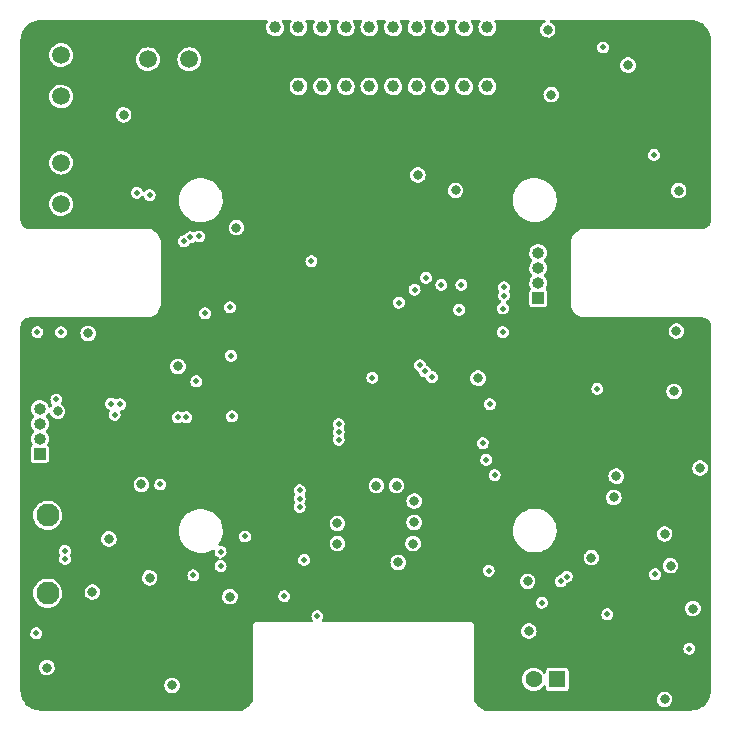
<source format=gbr>
%TF.GenerationSoftware,KiCad,Pcbnew,(6.0.0)*%
%TF.CreationDate,2022-04-27T19:52:18+01:00*%
%TF.ProjectId,flora,666c6f72-612e-46b6-9963-61645f706362,A*%
%TF.SameCoordinates,Original*%
%TF.FileFunction,Copper,L3,Inr*%
%TF.FilePolarity,Positive*%
%FSLAX46Y46*%
G04 Gerber Fmt 4.6, Leading zero omitted, Abs format (unit mm)*
G04 Created by KiCad (PCBNEW (6.0.0)) date 2022-04-27 19:52:18*
%MOMM*%
%LPD*%
G01*
G04 APERTURE LIST*
%TA.AperFunction,ComponentPad*%
%ADD10C,1.950000*%
%TD*%
%TA.AperFunction,ComponentPad*%
%ADD11C,1.500000*%
%TD*%
%TA.AperFunction,ComponentPad*%
%ADD12R,1.425000X1.425000*%
%TD*%
%TA.AperFunction,ComponentPad*%
%ADD13C,1.425000*%
%TD*%
%TA.AperFunction,ComponentPad*%
%ADD14R,1.000000X1.000000*%
%TD*%
%TA.AperFunction,ComponentPad*%
%ADD15O,1.000000X1.000000*%
%TD*%
%TA.AperFunction,ComponentPad*%
%ADD16C,1.000000*%
%TD*%
%TA.AperFunction,ViaPad*%
%ADD17C,0.500000*%
%TD*%
%TA.AperFunction,ViaPad*%
%ADD18C,0.800000*%
%TD*%
%TA.AperFunction,ViaPad*%
%ADD19C,0.600000*%
%TD*%
G04 APERTURE END LIST*
D10*
%TO.N,unconnected-(J4-PadMH1)*%
%TO.C,J4*%
X177025000Y-148550000D03*
%TO.N,unconnected-(J4-PadMH2)*%
X177025000Y-155150000D03*
%TD*%
D11*
%TO.N,GPIO13*%
%TO.C,J3*%
X189000000Y-109950000D03*
%TO.N,GND*%
X185500000Y-109950000D03*
%TD*%
D12*
%TO.N,GND*%
%TO.C,J5*%
X220150000Y-162450000D03*
D13*
%TO.N,+VSW*%
X218150000Y-162450000D03*
%TD*%
D14*
%TO.N,GPIO14*%
%TO.C,J8*%
X218550000Y-130150000D03*
D15*
%TO.N,GPIO12*%
X218550000Y-128880000D03*
%TO.N,GPIO13*%
X218550000Y-127610000D03*
%TO.N,GPIO15*%
X218550000Y-126340000D03*
%TD*%
D14*
%TO.N,/Microcontroller/DTR*%
%TO.C,J6*%
X176350000Y-143350000D03*
D15*
%TO.N,/Microcontroller/U0TXD*%
X176350000Y-142080000D03*
%TO.N,/Microcontroller/U0RXD*%
X176350000Y-140810000D03*
%TO.N,/Microcontroller/RTS*%
X176350000Y-139540000D03*
%TD*%
D16*
%TO.N,*%
%TO.C,AE1*%
X208250000Y-112250000D03*
X214250000Y-107250000D03*
X208250000Y-107250000D03*
X204250000Y-112250000D03*
X196250000Y-107250000D03*
X204250000Y-107250000D03*
X206250000Y-107250000D03*
X198250000Y-107250000D03*
X200250000Y-107250000D03*
X210250000Y-112250000D03*
X202250000Y-112250000D03*
X206250000Y-112250000D03*
X202250000Y-107250000D03*
X212250000Y-107250000D03*
X210250000Y-107250000D03*
X200250000Y-112250000D03*
X198250000Y-112250000D03*
X212250000Y-112250000D03*
X214250000Y-112250000D03*
%TD*%
D11*
%TO.N,GPIO14*%
%TO.C,J1*%
X178150000Y-118700000D03*
%TO.N,GND*%
X178150000Y-122200000D03*
%TD*%
%TO.N,GPIO12*%
%TO.C,J2*%
X178150000Y-109600000D03*
%TO.N,GND*%
X178150000Y-113100000D03*
%TD*%
D17*
%TO.N,EN*%
X198735523Y-152335523D03*
X183152684Y-139147316D03*
X176050000Y-158550000D03*
X189600000Y-137220000D03*
%TO.N,Net-(C10-Pad2)*%
X228350000Y-118050000D03*
X224050000Y-108950000D03*
%TO.N,GPIO0*%
X192620000Y-140180000D03*
X189350000Y-153650000D03*
D18*
%TO.N,VBUS*%
X184950000Y-145950000D03*
X182200000Y-150550000D03*
D17*
%TO.N,GPIO25*%
X214850000Y-145150000D03*
X192450000Y-130950000D03*
%TO.N,GPIO26*%
X190350000Y-131450000D03*
X214150000Y-143850000D03*
%TO.N,GPIO27*%
X192550000Y-135050000D03*
X213850000Y-142450000D03*
%TO.N,GPIO14*%
X199350000Y-127050000D03*
X214450000Y-139150000D03*
X201650000Y-142149006D03*
X188550000Y-125350000D03*
%TO.N,GPIO12*%
X189106944Y-125015834D03*
X201650000Y-141499503D03*
%TO.N,GPIO13*%
X211850000Y-131150000D03*
X215650000Y-129950000D03*
X189850000Y-124950000D03*
X201650000Y-140850000D03*
%TO.N,GPIO15*%
X215650000Y-129250000D03*
X206750000Y-130550000D03*
%TO.N,GPIO16*%
X185650000Y-121450000D03*
X188750000Y-140250000D03*
%TO.N,GPIO17*%
X188050000Y-140250000D03*
X184550000Y-121250000D03*
%TO.N,GPIO5*%
X198350000Y-146450000D03*
X208550000Y-135850000D03*
%TO.N,GPIO18*%
X208939702Y-136369602D03*
X198350000Y-147150000D03*
X212050000Y-129050000D03*
X210350000Y-129050000D03*
%TO.N,GPIO21*%
X193724500Y-150350000D03*
X218850000Y-155950000D03*
%TO.N,/Microcontroller/U0RXD*%
X178150000Y-133050000D03*
X191650000Y-151650000D03*
%TO.N,/Microcontroller/U0TXD*%
X191650000Y-152850000D03*
X176150000Y-133050000D03*
%TO.N,GPIO22*%
X199850000Y-157099011D03*
X224400000Y-156950000D03*
%TO.N,D-*%
X178471551Y-151572048D03*
%TO.N,D+*%
X178500000Y-152250000D03*
D18*
%TO.N,VDD*%
X208350000Y-119750000D03*
X229750000Y-152824500D03*
X223050000Y-152150000D03*
X229250000Y-150150000D03*
X185650000Y-153850000D03*
X225150000Y-145250000D03*
D19*
%TO.N,+3V3*%
X231950000Y-136250000D03*
X183450000Y-117050000D03*
X178650000Y-138089500D03*
X193700000Y-125100000D03*
X188050000Y-134990000D03*
X186550000Y-121450000D03*
X183550000Y-121250000D03*
X217750000Y-116650000D03*
X184050000Y-132019502D03*
X217750000Y-155350000D03*
X178550000Y-144850000D03*
D17*
%TO.N,Net-(BT1-Pad2)*%
X214350000Y-153250000D03*
%TO.N,Net-(JP5-Pad1)*%
X215550000Y-131050000D03*
X220961323Y-153749500D03*
%TO.N,Net-(D2-Pad1)*%
X231350000Y-159850000D03*
X228450000Y-153550000D03*
%TO.N,Net-(JP4-Pad1)*%
X220450000Y-154150000D03*
X215550000Y-133050000D03*
%TO.N,Net-(JP7-Pad1)*%
X223550000Y-137850000D03*
%TO.N,/Microcontroller/RTS*%
X182385523Y-139114477D03*
X177750000Y-138750000D03*
%TO.N,/Microcontroller/DTR*%
X182678184Y-140050000D03*
D18*
%TO.N,GND*%
X193000000Y-124200000D03*
X183450000Y-114650000D03*
X230250000Y-132950000D03*
X226150000Y-110450000D03*
X232250000Y-144550000D03*
X187550000Y-162950000D03*
X230050000Y-138062500D03*
X180450000Y-133150000D03*
X180800000Y-155050000D03*
X207950000Y-150950000D03*
X192450000Y-155450000D03*
X219350000Y-107450000D03*
X217650000Y-154150000D03*
X208050000Y-149150000D03*
X201550000Y-150950000D03*
X177850000Y-139750000D03*
X231650000Y-156450000D03*
X217750000Y-158350000D03*
X213450000Y-136950000D03*
X206698423Y-152550000D03*
X219650000Y-112950000D03*
X208050000Y-147350000D03*
X204850000Y-146050000D03*
X188050000Y-135950000D03*
X201550000Y-149250000D03*
X230440539Y-121071478D03*
X176950000Y-161450000D03*
X211550000Y-121050000D03*
X224950000Y-147050000D03*
X206550000Y-146050000D03*
X229250000Y-164150000D03*
D17*
X186550000Y-145950000D03*
%TO.N,GPIO19*%
X209550000Y-136850000D03*
X198350000Y-147850000D03*
%TO.N,GPIO23*%
X197050000Y-155400011D03*
X204514477Y-136914477D03*
X209050000Y-128450000D03*
X208075500Y-129450000D03*
%TD*%
%TA.AperFunction,Conductor*%
%TO.N,+3V3*%
G36*
X195605680Y-106624002D02*
G01*
X195652173Y-106677658D01*
X195662277Y-106747932D01*
X195643470Y-106798255D01*
X195573729Y-106906471D01*
X195573726Y-106906478D01*
X195569909Y-106912400D01*
X195567498Y-106919025D01*
X195514425Y-107064840D01*
X195514424Y-107064845D01*
X195512015Y-107071463D01*
X195490800Y-107239399D01*
X195507318Y-107407862D01*
X195560748Y-107568479D01*
X195564397Y-107574504D01*
X195592339Y-107620641D01*
X195648435Y-107713267D01*
X195653326Y-107718332D01*
X195653327Y-107718333D01*
X195676361Y-107742185D01*
X195766021Y-107835031D01*
X195907660Y-107927717D01*
X196066315Y-107986720D01*
X196073296Y-107987651D01*
X196073298Y-107987652D01*
X196227118Y-108008176D01*
X196227122Y-108008176D01*
X196234099Y-108009107D01*
X196241110Y-108008469D01*
X196241114Y-108008469D01*
X196395652Y-107994405D01*
X196402673Y-107993766D01*
X196563659Y-107941458D01*
X196709056Y-107854784D01*
X196831638Y-107738052D01*
X196835539Y-107732181D01*
X196921410Y-107602935D01*
X196921411Y-107602933D01*
X196925311Y-107597063D01*
X196985420Y-107438824D01*
X197008978Y-107271200D01*
X197009274Y-107250000D01*
X197002078Y-107185842D01*
X196991191Y-107088780D01*
X196991190Y-107088777D01*
X196990406Y-107081784D01*
X196934738Y-106921929D01*
X196856530Y-106796770D01*
X196837394Y-106728401D01*
X196858259Y-106660539D01*
X196912501Y-106614731D01*
X196963384Y-106604000D01*
X197537559Y-106604000D01*
X197605680Y-106624002D01*
X197652173Y-106677658D01*
X197662277Y-106747932D01*
X197643470Y-106798255D01*
X197573729Y-106906471D01*
X197573726Y-106906478D01*
X197569909Y-106912400D01*
X197567498Y-106919025D01*
X197514425Y-107064840D01*
X197514424Y-107064845D01*
X197512015Y-107071463D01*
X197490800Y-107239399D01*
X197507318Y-107407862D01*
X197560748Y-107568479D01*
X197564397Y-107574504D01*
X197592339Y-107620641D01*
X197648435Y-107713267D01*
X197653326Y-107718332D01*
X197653327Y-107718333D01*
X197676361Y-107742185D01*
X197766021Y-107835031D01*
X197907660Y-107927717D01*
X198066315Y-107986720D01*
X198073296Y-107987651D01*
X198073298Y-107987652D01*
X198227118Y-108008176D01*
X198227122Y-108008176D01*
X198234099Y-108009107D01*
X198241110Y-108008469D01*
X198241114Y-108008469D01*
X198395652Y-107994405D01*
X198402673Y-107993766D01*
X198563659Y-107941458D01*
X198709056Y-107854784D01*
X198831638Y-107738052D01*
X198835539Y-107732181D01*
X198921410Y-107602935D01*
X198921411Y-107602933D01*
X198925311Y-107597063D01*
X198985420Y-107438824D01*
X199008978Y-107271200D01*
X199009274Y-107250000D01*
X199002078Y-107185842D01*
X198991191Y-107088780D01*
X198991190Y-107088777D01*
X198990406Y-107081784D01*
X198934738Y-106921929D01*
X198856530Y-106796770D01*
X198837394Y-106728401D01*
X198858259Y-106660539D01*
X198912501Y-106614731D01*
X198963384Y-106604000D01*
X199537559Y-106604000D01*
X199605680Y-106624002D01*
X199652173Y-106677658D01*
X199662277Y-106747932D01*
X199643470Y-106798255D01*
X199573729Y-106906471D01*
X199573726Y-106906478D01*
X199569909Y-106912400D01*
X199567498Y-106919025D01*
X199514425Y-107064840D01*
X199514424Y-107064845D01*
X199512015Y-107071463D01*
X199490800Y-107239399D01*
X199507318Y-107407862D01*
X199560748Y-107568479D01*
X199564397Y-107574504D01*
X199592339Y-107620641D01*
X199648435Y-107713267D01*
X199653326Y-107718332D01*
X199653327Y-107718333D01*
X199676361Y-107742185D01*
X199766021Y-107835031D01*
X199907660Y-107927717D01*
X200066315Y-107986720D01*
X200073296Y-107987651D01*
X200073298Y-107987652D01*
X200227118Y-108008176D01*
X200227122Y-108008176D01*
X200234099Y-108009107D01*
X200241110Y-108008469D01*
X200241114Y-108008469D01*
X200395652Y-107994405D01*
X200402673Y-107993766D01*
X200563659Y-107941458D01*
X200709056Y-107854784D01*
X200831638Y-107738052D01*
X200835539Y-107732181D01*
X200921410Y-107602935D01*
X200921411Y-107602933D01*
X200925311Y-107597063D01*
X200985420Y-107438824D01*
X201008978Y-107271200D01*
X201009274Y-107250000D01*
X201002078Y-107185842D01*
X200991191Y-107088780D01*
X200991190Y-107088777D01*
X200990406Y-107081784D01*
X200934738Y-106921929D01*
X200856530Y-106796770D01*
X200837394Y-106728401D01*
X200858259Y-106660539D01*
X200912501Y-106614731D01*
X200963384Y-106604000D01*
X201537559Y-106604000D01*
X201605680Y-106624002D01*
X201652173Y-106677658D01*
X201662277Y-106747932D01*
X201643470Y-106798255D01*
X201573729Y-106906471D01*
X201573726Y-106906478D01*
X201569909Y-106912400D01*
X201567498Y-106919025D01*
X201514425Y-107064840D01*
X201514424Y-107064845D01*
X201512015Y-107071463D01*
X201490800Y-107239399D01*
X201507318Y-107407862D01*
X201560748Y-107568479D01*
X201564397Y-107574504D01*
X201592339Y-107620641D01*
X201648435Y-107713267D01*
X201653326Y-107718332D01*
X201653327Y-107718333D01*
X201676361Y-107742185D01*
X201766021Y-107835031D01*
X201907660Y-107927717D01*
X202066315Y-107986720D01*
X202073296Y-107987651D01*
X202073298Y-107987652D01*
X202227118Y-108008176D01*
X202227122Y-108008176D01*
X202234099Y-108009107D01*
X202241110Y-108008469D01*
X202241114Y-108008469D01*
X202395652Y-107994405D01*
X202402673Y-107993766D01*
X202563659Y-107941458D01*
X202709056Y-107854784D01*
X202831638Y-107738052D01*
X202835539Y-107732181D01*
X202921410Y-107602935D01*
X202921411Y-107602933D01*
X202925311Y-107597063D01*
X202985420Y-107438824D01*
X203008978Y-107271200D01*
X203009274Y-107250000D01*
X203002078Y-107185842D01*
X202991191Y-107088780D01*
X202991190Y-107088777D01*
X202990406Y-107081784D01*
X202934738Y-106921929D01*
X202856530Y-106796770D01*
X202837394Y-106728401D01*
X202858259Y-106660539D01*
X202912501Y-106614731D01*
X202963384Y-106604000D01*
X203537559Y-106604000D01*
X203605680Y-106624002D01*
X203652173Y-106677658D01*
X203662277Y-106747932D01*
X203643470Y-106798255D01*
X203573729Y-106906471D01*
X203573726Y-106906478D01*
X203569909Y-106912400D01*
X203567498Y-106919025D01*
X203514425Y-107064840D01*
X203514424Y-107064845D01*
X203512015Y-107071463D01*
X203490800Y-107239399D01*
X203507318Y-107407862D01*
X203560748Y-107568479D01*
X203564397Y-107574504D01*
X203592339Y-107620641D01*
X203648435Y-107713267D01*
X203653326Y-107718332D01*
X203653327Y-107718333D01*
X203676361Y-107742185D01*
X203766021Y-107835031D01*
X203907660Y-107927717D01*
X204066315Y-107986720D01*
X204073296Y-107987651D01*
X204073298Y-107987652D01*
X204227118Y-108008176D01*
X204227122Y-108008176D01*
X204234099Y-108009107D01*
X204241110Y-108008469D01*
X204241114Y-108008469D01*
X204395652Y-107994405D01*
X204402673Y-107993766D01*
X204563659Y-107941458D01*
X204709056Y-107854784D01*
X204831638Y-107738052D01*
X204835539Y-107732181D01*
X204921410Y-107602935D01*
X204921411Y-107602933D01*
X204925311Y-107597063D01*
X204985420Y-107438824D01*
X205008978Y-107271200D01*
X205009274Y-107250000D01*
X205002078Y-107185842D01*
X204991191Y-107088780D01*
X204991190Y-107088777D01*
X204990406Y-107081784D01*
X204934738Y-106921929D01*
X204856530Y-106796770D01*
X204837394Y-106728401D01*
X204858259Y-106660539D01*
X204912501Y-106614731D01*
X204963384Y-106604000D01*
X205537559Y-106604000D01*
X205605680Y-106624002D01*
X205652173Y-106677658D01*
X205662277Y-106747932D01*
X205643470Y-106798255D01*
X205573729Y-106906471D01*
X205573726Y-106906478D01*
X205569909Y-106912400D01*
X205567498Y-106919025D01*
X205514425Y-107064840D01*
X205514424Y-107064845D01*
X205512015Y-107071463D01*
X205490800Y-107239399D01*
X205507318Y-107407862D01*
X205560748Y-107568479D01*
X205564397Y-107574504D01*
X205592339Y-107620641D01*
X205648435Y-107713267D01*
X205653326Y-107718332D01*
X205653327Y-107718333D01*
X205676361Y-107742185D01*
X205766021Y-107835031D01*
X205907660Y-107927717D01*
X206066315Y-107986720D01*
X206073296Y-107987651D01*
X206073298Y-107987652D01*
X206227118Y-108008176D01*
X206227122Y-108008176D01*
X206234099Y-108009107D01*
X206241110Y-108008469D01*
X206241114Y-108008469D01*
X206395652Y-107994405D01*
X206402673Y-107993766D01*
X206563659Y-107941458D01*
X206709056Y-107854784D01*
X206831638Y-107738052D01*
X206835539Y-107732181D01*
X206921410Y-107602935D01*
X206921411Y-107602933D01*
X206925311Y-107597063D01*
X206985420Y-107438824D01*
X207008978Y-107271200D01*
X207009274Y-107250000D01*
X207002078Y-107185842D01*
X206991191Y-107088780D01*
X206991190Y-107088777D01*
X206990406Y-107081784D01*
X206934738Y-106921929D01*
X206856530Y-106796770D01*
X206837394Y-106728401D01*
X206858259Y-106660539D01*
X206912501Y-106614731D01*
X206963384Y-106604000D01*
X207537559Y-106604000D01*
X207605680Y-106624002D01*
X207652173Y-106677658D01*
X207662277Y-106747932D01*
X207643470Y-106798255D01*
X207573729Y-106906471D01*
X207573726Y-106906478D01*
X207569909Y-106912400D01*
X207567498Y-106919025D01*
X207514425Y-107064840D01*
X207514424Y-107064845D01*
X207512015Y-107071463D01*
X207490800Y-107239399D01*
X207507318Y-107407862D01*
X207560748Y-107568479D01*
X207564397Y-107574504D01*
X207592339Y-107620641D01*
X207648435Y-107713267D01*
X207653326Y-107718332D01*
X207653327Y-107718333D01*
X207676361Y-107742185D01*
X207766021Y-107835031D01*
X207907660Y-107927717D01*
X208066315Y-107986720D01*
X208073296Y-107987651D01*
X208073298Y-107987652D01*
X208227118Y-108008176D01*
X208227122Y-108008176D01*
X208234099Y-108009107D01*
X208241110Y-108008469D01*
X208241114Y-108008469D01*
X208395652Y-107994405D01*
X208402673Y-107993766D01*
X208563659Y-107941458D01*
X208709056Y-107854784D01*
X208831638Y-107738052D01*
X208835539Y-107732181D01*
X208921410Y-107602935D01*
X208921411Y-107602933D01*
X208925311Y-107597063D01*
X208985420Y-107438824D01*
X209008978Y-107271200D01*
X209009274Y-107250000D01*
X209002078Y-107185842D01*
X208991191Y-107088780D01*
X208991190Y-107088777D01*
X208990406Y-107081784D01*
X208934738Y-106921929D01*
X208856530Y-106796770D01*
X208837394Y-106728401D01*
X208858259Y-106660539D01*
X208912501Y-106614731D01*
X208963384Y-106604000D01*
X209537559Y-106604000D01*
X209605680Y-106624002D01*
X209652173Y-106677658D01*
X209662277Y-106747932D01*
X209643470Y-106798255D01*
X209573729Y-106906471D01*
X209573726Y-106906478D01*
X209569909Y-106912400D01*
X209567498Y-106919025D01*
X209514425Y-107064840D01*
X209514424Y-107064845D01*
X209512015Y-107071463D01*
X209490800Y-107239399D01*
X209507318Y-107407862D01*
X209560748Y-107568479D01*
X209564397Y-107574504D01*
X209592339Y-107620641D01*
X209648435Y-107713267D01*
X209653326Y-107718332D01*
X209653327Y-107718333D01*
X209676361Y-107742185D01*
X209766021Y-107835031D01*
X209907660Y-107927717D01*
X210066315Y-107986720D01*
X210073296Y-107987651D01*
X210073298Y-107987652D01*
X210227118Y-108008176D01*
X210227122Y-108008176D01*
X210234099Y-108009107D01*
X210241110Y-108008469D01*
X210241114Y-108008469D01*
X210395652Y-107994405D01*
X210402673Y-107993766D01*
X210563659Y-107941458D01*
X210709056Y-107854784D01*
X210831638Y-107738052D01*
X210835539Y-107732181D01*
X210921410Y-107602935D01*
X210921411Y-107602933D01*
X210925311Y-107597063D01*
X210985420Y-107438824D01*
X211008978Y-107271200D01*
X211009274Y-107250000D01*
X211002078Y-107185842D01*
X210991191Y-107088780D01*
X210991190Y-107088777D01*
X210990406Y-107081784D01*
X210934738Y-106921929D01*
X210856530Y-106796770D01*
X210837394Y-106728401D01*
X210858259Y-106660539D01*
X210912501Y-106614731D01*
X210963384Y-106604000D01*
X211537559Y-106604000D01*
X211605680Y-106624002D01*
X211652173Y-106677658D01*
X211662277Y-106747932D01*
X211643470Y-106798255D01*
X211573729Y-106906471D01*
X211573726Y-106906478D01*
X211569909Y-106912400D01*
X211567498Y-106919025D01*
X211514425Y-107064840D01*
X211514424Y-107064845D01*
X211512015Y-107071463D01*
X211490800Y-107239399D01*
X211507318Y-107407862D01*
X211560748Y-107568479D01*
X211564397Y-107574504D01*
X211592339Y-107620641D01*
X211648435Y-107713267D01*
X211653326Y-107718332D01*
X211653327Y-107718333D01*
X211676361Y-107742185D01*
X211766021Y-107835031D01*
X211907660Y-107927717D01*
X212066315Y-107986720D01*
X212073296Y-107987651D01*
X212073298Y-107987652D01*
X212227118Y-108008176D01*
X212227122Y-108008176D01*
X212234099Y-108009107D01*
X212241110Y-108008469D01*
X212241114Y-108008469D01*
X212395652Y-107994405D01*
X212402673Y-107993766D01*
X212563659Y-107941458D01*
X212709056Y-107854784D01*
X212831638Y-107738052D01*
X212835539Y-107732181D01*
X212921410Y-107602935D01*
X212921411Y-107602933D01*
X212925311Y-107597063D01*
X212985420Y-107438824D01*
X213008978Y-107271200D01*
X213009274Y-107250000D01*
X213002078Y-107185842D01*
X212991191Y-107088780D01*
X212991190Y-107088777D01*
X212990406Y-107081784D01*
X212934738Y-106921929D01*
X212856530Y-106796770D01*
X212837394Y-106728401D01*
X212858259Y-106660539D01*
X212912501Y-106614731D01*
X212963384Y-106604000D01*
X213537559Y-106604000D01*
X213605680Y-106624002D01*
X213652173Y-106677658D01*
X213662277Y-106747932D01*
X213643470Y-106798255D01*
X213573729Y-106906471D01*
X213573726Y-106906478D01*
X213569909Y-106912400D01*
X213567498Y-106919025D01*
X213514425Y-107064840D01*
X213514424Y-107064845D01*
X213512015Y-107071463D01*
X213490800Y-107239399D01*
X213507318Y-107407862D01*
X213560748Y-107568479D01*
X213564397Y-107574504D01*
X213592339Y-107620641D01*
X213648435Y-107713267D01*
X213653326Y-107718332D01*
X213653327Y-107718333D01*
X213676361Y-107742185D01*
X213766021Y-107835031D01*
X213907660Y-107927717D01*
X214066315Y-107986720D01*
X214073296Y-107987651D01*
X214073298Y-107987652D01*
X214227118Y-108008176D01*
X214227122Y-108008176D01*
X214234099Y-108009107D01*
X214241110Y-108008469D01*
X214241114Y-108008469D01*
X214395652Y-107994405D01*
X214402673Y-107993766D01*
X214563659Y-107941458D01*
X214709056Y-107854784D01*
X214831638Y-107738052D01*
X214835539Y-107732181D01*
X214921410Y-107602935D01*
X214921411Y-107602933D01*
X214925311Y-107597063D01*
X214985420Y-107438824D01*
X215008978Y-107271200D01*
X215009274Y-107250000D01*
X215002078Y-107185842D01*
X214991191Y-107088780D01*
X214991190Y-107088777D01*
X214990406Y-107081784D01*
X214934738Y-106921929D01*
X214856530Y-106796770D01*
X214837394Y-106728401D01*
X214858259Y-106660539D01*
X214912501Y-106614731D01*
X214963384Y-106604000D01*
X219043169Y-106604000D01*
X219111290Y-106624002D01*
X219157783Y-106677658D01*
X219167887Y-106747932D01*
X219138393Y-106812512D01*
X219100960Y-106841965D01*
X218979414Y-106904700D01*
X218860039Y-107008838D01*
X218768950Y-107138444D01*
X218766190Y-107145524D01*
X218717191Y-107271200D01*
X218711406Y-107286037D01*
X218710414Y-107293570D01*
X218710414Y-107293571D01*
X218692210Y-107431849D01*
X218690729Y-107443096D01*
X218699421Y-107521825D01*
X218703834Y-107561793D01*
X218708113Y-107600553D01*
X218762553Y-107749319D01*
X218766789Y-107755622D01*
X218766789Y-107755623D01*
X218841564Y-107866899D01*
X218850908Y-107880805D01*
X218856527Y-107885918D01*
X218856528Y-107885919D01*
X218867903Y-107896269D01*
X218968076Y-107987419D01*
X219107293Y-108063008D01*
X219260522Y-108103207D01*
X219344477Y-108104526D01*
X219411319Y-108105576D01*
X219411322Y-108105576D01*
X219418916Y-108105695D01*
X219573332Y-108070329D01*
X219695060Y-108009107D01*
X219708072Y-108002563D01*
X219708075Y-108002561D01*
X219714855Y-107999151D01*
X219720626Y-107994222D01*
X219720629Y-107994220D01*
X219829536Y-107901204D01*
X219829536Y-107901203D01*
X219835314Y-107896269D01*
X219927755Y-107767624D01*
X219986842Y-107620641D01*
X219993408Y-107574504D01*
X220008581Y-107467891D01*
X220008581Y-107467888D01*
X220009162Y-107463807D01*
X220009307Y-107450000D01*
X219990276Y-107292733D01*
X219934280Y-107144546D01*
X219844553Y-107013992D01*
X219726275Y-106908611D01*
X219718889Y-106904700D01*
X219599249Y-106841354D01*
X219548406Y-106791801D01*
X219532424Y-106722627D01*
X219556378Y-106655793D01*
X219612662Y-106612520D01*
X219658208Y-106604000D01*
X231412575Y-106604000D01*
X231437153Y-106606421D01*
X231450000Y-106608976D01*
X231462171Y-106606555D01*
X231474581Y-106606555D01*
X231474581Y-106607198D01*
X231485326Y-106606527D01*
X231689491Y-106621129D01*
X231707285Y-106623687D01*
X231933101Y-106672810D01*
X231950350Y-106677875D01*
X232033148Y-106708757D01*
X232166877Y-106758635D01*
X232183226Y-106766102D01*
X232386049Y-106876852D01*
X232401170Y-106886569D01*
X232547199Y-106995885D01*
X232586176Y-107025063D01*
X232599762Y-107036836D01*
X232763164Y-107200238D01*
X232774937Y-107213824D01*
X232913429Y-107398827D01*
X232923148Y-107413951D01*
X233033898Y-107616774D01*
X233041365Y-107633123D01*
X233082043Y-107742185D01*
X233122125Y-107849650D01*
X233127190Y-107866899D01*
X233176313Y-108092715D01*
X233178871Y-108110509D01*
X233193473Y-108314674D01*
X233192802Y-108325419D01*
X233193445Y-108325419D01*
X233193445Y-108337829D01*
X233191024Y-108350000D01*
X233193445Y-108362170D01*
X233193579Y-108362844D01*
X233196000Y-108387425D01*
X233196000Y-123512575D01*
X233193579Y-123537153D01*
X233191024Y-123550000D01*
X233193445Y-123562172D01*
X233193445Y-123569754D01*
X233192838Y-123582104D01*
X233182882Y-123683188D01*
X233178065Y-123707408D01*
X233142813Y-123823617D01*
X233133369Y-123846418D01*
X233076124Y-123953517D01*
X233062406Y-123974047D01*
X232985374Y-124067909D01*
X232967909Y-124085374D01*
X232874047Y-124162406D01*
X232853517Y-124176124D01*
X232746418Y-124233369D01*
X232723617Y-124242813D01*
X232607408Y-124278065D01*
X232583188Y-124282882D01*
X232482104Y-124292838D01*
X232469754Y-124293445D01*
X232462172Y-124293445D01*
X232450000Y-124291024D01*
X232437153Y-124293579D01*
X232412575Y-124296000D01*
X222587425Y-124296000D01*
X222562847Y-124293579D01*
X222550000Y-124291024D01*
X222540866Y-124292841D01*
X222533191Y-124293445D01*
X222533190Y-124293445D01*
X222500725Y-124296000D01*
X222353225Y-124307608D01*
X222161294Y-124353687D01*
X222156723Y-124355580D01*
X222156721Y-124355581D01*
X221983509Y-124427327D01*
X221983505Y-124427329D01*
X221978935Y-124429222D01*
X221810638Y-124532355D01*
X221660546Y-124660546D01*
X221532355Y-124810638D01*
X221429222Y-124978935D01*
X221427329Y-124983505D01*
X221427327Y-124983509D01*
X221388066Y-125078295D01*
X221353687Y-125161294D01*
X221352532Y-125166106D01*
X221309139Y-125346850D01*
X221307608Y-125353225D01*
X221303298Y-125407988D01*
X221294444Y-125520503D01*
X221292841Y-125540866D01*
X221291024Y-125550000D01*
X221293445Y-125562170D01*
X221293579Y-125562844D01*
X221296000Y-125587425D01*
X221296000Y-130512575D01*
X221293579Y-130537153D01*
X221291024Y-130550000D01*
X221292841Y-130559134D01*
X221307608Y-130746775D01*
X221353687Y-130938706D01*
X221355580Y-130943277D01*
X221355581Y-130943279D01*
X221418542Y-131095280D01*
X221429222Y-131121065D01*
X221532355Y-131289362D01*
X221577444Y-131342154D01*
X221656686Y-131434934D01*
X221660546Y-131439454D01*
X221810638Y-131567645D01*
X221978935Y-131670778D01*
X221983505Y-131672671D01*
X221983509Y-131672673D01*
X222156721Y-131744419D01*
X222161294Y-131746313D01*
X222353225Y-131792392D01*
X222483253Y-131802625D01*
X222533190Y-131806555D01*
X222533191Y-131806555D01*
X222540866Y-131807159D01*
X222550000Y-131808976D01*
X222562847Y-131806421D01*
X222587425Y-131804000D01*
X232412575Y-131804000D01*
X232437153Y-131806421D01*
X232450000Y-131808976D01*
X232462172Y-131806555D01*
X232469754Y-131806555D01*
X232482104Y-131807162D01*
X232583188Y-131817118D01*
X232607408Y-131821935D01*
X232723617Y-131857187D01*
X232746418Y-131866631D01*
X232853517Y-131923876D01*
X232874047Y-131937594D01*
X232967909Y-132014626D01*
X232985374Y-132032091D01*
X233062406Y-132125953D01*
X233076124Y-132146483D01*
X233133369Y-132253582D01*
X233142813Y-132276383D01*
X233178065Y-132392592D01*
X233182882Y-132416812D01*
X233192838Y-132517896D01*
X233193445Y-132530246D01*
X233193445Y-132537828D01*
X233191024Y-132550000D01*
X233193445Y-132562170D01*
X233193579Y-132562844D01*
X233196000Y-132587425D01*
X233196000Y-163312575D01*
X233193579Y-163337153D01*
X233191024Y-163350000D01*
X233193445Y-163362171D01*
X233193445Y-163374581D01*
X233192802Y-163374581D01*
X233193473Y-163385326D01*
X233178871Y-163589491D01*
X233176313Y-163607285D01*
X233127190Y-163833101D01*
X233122125Y-163850350D01*
X233074158Y-163978957D01*
X233041367Y-164066873D01*
X233033898Y-164083226D01*
X232923148Y-164286049D01*
X232913429Y-164301173D01*
X232774937Y-164486176D01*
X232763164Y-164499762D01*
X232599762Y-164663164D01*
X232586176Y-164674937D01*
X232458748Y-164770329D01*
X232401173Y-164813429D01*
X232386049Y-164823148D01*
X232183226Y-164933898D01*
X232166877Y-164941365D01*
X232044994Y-164986825D01*
X231950350Y-165022125D01*
X231933101Y-165027190D01*
X231707285Y-165076313D01*
X231689491Y-165078871D01*
X231485326Y-165093473D01*
X231474581Y-165092802D01*
X231474581Y-165093445D01*
X231462171Y-165093445D01*
X231450000Y-165091024D01*
X231437153Y-165093579D01*
X231412575Y-165096000D01*
X214008725Y-165096000D01*
X213948340Y-165080588D01*
X213776626Y-164986825D01*
X213761502Y-164977105D01*
X213547490Y-164816897D01*
X213533904Y-164805124D01*
X213344876Y-164616096D01*
X213333103Y-164602510D01*
X213172895Y-164388498D01*
X213163175Y-164373374D01*
X213119412Y-164293228D01*
X213104000Y-164232843D01*
X213104000Y-164143096D01*
X228590729Y-164143096D01*
X228599421Y-164221824D01*
X228606512Y-164286049D01*
X228608113Y-164300553D01*
X228610723Y-164307684D01*
X228610723Y-164307686D01*
X228644286Y-164399401D01*
X228662553Y-164449319D01*
X228750908Y-164580805D01*
X228756527Y-164585918D01*
X228756528Y-164585919D01*
X228808005Y-164632759D01*
X228868076Y-164687419D01*
X229007293Y-164763008D01*
X229160522Y-164803207D01*
X229244477Y-164804526D01*
X229311319Y-164805576D01*
X229311322Y-164805576D01*
X229318916Y-164805695D01*
X229473332Y-164770329D01*
X229543742Y-164734917D01*
X229608072Y-164702563D01*
X229608075Y-164702561D01*
X229614855Y-164699151D01*
X229620626Y-164694222D01*
X229620629Y-164694220D01*
X229729536Y-164601204D01*
X229729536Y-164601203D01*
X229735314Y-164596269D01*
X229827755Y-164467624D01*
X229886842Y-164320641D01*
X229909162Y-164163807D01*
X229909307Y-164150000D01*
X229890276Y-163992733D01*
X229834280Y-163844546D01*
X229744553Y-163713992D01*
X229626275Y-163608611D01*
X229618889Y-163604700D01*
X229492988Y-163538039D01*
X229492989Y-163538039D01*
X229486274Y-163534484D01*
X229332633Y-163495892D01*
X229325034Y-163495852D01*
X229325033Y-163495852D01*
X229259181Y-163495507D01*
X229174221Y-163495062D01*
X229166841Y-163496834D01*
X229166839Y-163496834D01*
X229027563Y-163530271D01*
X229027560Y-163530272D01*
X229020184Y-163532043D01*
X228879414Y-163604700D01*
X228760039Y-163708838D01*
X228668950Y-163838444D01*
X228611406Y-163986037D01*
X228590729Y-164143096D01*
X213104000Y-164143096D01*
X213104000Y-162436433D01*
X217178416Y-162436433D01*
X217194284Y-162625407D01*
X217246556Y-162807699D01*
X217249374Y-162813182D01*
X217330419Y-162970880D01*
X217330422Y-162970884D01*
X217333239Y-162976366D01*
X217451033Y-163124985D01*
X217455726Y-163128979D01*
X217455727Y-163128980D01*
X217489188Y-163157457D01*
X217595450Y-163247893D01*
X217760989Y-163340410D01*
X217941346Y-163399012D01*
X218129651Y-163421466D01*
X218135786Y-163420994D01*
X218135788Y-163420994D01*
X218312588Y-163407390D01*
X218312592Y-163407389D01*
X218318730Y-163406917D01*
X218356867Y-163396269D01*
X218495439Y-163357579D01*
X218495443Y-163357578D01*
X218501383Y-163355919D01*
X218581329Y-163315536D01*
X218665151Y-163273195D01*
X218665153Y-163273194D01*
X218670652Y-163270416D01*
X218820089Y-163153663D01*
X218944003Y-163010107D01*
X218947446Y-163004047D01*
X218947749Y-163003755D01*
X218950601Y-162999711D01*
X218951370Y-163000253D01*
X218998486Y-162954697D01*
X219068104Y-162940776D01*
X219134197Y-162966703D01*
X219175781Y-163024247D01*
X219183001Y-163066286D01*
X219183001Y-163187566D01*
X219190112Y-163223318D01*
X219195000Y-163247893D01*
X219197766Y-163261801D01*
X219204661Y-163272120D01*
X219204662Y-163272122D01*
X219239983Y-163324983D01*
X219254016Y-163345984D01*
X219338199Y-163402234D01*
X219412433Y-163417000D01*
X220149880Y-163417000D01*
X220887566Y-163416999D01*
X220923318Y-163409888D01*
X220949626Y-163404656D01*
X220949628Y-163404655D01*
X220961801Y-163402234D01*
X220972121Y-163395339D01*
X220972122Y-163395338D01*
X221035668Y-163352877D01*
X221045984Y-163345984D01*
X221102234Y-163261801D01*
X221117000Y-163187567D01*
X221116999Y-161712434D01*
X221102234Y-161638199D01*
X221095216Y-161627695D01*
X221052877Y-161564332D01*
X221045984Y-161554016D01*
X220961801Y-161497766D01*
X220887567Y-161483000D01*
X220150120Y-161483000D01*
X219412434Y-161483001D01*
X219376682Y-161490112D01*
X219350374Y-161495344D01*
X219350372Y-161495345D01*
X219338199Y-161497766D01*
X219327879Y-161504661D01*
X219327878Y-161504662D01*
X219267485Y-161545016D01*
X219254016Y-161554016D01*
X219197766Y-161638199D01*
X219183000Y-161712433D01*
X219183000Y-161832683D01*
X219162998Y-161900804D01*
X219109342Y-161947297D01*
X219039068Y-161957401D01*
X218974488Y-161927907D01*
X218960188Y-161911583D01*
X218959332Y-161912281D01*
X218843370Y-161770097D01*
X218843367Y-161770094D01*
X218839475Y-161765322D01*
X218833732Y-161760571D01*
X218698106Y-161648371D01*
X218698102Y-161648369D01*
X218693356Y-161644442D01*
X218526541Y-161554245D01*
X218345383Y-161498167D01*
X218339261Y-161497524D01*
X218339258Y-161497523D01*
X218162913Y-161478989D01*
X218162911Y-161478989D01*
X218156784Y-161478345D01*
X218092370Y-161484207D01*
X217974065Y-161494973D01*
X217974062Y-161494974D01*
X217967926Y-161495532D01*
X217786003Y-161549075D01*
X217617944Y-161636934D01*
X217613144Y-161640794D01*
X217613143Y-161640794D01*
X217601228Y-161650374D01*
X217470152Y-161755762D01*
X217466194Y-161760479D01*
X217466192Y-161760481D01*
X217458123Y-161770097D01*
X217348255Y-161901033D01*
X217345289Y-161906428D01*
X217345285Y-161906434D01*
X217294314Y-161999151D01*
X217256895Y-162067215D01*
X217199555Y-162247977D01*
X217198869Y-162254094D01*
X217198868Y-162254098D01*
X217189735Y-162335524D01*
X217178416Y-162436433D01*
X213104000Y-162436433D01*
X213104000Y-159843773D01*
X230840350Y-159843773D01*
X230841514Y-159852675D01*
X230841514Y-159852678D01*
X230857924Y-159978164D01*
X230859088Y-159987065D01*
X230917289Y-160119339D01*
X231010276Y-160229960D01*
X231017747Y-160234933D01*
X231017748Y-160234934D01*
X231123101Y-160305063D01*
X231123103Y-160305064D01*
X231130574Y-160310037D01*
X231139138Y-160312713D01*
X231139141Y-160312714D01*
X231199542Y-160331584D01*
X231268510Y-160353132D01*
X231412998Y-160355780D01*
X231432530Y-160350455D01*
X231543763Y-160320130D01*
X231543765Y-160320129D01*
X231552422Y-160317769D01*
X231675572Y-160242154D01*
X231772551Y-160135014D01*
X231835560Y-160004962D01*
X231859536Y-159862453D01*
X231859688Y-159850000D01*
X231839201Y-159706948D01*
X231779388Y-159575395D01*
X231773530Y-159568596D01*
X231773527Y-159568592D01*
X231690916Y-159472718D01*
X231690913Y-159472716D01*
X231685056Y-159465918D01*
X231563790Y-159387317D01*
X231546921Y-159382272D01*
X231433938Y-159348482D01*
X231433936Y-159348482D01*
X231425337Y-159345910D01*
X231416363Y-159345855D01*
X231416361Y-159345855D01*
X231353082Y-159345469D01*
X231280827Y-159345028D01*
X231272196Y-159347495D01*
X231272194Y-159347495D01*
X231150509Y-159382272D01*
X231150505Y-159382274D01*
X231141879Y-159384739D01*
X231019661Y-159461853D01*
X230923999Y-159570170D01*
X230862583Y-159700982D01*
X230840350Y-159843773D01*
X213104000Y-159843773D01*
X213104000Y-158343096D01*
X217090729Y-158343096D01*
X217108113Y-158500553D01*
X217110723Y-158507684D01*
X217110723Y-158507686D01*
X217143805Y-158598086D01*
X217162553Y-158649319D01*
X217166789Y-158655622D01*
X217166789Y-158655623D01*
X217199944Y-158704962D01*
X217250908Y-158780805D01*
X217256527Y-158785918D01*
X217256528Y-158785919D01*
X217301602Y-158826933D01*
X217368076Y-158887419D01*
X217507293Y-158963008D01*
X217660522Y-159003207D01*
X217744477Y-159004526D01*
X217811319Y-159005576D01*
X217811322Y-159005576D01*
X217818916Y-159005695D01*
X217973332Y-158970329D01*
X218053598Y-158929960D01*
X218108072Y-158902563D01*
X218108075Y-158902561D01*
X218114855Y-158899151D01*
X218120626Y-158894222D01*
X218120629Y-158894220D01*
X218229536Y-158801204D01*
X218229536Y-158801203D01*
X218235314Y-158796269D01*
X218327755Y-158667624D01*
X218386842Y-158520641D01*
X218401758Y-158415835D01*
X218408581Y-158367891D01*
X218408581Y-158367888D01*
X218409162Y-158363807D01*
X218409307Y-158350000D01*
X218407916Y-158338501D01*
X218399456Y-158268592D01*
X218390276Y-158192733D01*
X218334280Y-158044546D01*
X218244553Y-157913992D01*
X218126275Y-157808611D01*
X218118889Y-157804700D01*
X218017267Y-157750894D01*
X217986274Y-157734484D01*
X217832633Y-157695892D01*
X217825034Y-157695852D01*
X217825033Y-157695852D01*
X217759181Y-157695507D01*
X217674221Y-157695062D01*
X217666841Y-157696834D01*
X217666839Y-157696834D01*
X217527563Y-157730271D01*
X217527560Y-157730272D01*
X217520184Y-157732043D01*
X217379414Y-157804700D01*
X217260039Y-157908838D01*
X217168950Y-158038444D01*
X217143391Y-158104000D01*
X217114673Y-158177658D01*
X217111406Y-158186037D01*
X217110414Y-158193570D01*
X217110414Y-158193571D01*
X217098566Y-158283569D01*
X217090729Y-158343096D01*
X213104000Y-158343096D01*
X213104000Y-157887425D01*
X213106421Y-157862844D01*
X213106555Y-157862170D01*
X213108976Y-157850000D01*
X213099966Y-157804700D01*
X213089263Y-157750894D01*
X213082371Y-157740579D01*
X213082370Y-157740577D01*
X213040017Y-157677192D01*
X213033124Y-157666876D01*
X212949106Y-157610737D01*
X212850000Y-157591024D01*
X212837153Y-157593579D01*
X212812575Y-157596000D01*
X200364682Y-157596000D01*
X200296561Y-157575998D01*
X200250068Y-157522342D01*
X200239964Y-157452068D01*
X200264390Y-157400069D01*
X200261506Y-157398124D01*
X200266526Y-157390681D01*
X200272551Y-157384025D01*
X200335560Y-157253973D01*
X200359536Y-157111464D01*
X200359688Y-157099011D01*
X200345387Y-156999151D01*
X200340474Y-156964846D01*
X200340473Y-156964844D01*
X200339201Y-156955959D01*
X200333660Y-156943773D01*
X223890350Y-156943773D01*
X223891514Y-156952675D01*
X223891514Y-156952678D01*
X223898038Y-157002563D01*
X223909088Y-157087065D01*
X223967289Y-157219339D01*
X224060276Y-157329960D01*
X224067747Y-157334933D01*
X224067748Y-157334934D01*
X224173101Y-157405063D01*
X224173103Y-157405064D01*
X224180574Y-157410037D01*
X224189138Y-157412713D01*
X224189141Y-157412714D01*
X224249542Y-157431584D01*
X224318510Y-157453132D01*
X224462998Y-157455780D01*
X224482530Y-157450455D01*
X224593763Y-157420130D01*
X224593765Y-157420129D01*
X224602422Y-157417769D01*
X224725572Y-157342154D01*
X224822551Y-157235014D01*
X224885560Y-157104962D01*
X224909536Y-156962453D01*
X224909688Y-156950000D01*
X224889201Y-156806948D01*
X224829388Y-156675395D01*
X224823530Y-156668596D01*
X224823527Y-156668592D01*
X224740916Y-156572718D01*
X224740913Y-156572716D01*
X224735056Y-156565918D01*
X224613790Y-156487317D01*
X224596921Y-156482272D01*
X224483938Y-156448482D01*
X224483936Y-156448482D01*
X224475337Y-156445910D01*
X224466363Y-156445855D01*
X224466361Y-156445855D01*
X224403082Y-156445469D01*
X224330827Y-156445028D01*
X224322196Y-156447495D01*
X224322194Y-156447495D01*
X224200509Y-156482272D01*
X224200505Y-156482274D01*
X224191879Y-156484739D01*
X224069661Y-156561853D01*
X224063718Y-156568582D01*
X224063717Y-156568583D01*
X224008343Y-156631283D01*
X223973999Y-156670170D01*
X223970185Y-156678293D01*
X223970184Y-156678295D01*
X223949792Y-156721729D01*
X223912583Y-156800982D01*
X223911203Y-156809846D01*
X223911202Y-156809849D01*
X223897747Y-156896269D01*
X223890350Y-156943773D01*
X200333660Y-156943773D01*
X200279388Y-156824406D01*
X200273530Y-156817607D01*
X200273527Y-156817603D01*
X200190916Y-156721729D01*
X200190913Y-156721727D01*
X200185056Y-156714929D01*
X200063790Y-156636328D01*
X200034924Y-156627695D01*
X199933938Y-156597493D01*
X199933936Y-156597493D01*
X199925337Y-156594921D01*
X199916363Y-156594866D01*
X199916361Y-156594866D01*
X199853082Y-156594480D01*
X199780827Y-156594039D01*
X199772196Y-156596506D01*
X199772194Y-156596506D01*
X199650509Y-156631283D01*
X199650505Y-156631285D01*
X199641879Y-156633750D01*
X199634292Y-156638537D01*
X199634290Y-156638538D01*
X199562921Y-156683569D01*
X199519661Y-156710864D01*
X199423999Y-156819181D01*
X199362583Y-156949993D01*
X199361203Y-156958857D01*
X199361202Y-156958860D01*
X199344378Y-157066916D01*
X199340350Y-157092784D01*
X199341514Y-157101686D01*
X199341514Y-157101689D01*
X199355825Y-157211125D01*
X199359088Y-157236076D01*
X199417289Y-157368350D01*
X199423061Y-157375217D01*
X199423065Y-157375223D01*
X199434583Y-157388925D01*
X199463104Y-157453941D01*
X199451948Y-157524056D01*
X199404655Y-157577008D01*
X199338132Y-157596000D01*
X194687425Y-157596000D01*
X194662847Y-157593579D01*
X194650000Y-157591024D01*
X194550894Y-157610737D01*
X194466876Y-157666876D01*
X194410737Y-157750894D01*
X194400035Y-157804700D01*
X194391024Y-157850000D01*
X194393445Y-157862170D01*
X194393579Y-157862844D01*
X194396000Y-157887425D01*
X194396000Y-164232843D01*
X194380588Y-164293228D01*
X194336825Y-164373374D01*
X194327105Y-164388498D01*
X194166897Y-164602510D01*
X194155124Y-164616096D01*
X193966096Y-164805124D01*
X193952510Y-164816897D01*
X193738498Y-164977105D01*
X193723374Y-164986825D01*
X193551660Y-165080588D01*
X193491275Y-165096000D01*
X176487425Y-165096000D01*
X176462847Y-165093579D01*
X176450000Y-165091024D01*
X176437829Y-165093445D01*
X176425419Y-165093445D01*
X176425419Y-165092802D01*
X176414674Y-165093473D01*
X176210509Y-165078871D01*
X176192715Y-165076313D01*
X175966899Y-165027190D01*
X175949650Y-165022125D01*
X175855006Y-164986825D01*
X175733123Y-164941365D01*
X175716774Y-164933898D01*
X175513951Y-164823148D01*
X175498827Y-164813429D01*
X175441253Y-164770329D01*
X175313824Y-164674937D01*
X175300238Y-164663164D01*
X175136836Y-164499762D01*
X175125063Y-164486176D01*
X174986571Y-164301173D01*
X174976852Y-164286049D01*
X174866102Y-164083226D01*
X174858633Y-164066873D01*
X174825843Y-163978957D01*
X174777875Y-163850350D01*
X174772810Y-163833101D01*
X174723687Y-163607285D01*
X174721129Y-163589491D01*
X174706527Y-163385326D01*
X174707198Y-163374581D01*
X174706555Y-163374581D01*
X174706555Y-163362171D01*
X174708976Y-163350000D01*
X174706421Y-163337153D01*
X174704000Y-163312575D01*
X174704000Y-162943096D01*
X186890729Y-162943096D01*
X186897426Y-163003755D01*
X186904330Y-163066286D01*
X186908113Y-163100553D01*
X186910723Y-163107684D01*
X186910723Y-163107686D01*
X186942177Y-163193637D01*
X186962553Y-163249319D01*
X186966789Y-163255622D01*
X186966789Y-163255623D01*
X187023764Y-163340410D01*
X187050908Y-163380805D01*
X187056527Y-163385918D01*
X187056528Y-163385919D01*
X187090685Y-163416999D01*
X187168076Y-163487419D01*
X187307293Y-163563008D01*
X187460522Y-163603207D01*
X187544477Y-163604526D01*
X187611319Y-163605576D01*
X187611322Y-163605576D01*
X187618916Y-163605695D01*
X187773332Y-163570329D01*
X187852979Y-163530271D01*
X187908072Y-163502563D01*
X187908075Y-163502561D01*
X187914855Y-163499151D01*
X187920626Y-163494222D01*
X187920629Y-163494220D01*
X188029536Y-163401204D01*
X188029536Y-163401203D01*
X188035314Y-163396269D01*
X188127755Y-163267624D01*
X188186842Y-163120641D01*
X188194578Y-163066286D01*
X188208581Y-162967891D01*
X188208581Y-162967888D01*
X188209162Y-162963807D01*
X188209307Y-162950000D01*
X188190276Y-162792733D01*
X188134280Y-162644546D01*
X188044553Y-162513992D01*
X187926275Y-162408611D01*
X187918889Y-162404700D01*
X187792988Y-162338039D01*
X187792989Y-162338039D01*
X187786274Y-162334484D01*
X187632633Y-162295892D01*
X187625034Y-162295852D01*
X187625033Y-162295852D01*
X187559181Y-162295507D01*
X187474221Y-162295062D01*
X187466841Y-162296834D01*
X187466839Y-162296834D01*
X187327563Y-162330271D01*
X187327560Y-162330272D01*
X187320184Y-162332043D01*
X187179414Y-162404700D01*
X187060039Y-162508838D01*
X186968950Y-162638444D01*
X186911406Y-162786037D01*
X186890729Y-162943096D01*
X174704000Y-162943096D01*
X174704000Y-161443096D01*
X176290729Y-161443096D01*
X176296498Y-161495345D01*
X176302745Y-161551929D01*
X176308113Y-161600553D01*
X176310723Y-161607684D01*
X176310723Y-161607686D01*
X176349055Y-161712433D01*
X176362553Y-161749319D01*
X176366789Y-161755622D01*
X176366789Y-161755623D01*
X176373307Y-161765322D01*
X176450908Y-161880805D01*
X176456527Y-161885918D01*
X176456528Y-161885919D01*
X176467903Y-161896269D01*
X176568076Y-161987419D01*
X176707293Y-162063008D01*
X176860522Y-162103207D01*
X176944477Y-162104526D01*
X177011319Y-162105576D01*
X177011322Y-162105576D01*
X177018916Y-162105695D01*
X177173332Y-162070329D01*
X177243742Y-162034917D01*
X177308072Y-162002563D01*
X177308075Y-162002561D01*
X177314855Y-161999151D01*
X177320626Y-161994222D01*
X177320629Y-161994220D01*
X177429536Y-161901204D01*
X177429536Y-161901203D01*
X177435314Y-161896269D01*
X177527755Y-161767624D01*
X177586842Y-161620641D01*
X177597027Y-161549075D01*
X177608581Y-161467891D01*
X177608581Y-161467888D01*
X177609162Y-161463807D01*
X177609307Y-161450000D01*
X177590276Y-161292733D01*
X177534280Y-161144546D01*
X177444553Y-161013992D01*
X177326275Y-160908611D01*
X177318889Y-160904700D01*
X177192988Y-160838039D01*
X177192989Y-160838039D01*
X177186274Y-160834484D01*
X177032633Y-160795892D01*
X177025034Y-160795852D01*
X177025033Y-160795852D01*
X176959181Y-160795507D01*
X176874221Y-160795062D01*
X176866841Y-160796834D01*
X176866839Y-160796834D01*
X176727563Y-160830271D01*
X176727560Y-160830272D01*
X176720184Y-160832043D01*
X176579414Y-160904700D01*
X176460039Y-161008838D01*
X176368950Y-161138444D01*
X176311406Y-161286037D01*
X176290729Y-161443096D01*
X174704000Y-161443096D01*
X174704000Y-158543773D01*
X175540350Y-158543773D01*
X175541514Y-158552675D01*
X175541514Y-158552678D01*
X175543804Y-158570190D01*
X175559088Y-158687065D01*
X175617289Y-158819339D01*
X175710276Y-158929960D01*
X175717747Y-158934933D01*
X175717748Y-158934934D01*
X175823101Y-159005063D01*
X175823103Y-159005064D01*
X175830574Y-159010037D01*
X175839138Y-159012713D01*
X175839141Y-159012714D01*
X175899542Y-159031585D01*
X175968510Y-159053132D01*
X176112998Y-159055780D01*
X176132530Y-159050455D01*
X176243763Y-159020130D01*
X176243765Y-159020129D01*
X176252422Y-159017769D01*
X176375572Y-158942154D01*
X176472551Y-158835014D01*
X176535560Y-158704962D01*
X176559536Y-158562453D01*
X176559688Y-158550000D01*
X176539201Y-158406948D01*
X176479388Y-158275395D01*
X176473530Y-158268596D01*
X176473527Y-158268592D01*
X176390916Y-158172718D01*
X176390913Y-158172716D01*
X176385056Y-158165918D01*
X176307095Y-158115386D01*
X176271324Y-158092200D01*
X176271322Y-158092199D01*
X176263790Y-158087317D01*
X176144527Y-158051649D01*
X176133938Y-158048482D01*
X176133936Y-158048482D01*
X176125337Y-158045910D01*
X176116363Y-158045855D01*
X176116361Y-158045855D01*
X176053082Y-158045469D01*
X175980827Y-158045028D01*
X175972196Y-158047495D01*
X175972194Y-158047495D01*
X175850509Y-158082272D01*
X175850505Y-158082274D01*
X175841879Y-158084739D01*
X175834292Y-158089526D01*
X175834290Y-158089527D01*
X175779651Y-158124002D01*
X175719661Y-158161853D01*
X175713718Y-158168582D01*
X175713717Y-158168583D01*
X175704555Y-158178957D01*
X175623999Y-158270170D01*
X175620185Y-158278293D01*
X175620184Y-158278295D01*
X175595502Y-158330866D01*
X175562583Y-158400982D01*
X175561203Y-158409846D01*
X175561202Y-158409849D01*
X175543952Y-158520641D01*
X175540350Y-158543773D01*
X174704000Y-158543773D01*
X174704000Y-155150000D01*
X175790804Y-155150000D01*
X175809554Y-155364316D01*
X175842512Y-155487317D01*
X175858269Y-155546121D01*
X175865235Y-155572120D01*
X175867557Y-155577101D01*
X175867558Y-155577102D01*
X175953829Y-155762111D01*
X175953832Y-155762116D01*
X175956155Y-155767098D01*
X175959311Y-155771605D01*
X175959312Y-155771607D01*
X176073652Y-155934901D01*
X176079551Y-155943326D01*
X176231674Y-156095449D01*
X176236182Y-156098606D01*
X176236185Y-156098608D01*
X176403393Y-156215688D01*
X176407902Y-156218845D01*
X176412884Y-156221168D01*
X176412889Y-156221171D01*
X176568152Y-156293571D01*
X176602880Y-156309765D01*
X176608188Y-156311187D01*
X176608190Y-156311188D01*
X176672932Y-156328535D01*
X176810684Y-156365446D01*
X177025000Y-156384196D01*
X177239316Y-156365446D01*
X177377068Y-156328535D01*
X177441810Y-156311188D01*
X177441812Y-156311187D01*
X177447120Y-156309765D01*
X177481848Y-156293571D01*
X177637111Y-156221171D01*
X177637116Y-156221168D01*
X177642098Y-156218845D01*
X177646607Y-156215688D01*
X177813815Y-156098608D01*
X177813818Y-156098606D01*
X177818326Y-156095449D01*
X177970449Y-155943326D01*
X177976349Y-155934901D01*
X178090688Y-155771607D01*
X178090689Y-155771605D01*
X178093845Y-155767098D01*
X178096168Y-155762116D01*
X178096171Y-155762111D01*
X178182442Y-155577102D01*
X178182443Y-155577101D01*
X178184765Y-155572120D01*
X178191732Y-155546121D01*
X178207488Y-155487317D01*
X178240446Y-155364316D01*
X178259196Y-155150000D01*
X178249843Y-155043096D01*
X180140729Y-155043096D01*
X180148497Y-155113453D01*
X180152038Y-155145524D01*
X180158113Y-155200553D01*
X180160723Y-155207684D01*
X180160723Y-155207686D01*
X180191846Y-155292733D01*
X180212553Y-155349319D01*
X180216789Y-155355622D01*
X180216789Y-155355623D01*
X180278525Y-155447495D01*
X180300908Y-155480805D01*
X180306527Y-155485918D01*
X180306528Y-155485919D01*
X180401920Y-155572718D01*
X180418076Y-155587419D01*
X180557293Y-155663008D01*
X180710522Y-155703207D01*
X180794477Y-155704526D01*
X180861319Y-155705576D01*
X180861322Y-155705576D01*
X180868916Y-155705695D01*
X181023332Y-155670329D01*
X181108101Y-155627695D01*
X181158072Y-155602563D01*
X181158075Y-155602561D01*
X181164855Y-155599151D01*
X181170626Y-155594222D01*
X181170629Y-155594220D01*
X181279536Y-155501204D01*
X181279536Y-155501203D01*
X181285314Y-155496269D01*
X181323523Y-155443096D01*
X191790729Y-155443096D01*
X191799421Y-155521824D01*
X191806099Y-155582309D01*
X191808113Y-155600553D01*
X191810723Y-155607684D01*
X191810723Y-155607686D01*
X191846546Y-155705576D01*
X191862553Y-155749319D01*
X191866789Y-155755622D01*
X191866789Y-155755623D01*
X191942156Y-155867780D01*
X191950908Y-155880805D01*
X191956527Y-155885918D01*
X191956528Y-155885919D01*
X192045907Y-155967247D01*
X192068076Y-155987419D01*
X192207293Y-156063008D01*
X192360522Y-156103207D01*
X192444477Y-156104526D01*
X192511319Y-156105576D01*
X192511322Y-156105576D01*
X192518916Y-156105695D01*
X192673332Y-156070329D01*
X192772902Y-156020251D01*
X192808072Y-156002563D01*
X192808075Y-156002561D01*
X192814855Y-155999151D01*
X192820626Y-155994222D01*
X192820629Y-155994220D01*
X192879694Y-155943773D01*
X218340350Y-155943773D01*
X218341514Y-155952675D01*
X218341514Y-155952678D01*
X218348858Y-156008838D01*
X218359088Y-156087065D01*
X218417289Y-156219339D01*
X218423063Y-156226208D01*
X218491348Y-156307442D01*
X218510276Y-156329960D01*
X218517747Y-156334933D01*
X218517748Y-156334934D01*
X218623101Y-156405063D01*
X218623103Y-156405064D01*
X218630574Y-156410037D01*
X218639138Y-156412713D01*
X218639141Y-156412714D01*
X218699542Y-156431585D01*
X218768510Y-156453132D01*
X218912998Y-156455780D01*
X218922711Y-156453132D01*
X218959523Y-156443096D01*
X230990729Y-156443096D01*
X231008113Y-156600553D01*
X231010723Y-156607684D01*
X231010723Y-156607686D01*
X231052457Y-156721729D01*
X231062553Y-156749319D01*
X231066789Y-156755622D01*
X231066789Y-156755623D01*
X231103228Y-156809849D01*
X231150908Y-156880805D01*
X231156527Y-156885918D01*
X231156528Y-156885919D01*
X231243268Y-156964846D01*
X231268076Y-156987419D01*
X231407293Y-157063008D01*
X231560522Y-157103207D01*
X231644477Y-157104526D01*
X231711319Y-157105576D01*
X231711322Y-157105576D01*
X231718916Y-157105695D01*
X231873332Y-157070329D01*
X231943742Y-157034917D01*
X232008072Y-157002563D01*
X232008075Y-157002561D01*
X232014855Y-156999151D01*
X232020626Y-156994222D01*
X232020629Y-156994220D01*
X232129536Y-156901204D01*
X232129536Y-156901203D01*
X232135314Y-156896269D01*
X232227755Y-156767624D01*
X232286842Y-156620641D01*
X232294630Y-156565918D01*
X232308581Y-156467891D01*
X232308581Y-156467888D01*
X232309162Y-156463807D01*
X232309307Y-156450000D01*
X232308806Y-156445855D01*
X232298903Y-156364022D01*
X232290276Y-156292733D01*
X232234280Y-156144546D01*
X232180927Y-156066916D01*
X232148855Y-156020251D01*
X232148854Y-156020249D01*
X232144553Y-156013992D01*
X232026275Y-155908611D01*
X232018889Y-155904700D01*
X231934556Y-155860048D01*
X231886274Y-155834484D01*
X231732633Y-155795892D01*
X231725034Y-155795852D01*
X231725033Y-155795852D01*
X231659181Y-155795507D01*
X231574221Y-155795062D01*
X231566841Y-155796834D01*
X231566839Y-155796834D01*
X231427563Y-155830271D01*
X231427560Y-155830272D01*
X231420184Y-155832043D01*
X231279414Y-155904700D01*
X231160039Y-156008838D01*
X231068950Y-156138444D01*
X231011406Y-156286037D01*
X231010414Y-156293570D01*
X231010414Y-156293571D01*
X230993753Y-156420130D01*
X230990729Y-156443096D01*
X218959523Y-156443096D01*
X219043763Y-156420130D01*
X219043765Y-156420129D01*
X219052422Y-156417769D01*
X219175572Y-156342154D01*
X219272551Y-156235014D01*
X219335560Y-156104962D01*
X219359536Y-155962453D01*
X219359688Y-155950000D01*
X219347913Y-155867780D01*
X219340474Y-155815835D01*
X219340473Y-155815833D01*
X219339201Y-155806948D01*
X219334603Y-155796834D01*
X219292033Y-155703207D01*
X219279388Y-155675395D01*
X219273530Y-155668596D01*
X219273527Y-155668592D01*
X219190916Y-155572718D01*
X219190913Y-155572716D01*
X219185056Y-155565918D01*
X219085215Y-155501204D01*
X219071324Y-155492200D01*
X219071322Y-155492199D01*
X219063790Y-155487317D01*
X219020934Y-155474500D01*
X218933938Y-155448482D01*
X218933936Y-155448482D01*
X218925337Y-155445910D01*
X218916363Y-155445855D01*
X218916361Y-155445855D01*
X218853082Y-155445469D01*
X218780827Y-155445028D01*
X218772196Y-155447495D01*
X218772194Y-155447495D01*
X218650509Y-155482272D01*
X218650505Y-155482274D01*
X218641879Y-155484739D01*
X218634292Y-155489526D01*
X218634290Y-155489527D01*
X218530565Y-155554973D01*
X218519661Y-155561853D01*
X218513718Y-155568582D01*
X218513717Y-155568583D01*
X218442914Y-155648752D01*
X218423999Y-155670170D01*
X218420185Y-155678293D01*
X218420184Y-155678295D01*
X218409393Y-155701279D01*
X218362583Y-155800982D01*
X218361203Y-155809846D01*
X218361202Y-155809849D01*
X218345825Y-155908611D01*
X218340350Y-155943773D01*
X192879694Y-155943773D01*
X192929536Y-155901204D01*
X192929536Y-155901203D01*
X192935314Y-155896269D01*
X193027755Y-155767624D01*
X193086842Y-155620641D01*
X193095038Y-155563054D01*
X193108581Y-155467891D01*
X193108581Y-155467888D01*
X193109162Y-155463807D01*
X193109307Y-155450000D01*
X193108806Y-155445855D01*
X193102504Y-155393784D01*
X196540350Y-155393784D01*
X196541514Y-155402686D01*
X196541514Y-155402689D01*
X196553752Y-155496269D01*
X196559088Y-155537076D01*
X196617289Y-155669350D01*
X196623063Y-155676219D01*
X196693969Y-155760571D01*
X196710276Y-155779971D01*
X196717747Y-155784944D01*
X196717748Y-155784945D01*
X196823101Y-155855074D01*
X196823103Y-155855075D01*
X196830574Y-155860048D01*
X196839138Y-155862724D01*
X196839141Y-155862725D01*
X196876831Y-155874500D01*
X196968510Y-155903143D01*
X197112998Y-155905791D01*
X197170571Y-155890095D01*
X197243763Y-155870141D01*
X197243765Y-155870140D01*
X197252422Y-155867780D01*
X197375572Y-155792165D01*
X197472551Y-155685025D01*
X197526963Y-155572718D01*
X197531645Y-155563054D01*
X197531645Y-155563053D01*
X197535560Y-155554973D01*
X197559536Y-155412464D01*
X197559688Y-155400011D01*
X197544324Y-155292733D01*
X197540474Y-155265846D01*
X197540473Y-155265844D01*
X197539201Y-155256959D01*
X197479388Y-155125406D01*
X197473530Y-155118607D01*
X197473527Y-155118603D01*
X197390916Y-155022729D01*
X197390913Y-155022727D01*
X197385056Y-155015929D01*
X197263790Y-154937328D01*
X197240528Y-154930371D01*
X197133938Y-154898493D01*
X197133936Y-154898493D01*
X197125337Y-154895921D01*
X197116363Y-154895866D01*
X197116361Y-154895866D01*
X197053082Y-154895480D01*
X196980827Y-154895039D01*
X196972196Y-154897506D01*
X196972194Y-154897506D01*
X196850509Y-154932283D01*
X196850505Y-154932285D01*
X196841879Y-154934750D01*
X196834292Y-154939537D01*
X196834290Y-154939538D01*
X196727254Y-155007073D01*
X196719661Y-155011864D01*
X196713718Y-155018593D01*
X196713717Y-155018594D01*
X196677430Y-155059682D01*
X196623999Y-155120181D01*
X196620185Y-155128304D01*
X196620184Y-155128306D01*
X196590524Y-155191480D01*
X196562583Y-155250993D01*
X196561203Y-155259857D01*
X196561202Y-155259860D01*
X196543462Y-155373798D01*
X196540350Y-155393784D01*
X193102504Y-155393784D01*
X193099581Y-155369629D01*
X193090276Y-155292733D01*
X193034280Y-155144546D01*
X193023119Y-155128306D01*
X192948855Y-155020251D01*
X192948854Y-155020249D01*
X192944553Y-155013992D01*
X192826275Y-154908611D01*
X192818889Y-154904700D01*
X192692988Y-154838039D01*
X192692989Y-154838039D01*
X192686274Y-154834484D01*
X192532633Y-154795892D01*
X192525034Y-154795852D01*
X192525033Y-154795852D01*
X192459181Y-154795507D01*
X192374221Y-154795062D01*
X192366841Y-154796834D01*
X192366839Y-154796834D01*
X192227563Y-154830271D01*
X192227560Y-154830272D01*
X192220184Y-154832043D01*
X192079414Y-154904700D01*
X191960039Y-155008838D01*
X191868950Y-155138444D01*
X191866190Y-155145524D01*
X191834153Y-155227695D01*
X191811406Y-155286037D01*
X191810414Y-155293570D01*
X191810414Y-155293571D01*
X191794131Y-155417258D01*
X191790729Y-155443096D01*
X181323523Y-155443096D01*
X181377755Y-155367624D01*
X181436842Y-155220641D01*
X181449983Y-155128306D01*
X181458581Y-155067891D01*
X181458581Y-155067888D01*
X181459162Y-155063807D01*
X181459307Y-155050000D01*
X181440276Y-154892733D01*
X181384280Y-154744546D01*
X181294553Y-154613992D01*
X181176275Y-154508611D01*
X181168889Y-154504700D01*
X181090146Y-154463008D01*
X181036274Y-154434484D01*
X180882633Y-154395892D01*
X180875034Y-154395852D01*
X180875033Y-154395852D01*
X180809181Y-154395507D01*
X180724221Y-154395062D01*
X180716841Y-154396834D01*
X180716839Y-154396834D01*
X180577563Y-154430271D01*
X180577560Y-154430272D01*
X180570184Y-154432043D01*
X180429414Y-154504700D01*
X180310039Y-154608838D01*
X180218950Y-154738444D01*
X180206519Y-154770329D01*
X180180120Y-154838039D01*
X180161406Y-154886037D01*
X180160414Y-154893570D01*
X180160414Y-154893571D01*
X180143737Y-155020251D01*
X180140729Y-155043096D01*
X178249843Y-155043096D01*
X178240446Y-154935684D01*
X178184765Y-154727880D01*
X178182442Y-154722898D01*
X178096171Y-154537889D01*
X178096168Y-154537884D01*
X178093845Y-154532902D01*
X178086975Y-154523090D01*
X177973608Y-154361185D01*
X177973606Y-154361182D01*
X177970449Y-154356674D01*
X177818326Y-154204551D01*
X177813818Y-154201394D01*
X177813815Y-154201392D01*
X177646607Y-154084312D01*
X177646605Y-154084311D01*
X177642098Y-154081155D01*
X177637116Y-154078832D01*
X177637111Y-154078829D01*
X177452102Y-153992558D01*
X177452101Y-153992557D01*
X177447120Y-153990235D01*
X177441812Y-153988813D01*
X177441810Y-153988812D01*
X177377068Y-153971465D01*
X177239316Y-153934554D01*
X177025000Y-153915804D01*
X176810684Y-153934554D01*
X176672932Y-153971465D01*
X176608190Y-153988812D01*
X176608188Y-153988813D01*
X176602880Y-153990235D01*
X176597899Y-153992557D01*
X176597898Y-153992558D01*
X176412889Y-154078829D01*
X176412884Y-154078832D01*
X176407902Y-154081155D01*
X176403395Y-154084311D01*
X176403393Y-154084312D01*
X176236185Y-154201392D01*
X176236182Y-154201394D01*
X176231674Y-154204551D01*
X176079551Y-154356674D01*
X176076394Y-154361182D01*
X176076392Y-154361185D01*
X175963025Y-154523090D01*
X175956155Y-154532902D01*
X175953832Y-154537884D01*
X175953829Y-154537889D01*
X175867558Y-154722898D01*
X175865235Y-154727880D01*
X175809554Y-154935684D01*
X175790804Y-155150000D01*
X174704000Y-155150000D01*
X174704000Y-153843096D01*
X184990729Y-153843096D01*
X184993718Y-153870170D01*
X185007264Y-153992859D01*
X185008113Y-154000553D01*
X185010723Y-154007684D01*
X185010723Y-154007686D01*
X185057520Y-154135565D01*
X185062553Y-154149319D01*
X185066789Y-154155622D01*
X185066789Y-154155623D01*
X185132913Y-154254025D01*
X185150908Y-154280805D01*
X185156527Y-154285918D01*
X185156528Y-154285919D01*
X185166816Y-154295280D01*
X185268076Y-154387419D01*
X185407293Y-154463008D01*
X185560522Y-154503207D01*
X185644477Y-154504526D01*
X185711319Y-154505576D01*
X185711322Y-154505576D01*
X185718916Y-154505695D01*
X185873332Y-154470329D01*
X185961058Y-154426208D01*
X186008072Y-154402563D01*
X186008075Y-154402561D01*
X186014855Y-154399151D01*
X186020626Y-154394222D01*
X186020629Y-154394220D01*
X186129536Y-154301204D01*
X186129536Y-154301203D01*
X186135314Y-154296269D01*
X186227755Y-154167624D01*
X186286842Y-154020641D01*
X186299028Y-153935014D01*
X186308581Y-153867891D01*
X186308581Y-153867888D01*
X186309162Y-153863807D01*
X186309307Y-153850000D01*
X186290276Y-153692733D01*
X186271775Y-153643773D01*
X188840350Y-153643773D01*
X188841514Y-153652675D01*
X188841514Y-153652678D01*
X188855169Y-153757093D01*
X188859088Y-153787065D01*
X188917289Y-153919339D01*
X188923063Y-153926208D01*
X189002443Y-154020641D01*
X189010276Y-154029960D01*
X189017747Y-154034933D01*
X189017748Y-154034934D01*
X189123101Y-154105063D01*
X189123103Y-154105064D01*
X189130574Y-154110037D01*
X189139138Y-154112713D01*
X189139141Y-154112714D01*
X189199542Y-154131585D01*
X189268510Y-154153132D01*
X189412998Y-154155780D01*
X189424376Y-154152678D01*
X189459523Y-154143096D01*
X216990729Y-154143096D01*
X216994119Y-154173798D01*
X217006624Y-154287065D01*
X217008113Y-154300553D01*
X217010723Y-154307684D01*
X217010723Y-154307686D01*
X217057505Y-154435524D01*
X217062553Y-154449319D01*
X217066789Y-154455622D01*
X217066789Y-154455623D01*
X217124936Y-154542154D01*
X217150908Y-154580805D01*
X217156527Y-154585918D01*
X217156528Y-154585919D01*
X217233305Y-154655780D01*
X217268076Y-154687419D01*
X217407293Y-154763008D01*
X217560522Y-154803207D01*
X217644477Y-154804526D01*
X217711319Y-154805576D01*
X217711322Y-154805576D01*
X217718916Y-154805695D01*
X217873332Y-154770329D01*
X217967639Y-154722898D01*
X218008072Y-154702563D01*
X218008075Y-154702561D01*
X218014855Y-154699151D01*
X218020626Y-154694222D01*
X218020629Y-154694220D01*
X218129536Y-154601204D01*
X218129536Y-154601203D01*
X218135314Y-154596269D01*
X218227755Y-154467624D01*
X218286842Y-154320641D01*
X218296480Y-154252918D01*
X218308581Y-154167891D01*
X218308581Y-154167888D01*
X218309162Y-154163807D01*
X218309307Y-154150000D01*
X218308554Y-154143773D01*
X219940350Y-154143773D01*
X219941514Y-154152675D01*
X219941514Y-154152678D01*
X219957058Y-154271538D01*
X219959088Y-154287065D01*
X220017289Y-154419339D01*
X220023063Y-154426208D01*
X220086117Y-154501219D01*
X220110276Y-154529960D01*
X220117747Y-154534933D01*
X220117748Y-154534934D01*
X220223101Y-154605063D01*
X220223103Y-154605064D01*
X220230574Y-154610037D01*
X220239138Y-154612713D01*
X220239141Y-154612714D01*
X220263266Y-154620251D01*
X220368510Y-154653132D01*
X220512998Y-154655780D01*
X220532530Y-154650455D01*
X220643763Y-154620130D01*
X220643765Y-154620129D01*
X220652422Y-154617769D01*
X220775572Y-154542154D01*
X220872551Y-154435014D01*
X220926278Y-154324119D01*
X220973978Y-154271538D01*
X221020696Y-154255214D01*
X221024321Y-154255280D01*
X221107997Y-154232467D01*
X221155086Y-154219630D01*
X221155088Y-154219629D01*
X221163745Y-154217269D01*
X221286895Y-154141654D01*
X221383874Y-154034514D01*
X221432536Y-153934075D01*
X221442968Y-153912543D01*
X221442968Y-153912542D01*
X221446883Y-153904462D01*
X221470859Y-153761953D01*
X221471011Y-153749500D01*
X221456761Y-153650000D01*
X221451797Y-153615335D01*
X221451796Y-153615333D01*
X221450524Y-153606448D01*
X221422028Y-153543773D01*
X227940350Y-153543773D01*
X227941514Y-153552675D01*
X227941514Y-153552678D01*
X227956496Y-153667247D01*
X227959088Y-153687065D01*
X228017289Y-153819339D01*
X228023063Y-153826208D01*
X228098377Y-153915804D01*
X228110276Y-153929960D01*
X228117747Y-153934933D01*
X228117748Y-153934934D01*
X228223101Y-154005063D01*
X228223103Y-154005064D01*
X228230574Y-154010037D01*
X228239138Y-154012713D01*
X228239141Y-154012714D01*
X228294342Y-154029960D01*
X228368510Y-154053132D01*
X228512998Y-154055780D01*
X228532530Y-154050455D01*
X228643763Y-154020130D01*
X228643765Y-154020129D01*
X228652422Y-154017769D01*
X228775572Y-153942154D01*
X228872551Y-153835014D01*
X228929355Y-153717769D01*
X228931645Y-153713043D01*
X228931645Y-153713042D01*
X228935560Y-153704962D01*
X228959536Y-153562453D01*
X228959688Y-153550000D01*
X228944137Y-153441416D01*
X228940474Y-153415835D01*
X228940473Y-153415833D01*
X228939201Y-153406948D01*
X228879388Y-153275395D01*
X228873530Y-153268596D01*
X228873527Y-153268592D01*
X228790916Y-153172718D01*
X228790913Y-153172716D01*
X228785056Y-153165918D01*
X228723791Y-153126208D01*
X228671324Y-153092200D01*
X228671322Y-153092199D01*
X228663790Y-153087317D01*
X228646921Y-153082272D01*
X228533938Y-153048482D01*
X228533936Y-153048482D01*
X228525337Y-153045910D01*
X228516363Y-153045855D01*
X228516361Y-153045855D01*
X228453082Y-153045469D01*
X228380827Y-153045028D01*
X228372196Y-153047495D01*
X228372194Y-153047495D01*
X228250509Y-153082272D01*
X228250505Y-153082274D01*
X228241879Y-153084739D01*
X228234292Y-153089526D01*
X228234290Y-153089527D01*
X228127254Y-153157062D01*
X228119661Y-153161853D01*
X228113718Y-153168582D01*
X228113717Y-153168583D01*
X228055516Y-153234484D01*
X228023999Y-153270170D01*
X228020185Y-153278293D01*
X228020184Y-153278295D01*
X228004025Y-153312714D01*
X227962583Y-153400982D01*
X227961203Y-153409846D01*
X227961202Y-153409849D01*
X227942148Y-153532228D01*
X227940350Y-153543773D01*
X221422028Y-153543773D01*
X221390711Y-153474895D01*
X221384853Y-153468096D01*
X221384850Y-153468092D01*
X221302239Y-153372218D01*
X221302236Y-153372216D01*
X221296379Y-153365418D01*
X221235746Y-153326118D01*
X221182647Y-153291700D01*
X221182645Y-153291699D01*
X221175113Y-153286817D01*
X221146618Y-153278295D01*
X221045261Y-153247982D01*
X221045259Y-153247982D01*
X221036660Y-153245410D01*
X221027686Y-153245355D01*
X221027684Y-153245355D01*
X220964405Y-153244969D01*
X220892150Y-153244528D01*
X220883519Y-153246995D01*
X220883517Y-153246995D01*
X220761832Y-153281772D01*
X220761828Y-153281774D01*
X220753202Y-153284239D01*
X220745615Y-153289026D01*
X220745613Y-153289027D01*
X220638577Y-153356562D01*
X220630984Y-153361353D01*
X220625041Y-153368082D01*
X220625040Y-153368083D01*
X220592470Y-153404962D01*
X220535322Y-153469670D01*
X220531508Y-153477793D01*
X220531507Y-153477795D01*
X220486412Y-153573845D01*
X220439356Y-153627007D01*
X220389593Y-153645081D01*
X220380827Y-153645028D01*
X220372196Y-153647495D01*
X220372194Y-153647495D01*
X220250509Y-153682272D01*
X220250505Y-153682274D01*
X220241879Y-153684739D01*
X220234292Y-153689526D01*
X220234290Y-153689527D01*
X220129286Y-153755780D01*
X220119661Y-153761853D01*
X220113718Y-153768582D01*
X220113717Y-153768583D01*
X220074452Y-153813043D01*
X220023999Y-153870170D01*
X219962583Y-154000982D01*
X219961203Y-154009846D01*
X219961202Y-154009849D01*
X219945603Y-154110037D01*
X219940350Y-154143773D01*
X218308554Y-154143773D01*
X218300976Y-154081155D01*
X218290276Y-153992733D01*
X218234280Y-153844546D01*
X218212629Y-153813043D01*
X218148855Y-153720251D01*
X218148854Y-153720249D01*
X218144553Y-153713992D01*
X218026275Y-153608611D01*
X218018889Y-153604700D01*
X217918693Y-153551649D01*
X217886274Y-153534484D01*
X217732633Y-153495892D01*
X217725034Y-153495852D01*
X217725033Y-153495852D01*
X217659181Y-153495507D01*
X217574221Y-153495062D01*
X217566841Y-153496834D01*
X217566839Y-153496834D01*
X217427563Y-153530271D01*
X217427560Y-153530272D01*
X217420184Y-153532043D01*
X217279414Y-153604700D01*
X217160039Y-153708838D01*
X217068950Y-153838444D01*
X217057469Y-153867891D01*
X217031110Y-153935500D01*
X217011406Y-153986037D01*
X217010414Y-153993570D01*
X217010414Y-153993571D01*
X216991795Y-154135000D01*
X216990729Y-154143096D01*
X189459523Y-154143096D01*
X189543763Y-154120130D01*
X189543765Y-154120129D01*
X189552422Y-154117769D01*
X189675572Y-154042154D01*
X189772551Y-153935014D01*
X189816382Y-153844546D01*
X189831645Y-153813043D01*
X189831645Y-153813042D01*
X189835560Y-153804962D01*
X189859536Y-153662453D01*
X189859688Y-153650000D01*
X189843654Y-153538039D01*
X189840474Y-153515835D01*
X189840473Y-153515833D01*
X189839201Y-153506948D01*
X189834603Y-153496834D01*
X189825029Y-153475779D01*
X189779388Y-153375395D01*
X189773530Y-153368596D01*
X189773527Y-153368592D01*
X189690916Y-153272718D01*
X189690913Y-153272716D01*
X189685056Y-153265918D01*
X189585331Y-153201279D01*
X189571324Y-153192200D01*
X189571322Y-153192199D01*
X189563790Y-153187317D01*
X189546921Y-153182272D01*
X189433938Y-153148482D01*
X189433936Y-153148482D01*
X189425337Y-153145910D01*
X189416363Y-153145855D01*
X189416361Y-153145855D01*
X189353082Y-153145469D01*
X189280827Y-153145028D01*
X189272196Y-153147495D01*
X189272194Y-153147495D01*
X189150509Y-153182272D01*
X189150505Y-153182274D01*
X189141879Y-153184739D01*
X189134292Y-153189526D01*
X189134290Y-153189527D01*
X189038447Y-153250000D01*
X189019661Y-153261853D01*
X189013718Y-153268582D01*
X189013717Y-153268583D01*
X188995662Y-153289027D01*
X188923999Y-153370170D01*
X188920185Y-153378293D01*
X188920184Y-153378295D01*
X188912210Y-153395280D01*
X188862583Y-153500982D01*
X188861203Y-153509846D01*
X188861202Y-153509849D01*
X188842501Y-153629960D01*
X188840350Y-153643773D01*
X186271775Y-153643773D01*
X186234280Y-153544546D01*
X186214548Y-153515835D01*
X186148855Y-153420251D01*
X186148854Y-153420249D01*
X186144553Y-153413992D01*
X186026275Y-153308611D01*
X186018889Y-153304700D01*
X185953673Y-153270170D01*
X185886274Y-153234484D01*
X185732633Y-153195892D01*
X185725034Y-153195852D01*
X185725033Y-153195852D01*
X185659181Y-153195507D01*
X185574221Y-153195062D01*
X185566841Y-153196834D01*
X185566839Y-153196834D01*
X185427563Y-153230271D01*
X185427560Y-153230272D01*
X185420184Y-153232043D01*
X185279414Y-153304700D01*
X185160039Y-153408838D01*
X185068950Y-153538444D01*
X185044475Y-153601219D01*
X185014476Y-153678164D01*
X185011406Y-153686037D01*
X185010414Y-153693570D01*
X185010414Y-153693571D01*
X184992160Y-153832228D01*
X184990729Y-153843096D01*
X174704000Y-153843096D01*
X174704000Y-151565821D01*
X177961901Y-151565821D01*
X177963065Y-151574723D01*
X177963065Y-151574726D01*
X177973902Y-151657593D01*
X177980639Y-151709113D01*
X178038840Y-151841387D01*
X178044617Y-151848259D01*
X178048346Y-151852696D01*
X178076866Y-151917713D01*
X178065948Y-151987318D01*
X178012583Y-152100982D01*
X178011203Y-152109846D01*
X178011202Y-152109849D01*
X177992148Y-152232228D01*
X177990350Y-152243773D01*
X177991514Y-152252675D01*
X177991514Y-152252678D01*
X178001718Y-152330707D01*
X178009088Y-152387065D01*
X178067289Y-152519339D01*
X178073063Y-152526208D01*
X178123256Y-152585919D01*
X178160276Y-152629960D01*
X178167747Y-152634933D01*
X178167748Y-152634934D01*
X178273101Y-152705063D01*
X178273103Y-152705064D01*
X178280574Y-152710037D01*
X178289138Y-152712713D01*
X178289141Y-152712714D01*
X178349542Y-152731585D01*
X178418510Y-152753132D01*
X178562998Y-152755780D01*
X178589767Y-152748482D01*
X178693763Y-152720130D01*
X178693765Y-152720129D01*
X178702422Y-152717769D01*
X178825572Y-152642154D01*
X178922551Y-152535014D01*
X178961015Y-152455623D01*
X178981645Y-152413043D01*
X178981645Y-152413042D01*
X178985560Y-152404962D01*
X179009536Y-152262453D01*
X179009688Y-152250000D01*
X178996753Y-152159682D01*
X178990474Y-152115835D01*
X178990473Y-152115833D01*
X178989201Y-152106948D01*
X178929388Y-151975395D01*
X178923526Y-151968591D01*
X178918692Y-151961033D01*
X178920005Y-151960193D01*
X178894817Y-151904632D01*
X178906191Y-151832111D01*
X178957111Y-151727010D01*
X178981087Y-151584501D01*
X178981239Y-151572048D01*
X178960752Y-151428996D01*
X178900939Y-151297443D01*
X178895081Y-151290644D01*
X178895078Y-151290640D01*
X178812467Y-151194766D01*
X178812464Y-151194764D01*
X178806607Y-151187966D01*
X178702738Y-151120641D01*
X178692875Y-151114248D01*
X178692873Y-151114247D01*
X178685341Y-151109365D01*
X178655876Y-151100553D01*
X178555489Y-151070530D01*
X178555487Y-151070530D01*
X178546888Y-151067958D01*
X178537914Y-151067903D01*
X178537912Y-151067903D01*
X178474633Y-151067517D01*
X178402378Y-151067076D01*
X178393747Y-151069543D01*
X178393745Y-151069543D01*
X178272060Y-151104320D01*
X178272056Y-151104322D01*
X178263430Y-151106787D01*
X178255843Y-151111574D01*
X178255841Y-151111575D01*
X178162722Y-151170329D01*
X178141212Y-151183901D01*
X178135269Y-151190630D01*
X178135268Y-151190631D01*
X178083437Y-151249319D01*
X178045550Y-151292218D01*
X177984134Y-151423030D01*
X177982754Y-151431894D01*
X177982753Y-151431897D01*
X177966227Y-151538039D01*
X177961901Y-151565821D01*
X174704000Y-151565821D01*
X174704000Y-150543096D01*
X181540729Y-150543096D01*
X181548240Y-150611125D01*
X181556099Y-150682309D01*
X181558113Y-150700553D01*
X181560723Y-150707684D01*
X181560723Y-150707686D01*
X181599158Y-150812714D01*
X181612553Y-150849319D01*
X181616789Y-150855622D01*
X181616789Y-150855623D01*
X181675569Y-150943096D01*
X181700908Y-150980805D01*
X181706527Y-150985918D01*
X181706528Y-150985919D01*
X181810146Y-151080203D01*
X181818076Y-151087419D01*
X181957293Y-151163008D01*
X182110522Y-151203207D01*
X182194477Y-151204526D01*
X182261319Y-151205576D01*
X182261322Y-151205576D01*
X182268916Y-151205695D01*
X182423332Y-151170329D01*
X182508101Y-151127695D01*
X182558072Y-151102563D01*
X182558075Y-151102561D01*
X182564855Y-151099151D01*
X182570626Y-151094222D01*
X182570629Y-151094220D01*
X182679536Y-151001204D01*
X182679536Y-151001203D01*
X182685314Y-150996269D01*
X182777755Y-150867624D01*
X182836842Y-150720641D01*
X182849425Y-150632228D01*
X182858581Y-150567891D01*
X182858581Y-150567888D01*
X182859162Y-150563807D01*
X182859307Y-150550000D01*
X182840276Y-150392733D01*
X182784280Y-150244546D01*
X182764548Y-150215835D01*
X182698855Y-150120251D01*
X182698854Y-150120249D01*
X182694553Y-150113992D01*
X182576275Y-150008611D01*
X182568889Y-150004700D01*
X182508485Y-149972718D01*
X182436274Y-149934484D01*
X182387314Y-149922186D01*
X188121018Y-149922186D01*
X188146579Y-150190100D01*
X188147664Y-150194534D01*
X188147665Y-150194540D01*
X188198239Y-150401219D01*
X188210547Y-150451518D01*
X188311583Y-150700963D01*
X188447569Y-150933210D01*
X188501945Y-151001204D01*
X188592349Y-151114248D01*
X188615658Y-151143395D01*
X188812327Y-151327113D01*
X189033457Y-151480516D01*
X189274416Y-151600391D01*
X189278750Y-151601812D01*
X189278753Y-151601813D01*
X189525823Y-151682807D01*
X189525829Y-151682808D01*
X189530156Y-151684227D01*
X189534647Y-151685007D01*
X189534648Y-151685007D01*
X189791538Y-151729611D01*
X189791546Y-151729612D01*
X189795319Y-151730267D01*
X189799156Y-151730458D01*
X189878777Y-151734422D01*
X189878785Y-151734422D01*
X189880348Y-151734500D01*
X190048374Y-151734500D01*
X190050642Y-151734335D01*
X190050654Y-151734335D01*
X190181457Y-151724844D01*
X190248425Y-151719985D01*
X190252880Y-151719001D01*
X190252883Y-151719001D01*
X190506770Y-151662947D01*
X190506772Y-151662946D01*
X190511226Y-151661963D01*
X190762900Y-151566613D01*
X190780299Y-151556949D01*
X190846398Y-151520234D01*
X190963898Y-151454969D01*
X191033159Y-151439377D01*
X191099857Y-151463707D01*
X191142813Y-151520234D01*
X191149578Y-151584502D01*
X191141731Y-151634899D01*
X191141731Y-151634904D01*
X191140350Y-151643773D01*
X191141514Y-151652675D01*
X191141514Y-151652678D01*
X191157924Y-151778164D01*
X191159088Y-151787065D01*
X191217289Y-151919339D01*
X191223063Y-151926208D01*
X191286117Y-152001219D01*
X191310276Y-152029960D01*
X191317747Y-152034933D01*
X191317748Y-152034934D01*
X191423101Y-152105063D01*
X191423103Y-152105064D01*
X191430574Y-152110037D01*
X191439141Y-152112714D01*
X191439142Y-152112714D01*
X191493026Y-152129549D01*
X191552082Y-152168956D01*
X191580459Y-152234035D01*
X191569146Y-152304124D01*
X191521736Y-152356971D01*
X191490080Y-152370963D01*
X191441879Y-152384739D01*
X191434292Y-152389526D01*
X191434290Y-152389527D01*
X191397020Y-152413043D01*
X191319661Y-152461853D01*
X191313718Y-152468582D01*
X191313717Y-152468583D01*
X191274677Y-152512788D01*
X191223999Y-152570170D01*
X191220185Y-152578293D01*
X191220184Y-152578295D01*
X191207711Y-152604862D01*
X191162583Y-152700982D01*
X191161203Y-152709846D01*
X191161202Y-152709849D01*
X191143351Y-152824500D01*
X191140350Y-152843773D01*
X191141514Y-152852675D01*
X191141514Y-152852678D01*
X191143469Y-152867624D01*
X191159088Y-152987065D01*
X191217289Y-153119339D01*
X191223063Y-153126208D01*
X191282431Y-153196834D01*
X191310276Y-153229960D01*
X191317747Y-153234933D01*
X191317748Y-153234934D01*
X191423101Y-153305063D01*
X191423103Y-153305064D01*
X191430574Y-153310037D01*
X191439138Y-153312713D01*
X191439141Y-153312714D01*
X191499542Y-153331585D01*
X191568510Y-153353132D01*
X191712998Y-153355780D01*
X191732530Y-153350455D01*
X191843763Y-153320130D01*
X191843765Y-153320129D01*
X191852422Y-153317769D01*
X191972935Y-153243773D01*
X213840350Y-153243773D01*
X213841514Y-153252675D01*
X213841514Y-153252678D01*
X213854651Y-153353132D01*
X213859088Y-153387065D01*
X213917289Y-153519339D01*
X213923063Y-153526208D01*
X213986117Y-153601219D01*
X214010276Y-153629960D01*
X214017747Y-153634933D01*
X214017748Y-153634934D01*
X214123101Y-153705063D01*
X214123103Y-153705064D01*
X214130574Y-153710037D01*
X214139138Y-153712713D01*
X214139141Y-153712714D01*
X214163266Y-153720251D01*
X214268510Y-153753132D01*
X214412998Y-153755780D01*
X214453698Y-153744684D01*
X214543763Y-153720130D01*
X214543765Y-153720129D01*
X214552422Y-153717769D01*
X214675572Y-153642154D01*
X214689283Y-153627007D01*
X214756562Y-153552678D01*
X214772551Y-153535014D01*
X214830292Y-153415835D01*
X214831645Y-153413043D01*
X214831645Y-153413042D01*
X214835560Y-153404962D01*
X214859536Y-153262453D01*
X214859688Y-153250000D01*
X214844773Y-153145855D01*
X214840474Y-153115835D01*
X214840473Y-153115833D01*
X214839201Y-153106948D01*
X214779388Y-152975395D01*
X214773530Y-152968596D01*
X214773527Y-152968592D01*
X214690916Y-152872718D01*
X214690913Y-152872716D01*
X214685056Y-152865918D01*
X214610505Y-152817596D01*
X229090729Y-152817596D01*
X229108113Y-152975053D01*
X229110723Y-152982184D01*
X229110723Y-152982186D01*
X229157908Y-153111125D01*
X229162553Y-153123819D01*
X229166789Y-153130122D01*
X229166789Y-153130123D01*
X229237600Y-153235500D01*
X229250908Y-153255305D01*
X229256527Y-153260418D01*
X229256528Y-153260419D01*
X229315044Y-153313664D01*
X229368076Y-153361919D01*
X229507293Y-153437508D01*
X229660522Y-153477707D01*
X229744477Y-153479026D01*
X229811319Y-153480076D01*
X229811322Y-153480076D01*
X229818916Y-153480195D01*
X229973332Y-153444829D01*
X230048651Y-153406948D01*
X230108072Y-153377063D01*
X230108075Y-153377061D01*
X230114855Y-153373651D01*
X230120626Y-153368722D01*
X230120629Y-153368720D01*
X230229536Y-153275704D01*
X230229536Y-153275703D01*
X230235314Y-153270769D01*
X230327755Y-153142124D01*
X230386842Y-152995141D01*
X230404990Y-152867624D01*
X230408581Y-152842391D01*
X230408581Y-152842388D01*
X230409162Y-152838307D01*
X230409307Y-152824500D01*
X230390276Y-152667233D01*
X230334280Y-152519046D01*
X230302440Y-152472718D01*
X230248855Y-152394751D01*
X230248854Y-152394749D01*
X230244553Y-152388492D01*
X230126275Y-152283111D01*
X230118889Y-152279200D01*
X230041619Y-152238288D01*
X229986274Y-152208984D01*
X229832633Y-152170392D01*
X229825034Y-152170352D01*
X229825033Y-152170352D01*
X229759181Y-152170007D01*
X229674221Y-152169562D01*
X229666841Y-152171334D01*
X229666839Y-152171334D01*
X229527563Y-152204771D01*
X229527560Y-152204772D01*
X229520184Y-152206543D01*
X229379414Y-152279200D01*
X229260039Y-152383338D01*
X229168950Y-152512944D01*
X229147527Y-152567891D01*
X229121168Y-152635500D01*
X229111406Y-152660537D01*
X229110414Y-152668070D01*
X229110414Y-152668071D01*
X229092296Y-152805695D01*
X229090729Y-152817596D01*
X214610505Y-152817596D01*
X214588489Y-152803326D01*
X214571324Y-152792200D01*
X214571322Y-152792199D01*
X214563790Y-152787317D01*
X214482508Y-152763008D01*
X214433938Y-152748482D01*
X214433936Y-152748482D01*
X214425337Y-152745910D01*
X214416363Y-152745855D01*
X214416361Y-152745855D01*
X214353082Y-152745469D01*
X214280827Y-152745028D01*
X214272196Y-152747495D01*
X214272194Y-152747495D01*
X214150509Y-152782272D01*
X214150505Y-152782274D01*
X214141879Y-152784739D01*
X214134292Y-152789526D01*
X214134290Y-152789527D01*
X214039526Y-152849319D01*
X214019661Y-152861853D01*
X214013718Y-152868582D01*
X214013717Y-152868583D01*
X213942914Y-152948752D01*
X213923999Y-152970170D01*
X213920185Y-152978293D01*
X213920184Y-152978295D01*
X213908963Y-153002195D01*
X213862583Y-153100982D01*
X213861203Y-153109846D01*
X213861202Y-153109849D01*
X213842501Y-153229960D01*
X213840350Y-153243773D01*
X191972935Y-153243773D01*
X191975572Y-153242154D01*
X192072551Y-153135014D01*
X192135560Y-153004962D01*
X192159536Y-152862453D01*
X192159612Y-152856226D01*
X192159629Y-152854860D01*
X192159629Y-152854856D01*
X192159688Y-152850000D01*
X192146711Y-152759385D01*
X192140474Y-152715835D01*
X192140473Y-152715833D01*
X192139201Y-152706948D01*
X192079388Y-152575395D01*
X192073530Y-152568596D01*
X192073527Y-152568592D01*
X191990916Y-152472718D01*
X191990913Y-152472716D01*
X191985056Y-152465918D01*
X191877356Y-152396110D01*
X191871324Y-152392200D01*
X191871322Y-152392199D01*
X191863790Y-152387317D01*
X191855191Y-152384745D01*
X191855188Y-152384744D01*
X191809261Y-152371009D01*
X191749727Y-152332327D01*
X191748361Y-152329296D01*
X198225873Y-152329296D01*
X198227037Y-152338198D01*
X198227037Y-152338201D01*
X198242581Y-152457062D01*
X198244611Y-152472588D01*
X198302812Y-152604862D01*
X198308586Y-152611731D01*
X198388625Y-152706948D01*
X198395799Y-152715483D01*
X198403270Y-152720456D01*
X198403271Y-152720457D01*
X198508624Y-152790586D01*
X198508626Y-152790587D01*
X198516097Y-152795560D01*
X198524661Y-152798236D01*
X198524664Y-152798237D01*
X198585065Y-152817108D01*
X198654033Y-152838655D01*
X198798521Y-152841303D01*
X198808234Y-152838655D01*
X198929286Y-152805653D01*
X198929288Y-152805652D01*
X198937945Y-152803292D01*
X199061095Y-152727677D01*
X199158074Y-152620537D01*
X199195594Y-152543096D01*
X206039152Y-152543096D01*
X206045971Y-152604862D01*
X206055687Y-152692859D01*
X206056536Y-152700553D01*
X206059146Y-152707684D01*
X206059146Y-152707686D01*
X206108043Y-152841303D01*
X206110976Y-152849319D01*
X206115212Y-152855622D01*
X206115212Y-152855623D01*
X206192185Y-152970170D01*
X206199331Y-152980805D01*
X206204950Y-152985918D01*
X206204951Y-152985919D01*
X206310842Y-153082272D01*
X206316499Y-153087419D01*
X206455716Y-153163008D01*
X206608945Y-153203207D01*
X206692900Y-153204526D01*
X206759742Y-153205576D01*
X206759745Y-153205576D01*
X206767339Y-153205695D01*
X206921755Y-153170329D01*
X206992165Y-153134917D01*
X207056495Y-153102563D01*
X207056498Y-153102561D01*
X207063278Y-153099151D01*
X207069049Y-153094222D01*
X207069052Y-153094220D01*
X207177959Y-153001204D01*
X207177959Y-153001203D01*
X207183737Y-152996269D01*
X207276178Y-152867624D01*
X207335265Y-152720641D01*
X207347382Y-152635500D01*
X207357004Y-152567891D01*
X207357004Y-152567888D01*
X207357585Y-152563807D01*
X207357730Y-152550000D01*
X207338699Y-152392733D01*
X207282703Y-152244546D01*
X207256584Y-152206543D01*
X207212979Y-152143096D01*
X222390729Y-152143096D01*
X222397538Y-152204771D01*
X222405795Y-152279555D01*
X222408113Y-152300553D01*
X222410723Y-152307684D01*
X222410723Y-152307686D01*
X222446321Y-152404962D01*
X222462553Y-152449319D01*
X222466789Y-152455622D01*
X222466789Y-152455623D01*
X222543762Y-152570170D01*
X222550908Y-152580805D01*
X222556527Y-152585918D01*
X222556528Y-152585919D01*
X222567903Y-152596269D01*
X222668076Y-152687419D01*
X222807293Y-152763008D01*
X222960522Y-152803207D01*
X223044477Y-152804526D01*
X223111319Y-152805576D01*
X223111322Y-152805576D01*
X223118916Y-152805695D01*
X223273332Y-152770329D01*
X223371367Y-152721023D01*
X223408072Y-152702563D01*
X223408075Y-152702561D01*
X223414855Y-152699151D01*
X223420626Y-152694222D01*
X223420629Y-152694220D01*
X223529536Y-152601204D01*
X223529536Y-152601203D01*
X223535314Y-152596269D01*
X223627755Y-152467624D01*
X223686842Y-152320641D01*
X223699044Y-152234901D01*
X223708581Y-152167891D01*
X223708581Y-152167888D01*
X223709162Y-152163807D01*
X223709307Y-152150000D01*
X223708576Y-152143955D01*
X223697704Y-152054115D01*
X223690276Y-151992733D01*
X223634280Y-151844546D01*
X223558594Y-151734422D01*
X223548855Y-151720251D01*
X223548854Y-151720249D01*
X223544553Y-151713992D01*
X223516504Y-151689001D01*
X223486156Y-151661963D01*
X223426275Y-151608611D01*
X223418889Y-151604700D01*
X223292988Y-151538039D01*
X223292989Y-151538039D01*
X223286274Y-151534484D01*
X223132633Y-151495892D01*
X223125034Y-151495852D01*
X223125033Y-151495852D01*
X223059181Y-151495507D01*
X222974221Y-151495062D01*
X222966841Y-151496834D01*
X222966839Y-151496834D01*
X222827563Y-151530271D01*
X222827560Y-151530272D01*
X222820184Y-151532043D01*
X222679414Y-151604700D01*
X222560039Y-151708838D01*
X222468950Y-151838444D01*
X222455540Y-151872840D01*
X222421155Y-151961033D01*
X222411406Y-151986037D01*
X222410414Y-151993570D01*
X222410414Y-151993571D01*
X222393737Y-152120251D01*
X222390729Y-152143096D01*
X207212979Y-152143096D01*
X207197278Y-152120251D01*
X207197277Y-152120249D01*
X207192976Y-152113992D01*
X207074698Y-152008611D01*
X207067312Y-152004700D01*
X206966723Y-151951441D01*
X206934697Y-151934484D01*
X206781056Y-151895892D01*
X206773457Y-151895852D01*
X206773456Y-151895852D01*
X206707604Y-151895507D01*
X206622644Y-151895062D01*
X206615264Y-151896834D01*
X206615262Y-151896834D01*
X206475986Y-151930271D01*
X206475983Y-151930272D01*
X206468607Y-151932043D01*
X206327837Y-152004700D01*
X206208462Y-152108838D01*
X206117373Y-152238444D01*
X206090377Y-152307686D01*
X206062828Y-152378346D01*
X206059829Y-152386037D01*
X206058837Y-152393570D01*
X206058837Y-152393571D01*
X206041280Y-152526933D01*
X206039152Y-152543096D01*
X199195594Y-152543096D01*
X199207104Y-152519339D01*
X199217168Y-152498566D01*
X199217168Y-152498565D01*
X199221083Y-152490485D01*
X199245059Y-152347976D01*
X199245211Y-152335523D01*
X199233659Y-152254860D01*
X199225997Y-152201358D01*
X199225996Y-152201356D01*
X199224724Y-152192471D01*
X199164911Y-152060918D01*
X199159053Y-152054119D01*
X199159050Y-152054115D01*
X199076439Y-151958241D01*
X199076436Y-151958239D01*
X199070579Y-151951441D01*
X198998362Y-151904632D01*
X198956847Y-151877723D01*
X198956845Y-151877722D01*
X198949313Y-151872840D01*
X198896556Y-151857062D01*
X198819461Y-151834005D01*
X198819459Y-151834005D01*
X198810860Y-151831433D01*
X198801886Y-151831378D01*
X198801884Y-151831378D01*
X198738605Y-151830992D01*
X198666350Y-151830551D01*
X198657719Y-151833018D01*
X198657717Y-151833018D01*
X198536032Y-151867795D01*
X198536028Y-151867797D01*
X198527402Y-151870262D01*
X198519815Y-151875049D01*
X198519813Y-151875050D01*
X198423968Y-151935524D01*
X198405184Y-151947376D01*
X198399241Y-151954105D01*
X198399240Y-151954106D01*
X198365126Y-151992733D01*
X198309522Y-152055693D01*
X198305708Y-152063816D01*
X198305707Y-152063818D01*
X198284522Y-152108941D01*
X198248106Y-152186505D01*
X198246726Y-152195369D01*
X198246725Y-152195372D01*
X198229238Y-152307686D01*
X198225873Y-152329296D01*
X191748361Y-152329296D01*
X191720557Y-152267600D01*
X191731012Y-152197377D01*
X191777773Y-152143955D01*
X191812221Y-152128729D01*
X191843763Y-152120130D01*
X191843765Y-152120129D01*
X191852422Y-152117769D01*
X191975572Y-152042154D01*
X192072551Y-151935014D01*
X192116382Y-151844546D01*
X192131645Y-151813043D01*
X192131645Y-151813042D01*
X192135560Y-151804962D01*
X192159536Y-151662453D01*
X192159688Y-151650000D01*
X192147977Y-151568230D01*
X192140474Y-151515835D01*
X192140473Y-151515833D01*
X192139201Y-151506948D01*
X192134603Y-151496834D01*
X192112361Y-151447916D01*
X192079388Y-151375395D01*
X192073530Y-151368596D01*
X192073527Y-151368592D01*
X191990916Y-151272718D01*
X191990913Y-151272716D01*
X191985056Y-151265918D01*
X191885331Y-151201279D01*
X191871324Y-151192200D01*
X191871322Y-151192199D01*
X191863790Y-151187317D01*
X191782508Y-151163008D01*
X191733938Y-151148482D01*
X191733936Y-151148482D01*
X191725337Y-151145910D01*
X191716363Y-151145855D01*
X191716361Y-151145855D01*
X191676389Y-151145611D01*
X191599764Y-151145144D01*
X191531768Y-151124726D01*
X191485603Y-151070788D01*
X191475928Y-151000454D01*
X191498663Y-150944996D01*
X191500046Y-150943096D01*
X200890729Y-150943096D01*
X200899421Y-151021825D01*
X200906099Y-151082309D01*
X200908113Y-151100553D01*
X200910723Y-151107684D01*
X200910723Y-151107686D01*
X200946546Y-151205576D01*
X200962553Y-151249319D01*
X200966789Y-151255622D01*
X200966789Y-151255623D01*
X201043762Y-151370170D01*
X201050908Y-151380805D01*
X201056527Y-151385918D01*
X201056528Y-151385919D01*
X201107058Y-151431897D01*
X201168076Y-151487419D01*
X201307293Y-151563008D01*
X201460522Y-151603207D01*
X201544477Y-151604526D01*
X201611319Y-151605576D01*
X201611322Y-151605576D01*
X201618916Y-151605695D01*
X201773332Y-151570329D01*
X201844603Y-151534484D01*
X201908072Y-151502563D01*
X201908075Y-151502561D01*
X201914855Y-151499151D01*
X201920626Y-151494222D01*
X201920629Y-151494220D01*
X202029536Y-151401204D01*
X202029536Y-151401203D01*
X202035314Y-151396269D01*
X202127755Y-151267624D01*
X202186842Y-151120641D01*
X202196403Y-151053462D01*
X202208581Y-150967891D01*
X202208581Y-150967888D01*
X202209162Y-150963807D01*
X202209307Y-150950000D01*
X202208702Y-150944996D01*
X202208472Y-150943096D01*
X207290729Y-150943096D01*
X207299421Y-151021825D01*
X207306099Y-151082309D01*
X207308113Y-151100553D01*
X207310723Y-151107684D01*
X207310723Y-151107686D01*
X207346546Y-151205576D01*
X207362553Y-151249319D01*
X207366789Y-151255622D01*
X207366789Y-151255623D01*
X207443762Y-151370170D01*
X207450908Y-151380805D01*
X207456527Y-151385918D01*
X207456528Y-151385919D01*
X207507058Y-151431897D01*
X207568076Y-151487419D01*
X207707293Y-151563008D01*
X207860522Y-151603207D01*
X207944477Y-151604526D01*
X208011319Y-151605576D01*
X208011322Y-151605576D01*
X208018916Y-151605695D01*
X208173332Y-151570329D01*
X208244603Y-151534484D01*
X208308072Y-151502563D01*
X208308075Y-151502561D01*
X208314855Y-151499151D01*
X208320626Y-151494222D01*
X208320629Y-151494220D01*
X208429536Y-151401204D01*
X208429536Y-151401203D01*
X208435314Y-151396269D01*
X208527755Y-151267624D01*
X208586842Y-151120641D01*
X208596403Y-151053462D01*
X208608581Y-150967891D01*
X208608581Y-150967888D01*
X208609162Y-150963807D01*
X208609307Y-150950000D01*
X208608702Y-150944996D01*
X208603645Y-150903210D01*
X208590276Y-150792733D01*
X208534280Y-150644546D01*
X208516956Y-150619339D01*
X208448855Y-150520251D01*
X208448854Y-150520249D01*
X208444553Y-150513992D01*
X208326275Y-150408611D01*
X208318889Y-150404700D01*
X208220636Y-150352678D01*
X208186274Y-150334484D01*
X208032633Y-150295892D01*
X208025034Y-150295852D01*
X208025033Y-150295852D01*
X207959181Y-150295507D01*
X207874221Y-150295062D01*
X207866841Y-150296834D01*
X207866839Y-150296834D01*
X207727563Y-150330271D01*
X207727560Y-150330272D01*
X207720184Y-150332043D01*
X207579414Y-150404700D01*
X207460039Y-150508838D01*
X207368950Y-150638444D01*
X207348443Y-150691042D01*
X207319634Y-150764934D01*
X207311406Y-150786037D01*
X207310414Y-150793570D01*
X207310414Y-150793571D01*
X207292031Y-150933210D01*
X207290729Y-150943096D01*
X202208472Y-150943096D01*
X202203645Y-150903210D01*
X202190276Y-150792733D01*
X202134280Y-150644546D01*
X202116956Y-150619339D01*
X202048855Y-150520251D01*
X202048854Y-150520249D01*
X202044553Y-150513992D01*
X201926275Y-150408611D01*
X201918889Y-150404700D01*
X201820636Y-150352678D01*
X201786274Y-150334484D01*
X201632633Y-150295892D01*
X201625034Y-150295852D01*
X201625033Y-150295852D01*
X201559181Y-150295507D01*
X201474221Y-150295062D01*
X201466841Y-150296834D01*
X201466839Y-150296834D01*
X201327563Y-150330271D01*
X201327560Y-150330272D01*
X201320184Y-150332043D01*
X201179414Y-150404700D01*
X201060039Y-150508838D01*
X200968950Y-150638444D01*
X200948443Y-150691042D01*
X200919634Y-150764934D01*
X200911406Y-150786037D01*
X200910414Y-150793570D01*
X200910414Y-150793571D01*
X200892031Y-150933210D01*
X200890729Y-150943096D01*
X191500046Y-150943096D01*
X191504646Y-150936777D01*
X191558630Y-150862610D01*
X191683941Y-150624433D01*
X191773557Y-150370662D01*
X191778857Y-150343773D01*
X193214850Y-150343773D01*
X193216014Y-150352675D01*
X193216014Y-150352678D01*
X193229476Y-150455623D01*
X193233588Y-150487065D01*
X193291789Y-150619339D01*
X193297563Y-150626208D01*
X193376943Y-150720641D01*
X193384776Y-150729960D01*
X193392247Y-150734933D01*
X193392248Y-150734934D01*
X193497601Y-150805063D01*
X193497603Y-150805064D01*
X193505074Y-150810037D01*
X193513638Y-150812713D01*
X193513641Y-150812714D01*
X193564377Y-150828565D01*
X193643010Y-150853132D01*
X193787498Y-150855780D01*
X193811197Y-150849319D01*
X193918263Y-150820130D01*
X193918265Y-150820129D01*
X193926922Y-150817769D01*
X194050072Y-150742154D01*
X194147051Y-150635014D01*
X194190230Y-150545892D01*
X194206145Y-150513043D01*
X194206145Y-150513042D01*
X194210060Y-150504962D01*
X194234036Y-150362453D01*
X194234188Y-150350000D01*
X194218189Y-150238288D01*
X194214974Y-150215835D01*
X194214973Y-150215833D01*
X194213701Y-150206948D01*
X194208060Y-150194540D01*
X194188102Y-150150646D01*
X194153888Y-150075395D01*
X194148030Y-150068596D01*
X194148027Y-150068592D01*
X194065416Y-149972718D01*
X194065413Y-149972716D01*
X194059556Y-149965918D01*
X193959831Y-149901279D01*
X193945824Y-149892200D01*
X193945822Y-149892199D01*
X193938290Y-149887317D01*
X193857008Y-149863008D01*
X193808438Y-149848482D01*
X193808436Y-149848482D01*
X193799837Y-149845910D01*
X193790863Y-149845855D01*
X193790861Y-149845855D01*
X193727582Y-149845469D01*
X193655327Y-149845028D01*
X193646696Y-149847495D01*
X193646694Y-149847495D01*
X193525009Y-149882272D01*
X193525005Y-149882274D01*
X193516379Y-149884739D01*
X193508792Y-149889526D01*
X193508790Y-149889527D01*
X193401754Y-149957062D01*
X193394161Y-149961853D01*
X193298499Y-150070170D01*
X193237083Y-150200982D01*
X193235703Y-150209846D01*
X193235702Y-150209849D01*
X193218452Y-150320641D01*
X193214850Y-150343773D01*
X191778857Y-150343773D01*
X191807435Y-150198777D01*
X191824720Y-150111083D01*
X191824721Y-150111077D01*
X191825601Y-150106611D01*
X191827011Y-150078295D01*
X191838755Y-149842383D01*
X191838755Y-149842377D01*
X191838982Y-149837814D01*
X191813421Y-149569900D01*
X191811139Y-149560571D01*
X191750539Y-149312920D01*
X191749453Y-149308482D01*
X191722969Y-149243096D01*
X200890729Y-149243096D01*
X200894169Y-149274251D01*
X200906875Y-149389338D01*
X200908113Y-149400553D01*
X200910723Y-149407684D01*
X200910723Y-149407686D01*
X200957505Y-149535524D01*
X200962553Y-149549319D01*
X200966789Y-149555622D01*
X200966789Y-149555623D01*
X201015388Y-149627945D01*
X201050908Y-149680805D01*
X201056527Y-149685918D01*
X201056528Y-149685919D01*
X201087380Y-149713992D01*
X201168076Y-149787419D01*
X201307293Y-149863008D01*
X201460522Y-149903207D01*
X201544477Y-149904526D01*
X201611319Y-149905576D01*
X201611322Y-149905576D01*
X201618916Y-149905695D01*
X201677899Y-149892186D01*
X216391018Y-149892186D01*
X216416579Y-150160100D01*
X216417664Y-150164534D01*
X216417665Y-150164540D01*
X216471865Y-150386037D01*
X216480547Y-150421518D01*
X216581583Y-150670963D01*
X216717569Y-150903210D01*
X216758294Y-150954134D01*
X216878401Y-151104320D01*
X216885658Y-151113395D01*
X217082327Y-151297113D01*
X217303457Y-151450516D01*
X217544416Y-151570391D01*
X217548750Y-151571812D01*
X217548753Y-151571813D01*
X217795823Y-151652807D01*
X217795829Y-151652808D01*
X217800156Y-151654227D01*
X217804647Y-151655007D01*
X217804648Y-151655007D01*
X218061538Y-151699611D01*
X218061546Y-151699612D01*
X218065319Y-151700267D01*
X218069156Y-151700458D01*
X218148777Y-151704422D01*
X218148785Y-151704422D01*
X218150348Y-151704500D01*
X218318374Y-151704500D01*
X218320642Y-151704335D01*
X218320654Y-151704335D01*
X218451457Y-151694844D01*
X218518425Y-151689985D01*
X218522880Y-151689001D01*
X218522883Y-151689001D01*
X218776770Y-151632947D01*
X218776772Y-151632946D01*
X218781226Y-151631963D01*
X219032900Y-151536613D01*
X219070308Y-151515835D01*
X219264179Y-151408149D01*
X219264180Y-151408148D01*
X219268172Y-151405931D01*
X219399615Y-151305617D01*
X219478491Y-151245421D01*
X219478495Y-151245417D01*
X219482116Y-151242654D01*
X219670249Y-151050203D01*
X219720762Y-150980805D01*
X219825942Y-150836304D01*
X219825947Y-150836297D01*
X219828630Y-150832610D01*
X219953941Y-150594433D01*
X220043557Y-150340662D01*
X220077610Y-150167891D01*
X220082497Y-150143096D01*
X228590729Y-150143096D01*
X228597120Y-150200982D01*
X228602038Y-150245524D01*
X228608113Y-150300553D01*
X228610723Y-150307684D01*
X228610723Y-150307686D01*
X228653928Y-150425749D01*
X228662553Y-150449319D01*
X228666789Y-150455622D01*
X228666789Y-150455623D01*
X228725569Y-150543096D01*
X228750908Y-150580805D01*
X228756527Y-150585918D01*
X228756528Y-150585919D01*
X228801602Y-150626933D01*
X228868076Y-150687419D01*
X229007293Y-150763008D01*
X229160522Y-150803207D01*
X229244477Y-150804526D01*
X229311319Y-150805576D01*
X229311322Y-150805576D01*
X229318916Y-150805695D01*
X229473332Y-150770329D01*
X229558101Y-150727695D01*
X229608072Y-150702563D01*
X229608075Y-150702561D01*
X229614855Y-150699151D01*
X229620626Y-150694222D01*
X229620629Y-150694220D01*
X229729536Y-150601204D01*
X229729536Y-150601203D01*
X229735314Y-150596269D01*
X229827755Y-150467624D01*
X229886842Y-150320641D01*
X229901758Y-150215835D01*
X229908581Y-150167891D01*
X229908581Y-150167888D01*
X229909162Y-150163807D01*
X229909307Y-150150000D01*
X229890276Y-149992733D01*
X229834280Y-149844546D01*
X229780927Y-149766916D01*
X229748855Y-149720251D01*
X229748854Y-149720249D01*
X229744553Y-149713992D01*
X229737202Y-149707442D01*
X229647975Y-149627945D01*
X229626275Y-149608611D01*
X229618889Y-149604700D01*
X229544777Y-149565460D01*
X229486274Y-149534484D01*
X229332633Y-149495892D01*
X229325034Y-149495852D01*
X229325033Y-149495852D01*
X229259181Y-149495507D01*
X229174221Y-149495062D01*
X229166841Y-149496834D01*
X229166839Y-149496834D01*
X229027563Y-149530271D01*
X229027560Y-149530272D01*
X229020184Y-149532043D01*
X228879414Y-149604700D01*
X228760039Y-149708838D01*
X228668950Y-149838444D01*
X228646876Y-149895062D01*
X228630120Y-149938039D01*
X228611406Y-149986037D01*
X228610414Y-149993570D01*
X228610414Y-149993571D01*
X228593737Y-150120251D01*
X228590729Y-150143096D01*
X220082497Y-150143096D01*
X220094720Y-150081083D01*
X220094721Y-150081077D01*
X220095601Y-150076611D01*
X220098735Y-150013664D01*
X220108755Y-149812383D01*
X220108755Y-149812377D01*
X220108982Y-149807814D01*
X220083421Y-149539900D01*
X220081499Y-149532043D01*
X220020539Y-149282920D01*
X220019453Y-149278482D01*
X219918417Y-149029037D01*
X219789485Y-148808838D01*
X219784741Y-148800735D01*
X219784740Y-148800734D01*
X219782431Y-148796790D01*
X219655475Y-148638039D01*
X219617194Y-148590171D01*
X219617193Y-148590169D01*
X219614342Y-148586605D01*
X219417673Y-148402887D01*
X219196543Y-148249484D01*
X218955584Y-148129609D01*
X218951250Y-148128188D01*
X218951247Y-148128187D01*
X218704177Y-148047193D01*
X218704171Y-148047192D01*
X218699844Y-148045773D01*
X218672349Y-148040999D01*
X218438462Y-148000389D01*
X218438454Y-148000388D01*
X218434681Y-147999733D01*
X218424718Y-147999237D01*
X218351223Y-147995578D01*
X218351215Y-147995578D01*
X218349652Y-147995500D01*
X218181626Y-147995500D01*
X218179358Y-147995665D01*
X218179346Y-147995665D01*
X218051217Y-148004962D01*
X217981575Y-148010015D01*
X217977120Y-148010999D01*
X217977117Y-148010999D01*
X217723230Y-148067053D01*
X217723228Y-148067054D01*
X217718774Y-148068037D01*
X217467100Y-148163387D01*
X217463114Y-148165601D01*
X217463112Y-148165602D01*
X217316838Y-148246850D01*
X217231828Y-148294069D01*
X217210905Y-148310037D01*
X217021509Y-148454579D01*
X217021505Y-148454583D01*
X217017884Y-148457346D01*
X216829751Y-148649797D01*
X216827066Y-148653486D01*
X216674058Y-148863696D01*
X216674053Y-148863703D01*
X216671370Y-148867390D01*
X216546059Y-149105567D01*
X216456443Y-149359338D01*
X216455560Y-149363820D01*
X216405295Y-149618845D01*
X216404399Y-149623389D01*
X216404172Y-149627942D01*
X216404172Y-149627945D01*
X216391389Y-149884739D01*
X216391018Y-149892186D01*
X201677899Y-149892186D01*
X201773332Y-149870329D01*
X201849088Y-149832228D01*
X201908072Y-149802563D01*
X201908075Y-149802561D01*
X201914855Y-149799151D01*
X201920626Y-149794222D01*
X201920629Y-149794220D01*
X202029536Y-149701204D01*
X202029536Y-149701203D01*
X202035314Y-149696269D01*
X202127755Y-149567624D01*
X202186842Y-149420641D01*
X202202145Y-149313115D01*
X202208581Y-149267891D01*
X202208581Y-149267888D01*
X202209162Y-149263807D01*
X202209307Y-149250000D01*
X202196370Y-149143096D01*
X207390729Y-149143096D01*
X207393877Y-149171607D01*
X207403601Y-149259682D01*
X207408113Y-149300553D01*
X207410723Y-149307684D01*
X207410723Y-149307686D01*
X207454640Y-149427695D01*
X207462553Y-149449319D01*
X207466789Y-149455622D01*
X207466789Y-149455623D01*
X207540597Y-149565460D01*
X207550908Y-149580805D01*
X207556527Y-149585918D01*
X207556528Y-149585919D01*
X207630677Y-149653389D01*
X207668076Y-149687419D01*
X207807293Y-149763008D01*
X207960522Y-149803207D01*
X208044477Y-149804526D01*
X208111319Y-149805576D01*
X208111322Y-149805576D01*
X208118916Y-149805695D01*
X208273332Y-149770329D01*
X208372902Y-149720251D01*
X208408072Y-149702563D01*
X208408075Y-149702561D01*
X208414855Y-149699151D01*
X208420626Y-149694222D01*
X208420629Y-149694220D01*
X208529536Y-149601204D01*
X208529536Y-149601203D01*
X208535314Y-149596269D01*
X208627755Y-149467624D01*
X208686842Y-149320641D01*
X208709162Y-149163807D01*
X208709307Y-149150000D01*
X208707561Y-149135567D01*
X208691188Y-149000273D01*
X208690276Y-148992733D01*
X208634280Y-148844546D01*
X208613281Y-148813992D01*
X208548855Y-148720251D01*
X208548854Y-148720249D01*
X208544553Y-148713992D01*
X208538514Y-148708611D01*
X208476642Y-148653486D01*
X208426275Y-148608611D01*
X208418889Y-148604700D01*
X208325919Y-148555475D01*
X208286274Y-148534484D01*
X208132633Y-148495892D01*
X208125034Y-148495852D01*
X208125033Y-148495852D01*
X208059181Y-148495507D01*
X207974221Y-148495062D01*
X207966841Y-148496834D01*
X207966839Y-148496834D01*
X207827563Y-148530271D01*
X207827560Y-148530272D01*
X207820184Y-148532043D01*
X207679414Y-148604700D01*
X207560039Y-148708838D01*
X207468950Y-148838444D01*
X207447408Y-148893696D01*
X207414890Y-148977102D01*
X207411406Y-148986037D01*
X207410414Y-148993570D01*
X207410414Y-148993571D01*
X207392253Y-149131523D01*
X207390729Y-149143096D01*
X202196370Y-149143096D01*
X202190276Y-149092733D01*
X202134280Y-148944546D01*
X202099332Y-148893696D01*
X202048855Y-148820251D01*
X202048854Y-148820249D01*
X202044553Y-148813992D01*
X201926275Y-148708611D01*
X201918889Y-148704700D01*
X201792988Y-148638039D01*
X201792989Y-148638039D01*
X201786274Y-148634484D01*
X201632633Y-148595892D01*
X201625034Y-148595852D01*
X201625033Y-148595852D01*
X201559181Y-148595507D01*
X201474221Y-148595062D01*
X201466841Y-148596834D01*
X201466839Y-148596834D01*
X201327563Y-148630271D01*
X201327560Y-148630272D01*
X201320184Y-148632043D01*
X201179414Y-148704700D01*
X201060039Y-148808838D01*
X200968950Y-148938444D01*
X200953878Y-148977102D01*
X200920284Y-149063267D01*
X200911406Y-149086037D01*
X200910414Y-149093570D01*
X200910414Y-149093571D01*
X200900141Y-149171607D01*
X200890729Y-149243096D01*
X191722969Y-149243096D01*
X191648417Y-149059037D01*
X191512431Y-148826790D01*
X191392272Y-148676538D01*
X191347194Y-148620171D01*
X191347193Y-148620169D01*
X191344342Y-148616605D01*
X191147673Y-148432887D01*
X190926543Y-148279484D01*
X190685584Y-148159609D01*
X190681250Y-148158188D01*
X190681247Y-148158187D01*
X190434177Y-148077193D01*
X190434171Y-148077192D01*
X190429844Y-148075773D01*
X190425352Y-148074993D01*
X190168462Y-148030389D01*
X190168454Y-148030388D01*
X190164681Y-148029733D01*
X190154718Y-148029237D01*
X190081223Y-148025578D01*
X190081215Y-148025578D01*
X190079652Y-148025500D01*
X189911626Y-148025500D01*
X189909358Y-148025665D01*
X189909346Y-148025665D01*
X189778543Y-148035156D01*
X189711575Y-148040015D01*
X189707120Y-148040999D01*
X189707117Y-148040999D01*
X189453230Y-148097053D01*
X189453228Y-148097054D01*
X189448774Y-148098037D01*
X189197100Y-148193387D01*
X189193114Y-148195601D01*
X189193112Y-148195602D01*
X188965821Y-148321851D01*
X188961828Y-148324069D01*
X188923372Y-148353418D01*
X188751509Y-148484579D01*
X188751505Y-148484583D01*
X188747884Y-148487346D01*
X188559751Y-148679797D01*
X188557066Y-148683486D01*
X188404058Y-148893696D01*
X188404053Y-148893703D01*
X188401370Y-148897390D01*
X188276059Y-149135567D01*
X188186443Y-149389338D01*
X188172403Y-149460571D01*
X188141208Y-149618845D01*
X188134399Y-149653389D01*
X188134172Y-149657942D01*
X188134172Y-149657945D01*
X188121845Y-149905576D01*
X188121018Y-149922186D01*
X182387314Y-149922186D01*
X182282633Y-149895892D01*
X182275034Y-149895852D01*
X182275033Y-149895852D01*
X182209181Y-149895507D01*
X182124221Y-149895062D01*
X182116841Y-149896834D01*
X182116839Y-149896834D01*
X181977563Y-149930271D01*
X181977560Y-149930272D01*
X181970184Y-149932043D01*
X181829414Y-150004700D01*
X181710039Y-150108838D01*
X181618950Y-150238444D01*
X181616190Y-150245524D01*
X181580120Y-150338039D01*
X181561406Y-150386037D01*
X181560414Y-150393570D01*
X181560414Y-150393571D01*
X181543737Y-150520251D01*
X181540729Y-150543096D01*
X174704000Y-150543096D01*
X174704000Y-148550000D01*
X175790804Y-148550000D01*
X175809554Y-148764316D01*
X175844221Y-148893696D01*
X175858109Y-148945524D01*
X175865235Y-148972120D01*
X175867557Y-148977101D01*
X175867558Y-148977102D01*
X175953829Y-149162111D01*
X175953832Y-149162116D01*
X175956155Y-149167098D01*
X175959311Y-149171605D01*
X175959312Y-149171607D01*
X176063667Y-149320641D01*
X176079551Y-149343326D01*
X176231674Y-149495449D01*
X176236182Y-149498606D01*
X176236185Y-149498608D01*
X176403393Y-149615688D01*
X176407902Y-149618845D01*
X176412884Y-149621168D01*
X176412889Y-149621171D01*
X176597898Y-149707442D01*
X176602880Y-149709765D01*
X176608188Y-149711187D01*
X176608190Y-149711188D01*
X176618655Y-149713992D01*
X176810684Y-149765446D01*
X177025000Y-149784196D01*
X177239316Y-149765446D01*
X177431345Y-149713992D01*
X177441810Y-149711188D01*
X177441812Y-149711187D01*
X177447120Y-149709765D01*
X177452102Y-149707442D01*
X177637111Y-149621171D01*
X177637116Y-149621168D01*
X177642098Y-149618845D01*
X177646607Y-149615688D01*
X177813815Y-149498608D01*
X177813818Y-149498606D01*
X177818326Y-149495449D01*
X177970449Y-149343326D01*
X177986334Y-149320641D01*
X178090688Y-149171607D01*
X178090689Y-149171605D01*
X178093845Y-149167098D01*
X178096168Y-149162116D01*
X178096171Y-149162111D01*
X178182442Y-148977102D01*
X178182443Y-148977101D01*
X178184765Y-148972120D01*
X178191892Y-148945524D01*
X178205779Y-148893696D01*
X178240446Y-148764316D01*
X178259196Y-148550000D01*
X178240446Y-148335684D01*
X178184765Y-148127880D01*
X178160467Y-148075773D01*
X178096171Y-147937889D01*
X178096168Y-147937884D01*
X178093845Y-147932902D01*
X178090688Y-147928393D01*
X178031437Y-147843773D01*
X197840350Y-147843773D01*
X197841514Y-147852675D01*
X197841514Y-147852678D01*
X197852005Y-147932902D01*
X197859088Y-147987065D01*
X197917289Y-148119339D01*
X198010276Y-148229960D01*
X198017747Y-148234933D01*
X198017748Y-148234934D01*
X198123101Y-148305063D01*
X198123103Y-148305064D01*
X198130574Y-148310037D01*
X198139138Y-148312713D01*
X198139141Y-148312714D01*
X198184359Y-148326841D01*
X198268510Y-148353132D01*
X198412998Y-148355780D01*
X198432530Y-148350455D01*
X198543763Y-148320130D01*
X198543765Y-148320129D01*
X198552422Y-148317769D01*
X198675572Y-148242154D01*
X198772551Y-148135014D01*
X198805477Y-148067053D01*
X198831645Y-148013043D01*
X198831645Y-148013042D01*
X198835560Y-148004962D01*
X198859536Y-147862453D01*
X198859688Y-147850000D01*
X198848875Y-147774500D01*
X198840474Y-147715835D01*
X198840473Y-147715833D01*
X198839201Y-147706948D01*
X198822552Y-147670329D01*
X198783104Y-147583568D01*
X198779388Y-147575395D01*
X198773526Y-147568592D01*
X198773047Y-147567843D01*
X198753195Y-147499679D01*
X198772980Y-147435222D01*
X198772551Y-147435014D01*
X198773894Y-147432241D01*
X198813740Y-147350000D01*
X198817085Y-147343096D01*
X207390729Y-147343096D01*
X207396190Y-147392558D01*
X207405933Y-147480805D01*
X207408113Y-147500553D01*
X207410723Y-147507684D01*
X207410723Y-147507686D01*
X207447597Y-147608448D01*
X207462553Y-147649319D01*
X207466789Y-147655622D01*
X207466789Y-147655623D01*
X207534693Y-147756674D01*
X207550908Y-147780805D01*
X207556527Y-147785918D01*
X207556528Y-147785919D01*
X207645907Y-147867247D01*
X207668076Y-147887419D01*
X207807293Y-147963008D01*
X207960522Y-148003207D01*
X208044477Y-148004526D01*
X208111319Y-148005576D01*
X208111322Y-148005576D01*
X208118916Y-148005695D01*
X208273332Y-147970329D01*
X208356713Y-147928393D01*
X208408072Y-147902563D01*
X208408075Y-147902561D01*
X208414855Y-147899151D01*
X208420626Y-147894222D01*
X208420629Y-147894220D01*
X208529536Y-147801204D01*
X208529536Y-147801203D01*
X208535314Y-147796269D01*
X208627755Y-147667624D01*
X208686842Y-147520641D01*
X208693409Y-147474500D01*
X208708581Y-147367891D01*
X208708581Y-147367888D01*
X208709162Y-147363807D01*
X208709307Y-147350000D01*
X208690276Y-147192733D01*
X208634280Y-147044546D01*
X208633283Y-147043096D01*
X224290729Y-147043096D01*
X224299421Y-147121824D01*
X224307250Y-147192733D01*
X224308113Y-147200553D01*
X224310723Y-147207684D01*
X224310723Y-147207686D01*
X224357520Y-147335565D01*
X224362553Y-147349319D01*
X224366789Y-147355622D01*
X224366789Y-147355623D01*
X224409605Y-147419339D01*
X224450908Y-147480805D01*
X224456527Y-147485918D01*
X224456528Y-147485919D01*
X224472611Y-147500553D01*
X224568076Y-147587419D01*
X224707293Y-147663008D01*
X224860522Y-147703207D01*
X224944477Y-147704526D01*
X225011319Y-147705576D01*
X225011322Y-147705576D01*
X225018916Y-147705695D01*
X225173332Y-147670329D01*
X225243742Y-147634917D01*
X225308072Y-147602563D01*
X225308075Y-147602561D01*
X225314855Y-147599151D01*
X225320626Y-147594222D01*
X225320629Y-147594220D01*
X225429536Y-147501204D01*
X225429536Y-147501203D01*
X225435314Y-147496269D01*
X225527755Y-147367624D01*
X225586842Y-147220641D01*
X225609162Y-147063807D01*
X225609307Y-147050000D01*
X225590276Y-146892733D01*
X225534280Y-146744546D01*
X225516956Y-146719339D01*
X225448855Y-146620251D01*
X225448854Y-146620249D01*
X225444553Y-146613992D01*
X225326275Y-146508611D01*
X225318889Y-146504700D01*
X225222034Y-146453418D01*
X225186274Y-146434484D01*
X225032633Y-146395892D01*
X225025034Y-146395852D01*
X225025033Y-146395852D01*
X224959181Y-146395507D01*
X224874221Y-146395062D01*
X224866841Y-146396834D01*
X224866839Y-146396834D01*
X224727563Y-146430271D01*
X224727560Y-146430272D01*
X224720184Y-146432043D01*
X224579414Y-146504700D01*
X224460039Y-146608838D01*
X224368950Y-146738444D01*
X224366190Y-146745524D01*
X224318500Y-146867843D01*
X224311406Y-146886037D01*
X224310414Y-146893570D01*
X224310414Y-146893571D01*
X224292160Y-147032228D01*
X224290729Y-147043096D01*
X208633283Y-147043096D01*
X208614548Y-147015835D01*
X208548855Y-146920251D01*
X208548854Y-146920249D01*
X208544553Y-146913992D01*
X208426275Y-146808611D01*
X208418889Y-146804700D01*
X208292988Y-146738039D01*
X208292989Y-146738039D01*
X208286274Y-146734484D01*
X208132633Y-146695892D01*
X208125034Y-146695852D01*
X208125033Y-146695852D01*
X208059181Y-146695507D01*
X207974221Y-146695062D01*
X207966841Y-146696834D01*
X207966839Y-146696834D01*
X207827563Y-146730271D01*
X207827560Y-146730272D01*
X207820184Y-146732043D01*
X207679414Y-146804700D01*
X207560039Y-146908838D01*
X207468950Y-147038444D01*
X207411406Y-147186037D01*
X207410414Y-147193570D01*
X207410414Y-147193571D01*
X207391854Y-147334554D01*
X207390729Y-147343096D01*
X198817085Y-147343096D01*
X198831645Y-147313043D01*
X198831645Y-147313042D01*
X198835560Y-147304962D01*
X198859536Y-147162453D01*
X198859688Y-147150000D01*
X198843689Y-147038288D01*
X198840474Y-147015835D01*
X198840473Y-147015833D01*
X198839201Y-147006948D01*
X198779388Y-146875395D01*
X198773526Y-146868592D01*
X198773047Y-146867843D01*
X198753195Y-146799679D01*
X198772980Y-146735222D01*
X198772551Y-146735014D01*
X198773894Y-146732241D01*
X198828153Y-146620251D01*
X198831645Y-146613043D01*
X198831645Y-146613042D01*
X198835560Y-146604962D01*
X198859536Y-146462453D01*
X198859612Y-146456226D01*
X198859629Y-146454860D01*
X198859629Y-146454856D01*
X198859688Y-146450000D01*
X198844916Y-146346850D01*
X198840474Y-146315835D01*
X198840473Y-146315833D01*
X198839201Y-146306948D01*
X198779388Y-146175395D01*
X198773530Y-146168596D01*
X198773527Y-146168592D01*
X198690916Y-146072718D01*
X198690913Y-146072716D01*
X198685056Y-146065918D01*
X198649846Y-146043096D01*
X204190729Y-146043096D01*
X204198459Y-146113115D01*
X204205656Y-146178295D01*
X204208113Y-146200553D01*
X204210723Y-146207684D01*
X204210723Y-146207686D01*
X204255469Y-146329960D01*
X204262553Y-146349319D01*
X204266789Y-146355622D01*
X204266789Y-146355623D01*
X204333474Y-146454860D01*
X204350908Y-146480805D01*
X204356527Y-146485918D01*
X204356528Y-146485919D01*
X204382651Y-146509689D01*
X204468076Y-146587419D01*
X204607293Y-146663008D01*
X204760522Y-146703207D01*
X204844477Y-146704526D01*
X204911319Y-146705576D01*
X204911322Y-146705576D01*
X204918916Y-146705695D01*
X205073332Y-146670329D01*
X205172902Y-146620251D01*
X205208072Y-146602563D01*
X205208075Y-146602561D01*
X205214855Y-146599151D01*
X205220626Y-146594222D01*
X205220629Y-146594220D01*
X205329536Y-146501204D01*
X205329536Y-146501203D01*
X205335314Y-146496269D01*
X205427755Y-146367624D01*
X205486842Y-146220641D01*
X205503305Y-146104962D01*
X205508581Y-146067891D01*
X205508581Y-146067888D01*
X205509162Y-146063807D01*
X205509307Y-146050000D01*
X205508472Y-146043096D01*
X205890729Y-146043096D01*
X205898459Y-146113115D01*
X205905656Y-146178295D01*
X205908113Y-146200553D01*
X205910723Y-146207684D01*
X205910723Y-146207686D01*
X205955469Y-146329960D01*
X205962553Y-146349319D01*
X205966789Y-146355622D01*
X205966789Y-146355623D01*
X206033474Y-146454860D01*
X206050908Y-146480805D01*
X206056527Y-146485918D01*
X206056528Y-146485919D01*
X206082651Y-146509689D01*
X206168076Y-146587419D01*
X206307293Y-146663008D01*
X206460522Y-146703207D01*
X206544477Y-146704526D01*
X206611319Y-146705576D01*
X206611322Y-146705576D01*
X206618916Y-146705695D01*
X206773332Y-146670329D01*
X206872902Y-146620251D01*
X206908072Y-146602563D01*
X206908075Y-146602561D01*
X206914855Y-146599151D01*
X206920626Y-146594222D01*
X206920629Y-146594220D01*
X207029536Y-146501204D01*
X207029536Y-146501203D01*
X207035314Y-146496269D01*
X207127755Y-146367624D01*
X207186842Y-146220641D01*
X207203305Y-146104962D01*
X207208581Y-146067891D01*
X207208581Y-146067888D01*
X207209162Y-146063807D01*
X207209307Y-146050000D01*
X207190276Y-145892733D01*
X207134280Y-145744546D01*
X207083163Y-145670170D01*
X207048855Y-145620251D01*
X207048854Y-145620249D01*
X207044553Y-145613992D01*
X206926275Y-145508611D01*
X206918889Y-145504700D01*
X206876529Y-145482272D01*
X206786274Y-145434484D01*
X206632633Y-145395892D01*
X206625034Y-145395852D01*
X206625033Y-145395852D01*
X206559181Y-145395507D01*
X206474221Y-145395062D01*
X206466841Y-145396834D01*
X206466839Y-145396834D01*
X206327563Y-145430271D01*
X206327560Y-145430272D01*
X206320184Y-145432043D01*
X206179414Y-145504700D01*
X206060039Y-145608838D01*
X205968950Y-145738444D01*
X205943951Y-145802563D01*
X205919634Y-145864934D01*
X205911406Y-145886037D01*
X205910414Y-145893570D01*
X205910414Y-145893571D01*
X205897430Y-145992200D01*
X205890729Y-146043096D01*
X205508472Y-146043096D01*
X205490276Y-145892733D01*
X205434280Y-145744546D01*
X205383163Y-145670170D01*
X205348855Y-145620251D01*
X205348854Y-145620249D01*
X205344553Y-145613992D01*
X205226275Y-145508611D01*
X205218889Y-145504700D01*
X205176529Y-145482272D01*
X205086274Y-145434484D01*
X204932633Y-145395892D01*
X204925034Y-145395852D01*
X204925033Y-145395852D01*
X204859181Y-145395507D01*
X204774221Y-145395062D01*
X204766841Y-145396834D01*
X204766839Y-145396834D01*
X204627563Y-145430271D01*
X204627560Y-145430272D01*
X204620184Y-145432043D01*
X204479414Y-145504700D01*
X204360039Y-145608838D01*
X204268950Y-145738444D01*
X204243951Y-145802563D01*
X204219634Y-145864934D01*
X204211406Y-145886037D01*
X204210414Y-145893570D01*
X204210414Y-145893571D01*
X204197430Y-145992200D01*
X204190729Y-146043096D01*
X198649846Y-146043096D01*
X198563790Y-145987317D01*
X198546921Y-145982272D01*
X198433938Y-145948482D01*
X198433936Y-145948482D01*
X198425337Y-145945910D01*
X198416363Y-145945855D01*
X198416361Y-145945855D01*
X198353082Y-145945469D01*
X198280827Y-145945028D01*
X198272196Y-145947495D01*
X198272194Y-145947495D01*
X198150509Y-145982272D01*
X198150505Y-145982274D01*
X198141879Y-145984739D01*
X198134292Y-145989526D01*
X198134290Y-145989527D01*
X198038447Y-146050000D01*
X198019661Y-146061853D01*
X198013718Y-146068582D01*
X198013717Y-146068583D01*
X197942914Y-146148752D01*
X197923999Y-146170170D01*
X197862583Y-146300982D01*
X197861203Y-146309846D01*
X197861202Y-146309849D01*
X197845603Y-146410037D01*
X197840350Y-146443773D01*
X197841514Y-146452675D01*
X197841514Y-146452678D01*
X197855468Y-146559385D01*
X197859088Y-146587065D01*
X197917289Y-146719339D01*
X197923062Y-146726207D01*
X197927688Y-146733639D01*
X197946704Y-146802042D01*
X197926746Y-146867059D01*
X197923999Y-146870170D01*
X197920185Y-146878293D01*
X197920184Y-146878295D01*
X197908188Y-146903846D01*
X197862583Y-147000982D01*
X197861203Y-147009846D01*
X197861202Y-147009849D01*
X197854951Y-147050000D01*
X197840350Y-147143773D01*
X197841514Y-147152675D01*
X197841514Y-147152678D01*
X197850402Y-147220641D01*
X197859088Y-147287065D01*
X197917289Y-147419339D01*
X197923062Y-147426207D01*
X197927688Y-147433639D01*
X197946704Y-147502042D01*
X197926746Y-147567059D01*
X197923999Y-147570170D01*
X197920185Y-147578293D01*
X197920184Y-147578295D01*
X197890524Y-147641469D01*
X197862583Y-147700982D01*
X197861203Y-147709846D01*
X197861202Y-147709849D01*
X197847747Y-147796269D01*
X197840350Y-147843773D01*
X178031437Y-147843773D01*
X177973608Y-147761185D01*
X177973606Y-147761182D01*
X177970449Y-147756674D01*
X177818326Y-147604551D01*
X177813818Y-147601394D01*
X177813815Y-147601392D01*
X177646607Y-147484312D01*
X177646605Y-147484311D01*
X177642098Y-147481155D01*
X177637116Y-147478832D01*
X177637111Y-147478829D01*
X177452102Y-147392558D01*
X177452101Y-147392557D01*
X177447120Y-147390235D01*
X177441812Y-147388813D01*
X177441810Y-147388812D01*
X177362735Y-147367624D01*
X177239316Y-147334554D01*
X177025000Y-147315804D01*
X176810684Y-147334554D01*
X176687265Y-147367624D01*
X176608190Y-147388812D01*
X176608188Y-147388813D01*
X176602880Y-147390235D01*
X176597899Y-147392557D01*
X176597898Y-147392558D01*
X176412889Y-147478829D01*
X176412884Y-147478832D01*
X176407902Y-147481155D01*
X176403395Y-147484311D01*
X176403393Y-147484312D01*
X176236185Y-147601392D01*
X176236182Y-147601394D01*
X176231674Y-147604551D01*
X176079551Y-147756674D01*
X176076394Y-147761182D01*
X176076392Y-147761185D01*
X175959312Y-147928393D01*
X175956155Y-147932902D01*
X175953832Y-147937884D01*
X175953829Y-147937889D01*
X175889533Y-148075773D01*
X175865235Y-148127880D01*
X175809554Y-148335684D01*
X175790804Y-148550000D01*
X174704000Y-148550000D01*
X174704000Y-145943096D01*
X184290729Y-145943096D01*
X184295054Y-145982272D01*
X184306624Y-146087065D01*
X184308113Y-146100553D01*
X184310723Y-146107684D01*
X184310723Y-146107686D01*
X184354640Y-146227695D01*
X184362553Y-146249319D01*
X184366789Y-146255622D01*
X184366789Y-146255623D01*
X184424936Y-146342154D01*
X184450908Y-146380805D01*
X184456527Y-146385918D01*
X184456528Y-146385919D01*
X184545907Y-146467247D01*
X184568076Y-146487419D01*
X184707293Y-146563008D01*
X184860522Y-146603207D01*
X184944477Y-146604526D01*
X185011319Y-146605576D01*
X185011322Y-146605576D01*
X185018916Y-146605695D01*
X185173332Y-146570329D01*
X185243742Y-146534917D01*
X185308072Y-146502563D01*
X185308075Y-146502561D01*
X185314855Y-146499151D01*
X185320626Y-146494222D01*
X185320629Y-146494220D01*
X185429536Y-146401204D01*
X185429536Y-146401203D01*
X185435314Y-146396269D01*
X185527755Y-146267624D01*
X185586842Y-146120641D01*
X185594930Y-146063807D01*
X185608581Y-145967891D01*
X185608581Y-145967888D01*
X185609162Y-145963807D01*
X185609307Y-145950000D01*
X185608806Y-145945855D01*
X185608554Y-145943773D01*
X186040350Y-145943773D01*
X186041514Y-145952675D01*
X186041514Y-145952678D01*
X186055507Y-146059682D01*
X186059088Y-146087065D01*
X186117289Y-146219339D01*
X186210276Y-146329960D01*
X186217747Y-146334933D01*
X186217748Y-146334934D01*
X186323101Y-146405063D01*
X186323103Y-146405064D01*
X186330574Y-146410037D01*
X186339138Y-146412713D01*
X186339141Y-146412714D01*
X186395338Y-146430271D01*
X186468510Y-146453132D01*
X186612998Y-146455780D01*
X186678072Y-146438039D01*
X186743763Y-146420130D01*
X186743765Y-146420129D01*
X186752422Y-146417769D01*
X186875572Y-146342154D01*
X186972551Y-146235014D01*
X187035560Y-146104962D01*
X187059536Y-145962453D01*
X187059688Y-145950000D01*
X187039201Y-145806948D01*
X186979388Y-145675395D01*
X186973530Y-145668596D01*
X186973527Y-145668592D01*
X186890916Y-145572718D01*
X186890913Y-145572716D01*
X186885056Y-145565918D01*
X186796993Y-145508838D01*
X186771324Y-145492200D01*
X186771322Y-145492199D01*
X186763790Y-145487317D01*
X186746921Y-145482272D01*
X186633938Y-145448482D01*
X186633936Y-145448482D01*
X186625337Y-145445910D01*
X186616363Y-145445855D01*
X186616361Y-145445855D01*
X186553082Y-145445469D01*
X186480827Y-145445028D01*
X186472196Y-145447495D01*
X186472194Y-145447495D01*
X186350509Y-145482272D01*
X186350505Y-145482274D01*
X186341879Y-145484739D01*
X186334292Y-145489526D01*
X186334290Y-145489527D01*
X186295516Y-145513992D01*
X186219661Y-145561853D01*
X186213718Y-145568582D01*
X186213717Y-145568583D01*
X186172677Y-145615052D01*
X186123999Y-145670170D01*
X186120185Y-145678293D01*
X186120184Y-145678295D01*
X186094863Y-145732228D01*
X186062583Y-145800982D01*
X186061203Y-145809846D01*
X186061202Y-145809849D01*
X186046279Y-145905695D01*
X186040350Y-145943773D01*
X185608554Y-145943773D01*
X185603659Y-145903326D01*
X185590276Y-145792733D01*
X185534280Y-145644546D01*
X185510563Y-145610037D01*
X185448855Y-145520251D01*
X185448854Y-145520249D01*
X185444553Y-145513992D01*
X185438514Y-145508611D01*
X185408260Y-145481656D01*
X185326275Y-145408611D01*
X185318889Y-145404700D01*
X185192988Y-145338039D01*
X185192989Y-145338039D01*
X185186274Y-145334484D01*
X185032633Y-145295892D01*
X185025034Y-145295852D01*
X185025033Y-145295852D01*
X184959181Y-145295507D01*
X184874221Y-145295062D01*
X184866841Y-145296834D01*
X184866839Y-145296834D01*
X184727563Y-145330271D01*
X184727560Y-145330272D01*
X184720184Y-145332043D01*
X184579414Y-145404700D01*
X184460039Y-145508838D01*
X184368950Y-145638444D01*
X184353413Y-145678295D01*
X184327583Y-145744546D01*
X184311406Y-145786037D01*
X184310414Y-145793570D01*
X184310414Y-145793571D01*
X184291808Y-145934901D01*
X184290729Y-145943096D01*
X174704000Y-145943096D01*
X174704000Y-145143773D01*
X214340350Y-145143773D01*
X214341514Y-145152675D01*
X214341514Y-145152678D01*
X214354782Y-145254134D01*
X214359088Y-145287065D01*
X214417289Y-145419339D01*
X214423063Y-145426208D01*
X214492608Y-145508941D01*
X214510276Y-145529960D01*
X214517747Y-145534933D01*
X214517748Y-145534934D01*
X214623101Y-145605063D01*
X214623103Y-145605064D01*
X214630574Y-145610037D01*
X214639138Y-145612713D01*
X214639141Y-145612714D01*
X214663266Y-145620251D01*
X214768510Y-145653132D01*
X214912998Y-145655780D01*
X214922711Y-145653132D01*
X215043763Y-145620130D01*
X215043765Y-145620129D01*
X215052422Y-145617769D01*
X215175572Y-145542154D01*
X215272551Y-145435014D01*
X215304055Y-145369988D01*
X215331645Y-145313043D01*
X215331645Y-145313042D01*
X215335560Y-145304962D01*
X215345968Y-145243096D01*
X224490729Y-145243096D01*
X224499421Y-145321825D01*
X224500354Y-145330271D01*
X224508113Y-145400553D01*
X224510723Y-145407684D01*
X224510723Y-145407686D01*
X224555469Y-145529960D01*
X224562553Y-145549319D01*
X224566789Y-145555622D01*
X224566789Y-145555623D01*
X224643762Y-145670170D01*
X224650908Y-145680805D01*
X224656527Y-145685918D01*
X224656528Y-145685919D01*
X224667903Y-145696269D01*
X224768076Y-145787419D01*
X224907293Y-145863008D01*
X225060522Y-145903207D01*
X225144477Y-145904526D01*
X225211319Y-145905576D01*
X225211322Y-145905576D01*
X225218916Y-145905695D01*
X225373332Y-145870329D01*
X225443742Y-145834917D01*
X225508072Y-145802563D01*
X225508075Y-145802561D01*
X225514855Y-145799151D01*
X225520626Y-145794222D01*
X225520629Y-145794220D01*
X225629536Y-145701204D01*
X225629536Y-145701203D01*
X225635314Y-145696269D01*
X225727755Y-145567624D01*
X225786842Y-145420641D01*
X225803305Y-145304962D01*
X225808581Y-145267891D01*
X225808581Y-145267888D01*
X225809162Y-145263807D01*
X225809307Y-145250000D01*
X225790276Y-145092733D01*
X225734280Y-144944546D01*
X225686754Y-144875395D01*
X225648855Y-144820251D01*
X225648854Y-144820249D01*
X225644553Y-144813992D01*
X225526275Y-144708611D01*
X225518889Y-144704700D01*
X225476529Y-144682272D01*
X225386274Y-144634484D01*
X225232633Y-144595892D01*
X225225034Y-144595852D01*
X225225033Y-144595852D01*
X225159181Y-144595507D01*
X225074221Y-144595062D01*
X225066841Y-144596834D01*
X225066839Y-144596834D01*
X224927563Y-144630271D01*
X224927560Y-144630272D01*
X224920184Y-144632043D01*
X224779414Y-144704700D01*
X224660039Y-144808838D01*
X224568950Y-144938444D01*
X224511406Y-145086037D01*
X224510414Y-145093570D01*
X224510414Y-145093571D01*
X224495653Y-145205695D01*
X224490729Y-145243096D01*
X215345968Y-145243096D01*
X215359536Y-145162453D01*
X215359688Y-145150000D01*
X215339201Y-145006948D01*
X215331539Y-144990095D01*
X215283104Y-144883569D01*
X215279388Y-144875395D01*
X215273530Y-144868596D01*
X215273527Y-144868592D01*
X215190916Y-144772718D01*
X215190913Y-144772716D01*
X215185056Y-144765918D01*
X215124423Y-144726618D01*
X215071324Y-144692200D01*
X215071322Y-144692199D01*
X215063790Y-144687317D01*
X215046921Y-144682272D01*
X214933938Y-144648482D01*
X214933936Y-144648482D01*
X214925337Y-144645910D01*
X214916363Y-144645855D01*
X214916361Y-144645855D01*
X214853082Y-144645469D01*
X214780827Y-144645028D01*
X214772196Y-144647495D01*
X214772194Y-144647495D01*
X214650509Y-144682272D01*
X214650505Y-144682274D01*
X214641879Y-144684739D01*
X214634292Y-144689526D01*
X214634290Y-144689527D01*
X214584978Y-144720641D01*
X214519661Y-144761853D01*
X214513718Y-144768582D01*
X214513717Y-144768583D01*
X214472677Y-144815052D01*
X214423999Y-144870170D01*
X214362583Y-145000982D01*
X214361203Y-145009846D01*
X214361202Y-145009849D01*
X214346767Y-145102563D01*
X214340350Y-145143773D01*
X174704000Y-145143773D01*
X174704000Y-144543096D01*
X231590729Y-144543096D01*
X231596466Y-144595062D01*
X231607191Y-144692200D01*
X231608113Y-144700553D01*
X231610723Y-144707684D01*
X231610723Y-144707686D01*
X231651916Y-144820251D01*
X231662553Y-144849319D01*
X231666789Y-144855622D01*
X231666789Y-144855623D01*
X231722443Y-144938444D01*
X231750908Y-144980805D01*
X231756527Y-144985918D01*
X231756528Y-144985919D01*
X231858776Y-145078957D01*
X231868076Y-145087419D01*
X232007293Y-145163008D01*
X232160522Y-145203207D01*
X232244477Y-145204526D01*
X232311319Y-145205576D01*
X232311322Y-145205576D01*
X232318916Y-145205695D01*
X232473332Y-145170329D01*
X232543773Y-145134901D01*
X232608072Y-145102563D01*
X232608075Y-145102561D01*
X232614855Y-145099151D01*
X232620626Y-145094222D01*
X232620629Y-145094220D01*
X232729536Y-145001204D01*
X232729536Y-145001203D01*
X232735314Y-144996269D01*
X232827755Y-144867624D01*
X232886842Y-144720641D01*
X232899703Y-144630271D01*
X232908581Y-144567891D01*
X232908581Y-144567888D01*
X232909162Y-144563807D01*
X232909307Y-144550000D01*
X232890276Y-144392733D01*
X232834280Y-144244546D01*
X232744553Y-144113992D01*
X232720044Y-144092155D01*
X232708260Y-144081656D01*
X232626275Y-144008611D01*
X232618889Y-144004700D01*
X232492988Y-143938039D01*
X232492989Y-143938039D01*
X232486274Y-143934484D01*
X232332633Y-143895892D01*
X232325034Y-143895852D01*
X232325033Y-143895852D01*
X232259181Y-143895507D01*
X232174221Y-143895062D01*
X232166841Y-143896834D01*
X232166839Y-143896834D01*
X232027563Y-143930271D01*
X232027560Y-143930272D01*
X232020184Y-143932043D01*
X231879414Y-144004700D01*
X231760039Y-144108838D01*
X231668950Y-144238444D01*
X231666190Y-144245524D01*
X231623203Y-144355780D01*
X231611406Y-144386037D01*
X231590729Y-144543096D01*
X174704000Y-144543096D01*
X174704000Y-142069399D01*
X175590800Y-142069399D01*
X175607318Y-142237862D01*
X175660748Y-142398479D01*
X175686304Y-142440676D01*
X175715545Y-142488959D01*
X175733724Y-142557589D01*
X175711914Y-142625152D01*
X175677772Y-142658995D01*
X175666516Y-142666516D01*
X175659623Y-142676832D01*
X175620747Y-142735014D01*
X175610266Y-142750699D01*
X175595500Y-142824933D01*
X175595501Y-143875066D01*
X175602612Y-143910818D01*
X175607526Y-143935524D01*
X175610266Y-143949301D01*
X175617161Y-143959620D01*
X175617162Y-143959622D01*
X175657516Y-144020015D01*
X175666516Y-144033484D01*
X175750699Y-144089734D01*
X175824933Y-144104500D01*
X176349915Y-144104500D01*
X176875066Y-144104499D01*
X176910818Y-144097388D01*
X176937126Y-144092156D01*
X176937128Y-144092155D01*
X176949301Y-144089734D01*
X176959621Y-144082839D01*
X176959622Y-144082838D01*
X177023168Y-144040377D01*
X177033484Y-144033484D01*
X177089734Y-143949301D01*
X177104500Y-143875067D01*
X177104500Y-143843773D01*
X213640350Y-143843773D01*
X213641514Y-143852675D01*
X213641514Y-143852678D01*
X213652558Y-143937128D01*
X213659088Y-143987065D01*
X213717289Y-144119339D01*
X213810276Y-144229960D01*
X213817747Y-144234933D01*
X213817748Y-144234934D01*
X213923101Y-144305063D01*
X213923103Y-144305064D01*
X213930574Y-144310037D01*
X213939138Y-144312713D01*
X213939141Y-144312714D01*
X213999542Y-144331584D01*
X214068510Y-144353132D01*
X214212998Y-144355780D01*
X214232530Y-144350455D01*
X214343763Y-144320130D01*
X214343765Y-144320129D01*
X214352422Y-144317769D01*
X214475572Y-144242154D01*
X214572551Y-144135014D01*
X214621741Y-144033484D01*
X214631645Y-144013043D01*
X214631645Y-144013042D01*
X214635560Y-144004962D01*
X214659536Y-143862453D01*
X214659688Y-143850000D01*
X214639201Y-143706948D01*
X214579388Y-143575395D01*
X214573530Y-143568596D01*
X214573527Y-143568592D01*
X214490916Y-143472718D01*
X214490913Y-143472716D01*
X214485056Y-143465918D01*
X214363790Y-143387317D01*
X214346921Y-143382272D01*
X214233938Y-143348482D01*
X214233936Y-143348482D01*
X214225337Y-143345910D01*
X214216363Y-143345855D01*
X214216361Y-143345855D01*
X214153082Y-143345469D01*
X214080827Y-143345028D01*
X214072196Y-143347495D01*
X214072194Y-143347495D01*
X213950509Y-143382272D01*
X213950505Y-143382274D01*
X213941879Y-143384739D01*
X213819661Y-143461853D01*
X213723999Y-143570170D01*
X213662583Y-143700982D01*
X213640350Y-143843773D01*
X177104500Y-143843773D01*
X177104499Y-142824934D01*
X177089734Y-142750699D01*
X177079254Y-142735014D01*
X177040377Y-142676832D01*
X177033484Y-142666516D01*
X177022135Y-142658933D01*
X177020391Y-142656846D01*
X177014391Y-142650846D01*
X177014928Y-142650309D01*
X176976608Y-142604457D01*
X176967759Y-142534014D01*
X176987188Y-142484443D01*
X177025311Y-142427063D01*
X177085420Y-142268824D01*
X177099507Y-142168592D01*
X177103135Y-142142779D01*
X201140350Y-142142779D01*
X201141514Y-142151681D01*
X201141514Y-142151684D01*
X201156833Y-142268824D01*
X201159088Y-142286071D01*
X201217289Y-142418345D01*
X201223063Y-142425214D01*
X201250281Y-142457593D01*
X201310276Y-142528966D01*
X201317747Y-142533939D01*
X201317748Y-142533940D01*
X201423101Y-142604069D01*
X201423103Y-142604070D01*
X201430574Y-142609043D01*
X201439138Y-142611719D01*
X201439141Y-142611720D01*
X201499542Y-142630591D01*
X201568510Y-142652138D01*
X201712998Y-142654786D01*
X201732530Y-142649461D01*
X201843763Y-142619136D01*
X201843765Y-142619135D01*
X201852422Y-142616775D01*
X201975572Y-142541160D01*
X202063723Y-142443773D01*
X213340350Y-142443773D01*
X213341514Y-142452675D01*
X213341514Y-142452678D01*
X213353699Y-142545856D01*
X213359088Y-142587065D01*
X213417289Y-142719339D01*
X213510276Y-142829960D01*
X213517747Y-142834933D01*
X213517748Y-142834934D01*
X213623101Y-142905063D01*
X213623103Y-142905064D01*
X213630574Y-142910037D01*
X213639138Y-142912713D01*
X213639141Y-142912714D01*
X213699542Y-142931584D01*
X213768510Y-142953132D01*
X213912998Y-142955780D01*
X213932530Y-142950455D01*
X214043763Y-142920130D01*
X214043765Y-142920129D01*
X214052422Y-142917769D01*
X214175572Y-142842154D01*
X214272551Y-142735014D01*
X214335560Y-142604962D01*
X214359536Y-142462453D01*
X214359688Y-142450000D01*
X214339201Y-142306948D01*
X214279388Y-142175395D01*
X214273530Y-142168596D01*
X214273527Y-142168592D01*
X214190916Y-142072718D01*
X214190913Y-142072716D01*
X214185056Y-142065918D01*
X214097019Y-142008855D01*
X214071324Y-141992200D01*
X214071322Y-141992199D01*
X214063790Y-141987317D01*
X214046921Y-141982272D01*
X213933938Y-141948482D01*
X213933936Y-141948482D01*
X213925337Y-141945910D01*
X213916363Y-141945855D01*
X213916361Y-141945855D01*
X213853082Y-141945469D01*
X213780827Y-141945028D01*
X213772196Y-141947495D01*
X213772194Y-141947495D01*
X213650509Y-141982272D01*
X213650505Y-141982274D01*
X213641879Y-141984739D01*
X213634292Y-141989526D01*
X213634290Y-141989527D01*
X213594170Y-142014841D01*
X213519661Y-142061853D01*
X213513718Y-142068582D01*
X213513717Y-142068583D01*
X213510065Y-142072718D01*
X213423999Y-142170170D01*
X213362583Y-142300982D01*
X213361203Y-142309846D01*
X213361202Y-142309849D01*
X213341869Y-142434020D01*
X213340350Y-142443773D01*
X202063723Y-142443773D01*
X202072551Y-142434020D01*
X202135560Y-142303968D01*
X202159536Y-142161459D01*
X202159688Y-142149006D01*
X202139201Y-142005954D01*
X202135486Y-141997783D01*
X202079480Y-141874603D01*
X202069494Y-141804312D01*
X202080788Y-141767515D01*
X202088340Y-141751929D01*
X202135560Y-141654465D01*
X202159536Y-141511956D01*
X202159688Y-141499503D01*
X202139201Y-141356451D01*
X202112649Y-141298052D01*
X202079480Y-141225100D01*
X202069494Y-141154809D01*
X202080788Y-141118012D01*
X202131646Y-141013040D01*
X202135560Y-141004962D01*
X202159536Y-140862453D01*
X202159688Y-140850000D01*
X202149347Y-140777796D01*
X202140474Y-140715835D01*
X202140473Y-140715833D01*
X202139201Y-140706948D01*
X202079388Y-140575395D01*
X202073530Y-140568596D01*
X202073527Y-140568592D01*
X201990916Y-140472718D01*
X201990913Y-140472716D01*
X201985056Y-140465918D01*
X201877356Y-140396110D01*
X201871324Y-140392200D01*
X201871322Y-140392199D01*
X201863790Y-140387317D01*
X201782508Y-140363008D01*
X201733938Y-140348482D01*
X201733936Y-140348482D01*
X201725337Y-140345910D01*
X201716363Y-140345855D01*
X201716361Y-140345855D01*
X201653082Y-140345469D01*
X201580827Y-140345028D01*
X201572196Y-140347495D01*
X201572194Y-140347495D01*
X201450509Y-140382272D01*
X201450505Y-140382274D01*
X201441879Y-140384739D01*
X201434292Y-140389526D01*
X201434290Y-140389527D01*
X201327254Y-140457062D01*
X201319661Y-140461853D01*
X201313718Y-140468582D01*
X201313717Y-140468583D01*
X201274742Y-140512714D01*
X201223999Y-140570170D01*
X201220185Y-140578293D01*
X201220184Y-140578295D01*
X201193327Y-140635500D01*
X201162583Y-140700982D01*
X201161203Y-140709846D01*
X201161202Y-140709849D01*
X201142308Y-140831200D01*
X201140350Y-140843773D01*
X201141514Y-140852675D01*
X201141514Y-140852678D01*
X201155660Y-140960853D01*
X201159088Y-140987065D01*
X201162703Y-140995280D01*
X201217289Y-141119339D01*
X201215485Y-141120133D01*
X201231438Y-141177512D01*
X201219506Y-141229243D01*
X201162583Y-141350485D01*
X201161203Y-141359349D01*
X201161202Y-141359352D01*
X201143789Y-141471191D01*
X201140350Y-141493276D01*
X201141514Y-141502178D01*
X201141514Y-141502181D01*
X201145626Y-141533622D01*
X201159088Y-141636568D01*
X201209847Y-141751929D01*
X201217289Y-141768842D01*
X201215485Y-141769636D01*
X201231438Y-141827015D01*
X201219506Y-141878746D01*
X201162583Y-141999988D01*
X201161203Y-142008852D01*
X201161202Y-142008855D01*
X201147441Y-142097239D01*
X201140350Y-142142779D01*
X177103135Y-142142779D01*
X177108427Y-142105123D01*
X177108427Y-142105118D01*
X177108978Y-142101200D01*
X177109274Y-142080000D01*
X177090406Y-141911784D01*
X177034738Y-141751929D01*
X176945038Y-141608379D01*
X176870801Y-141533621D01*
X176836994Y-141471191D01*
X176842306Y-141400394D01*
X176873315Y-141353592D01*
X176926535Y-141302911D01*
X176931638Y-141298052D01*
X176935539Y-141292181D01*
X177021410Y-141162935D01*
X177021411Y-141162933D01*
X177025311Y-141157063D01*
X177085420Y-140998824D01*
X177105653Y-140854860D01*
X177108427Y-140835123D01*
X177108427Y-140835118D01*
X177108978Y-140831200D01*
X177109274Y-140810000D01*
X177094744Y-140680455D01*
X177091191Y-140648780D01*
X177091190Y-140648777D01*
X177090406Y-140641784D01*
X177034738Y-140481929D01*
X176945038Y-140338379D01*
X176932855Y-140326110D01*
X176874401Y-140267247D01*
X176870801Y-140263621D01*
X176836994Y-140201191D01*
X176842306Y-140130394D01*
X176873315Y-140083592D01*
X176897489Y-140060571D01*
X176931638Y-140028052D01*
X177002267Y-139921747D01*
X177056624Y-139876078D01*
X177127044Y-139867046D01*
X177191168Y-139897520D01*
X177225540Y-139948175D01*
X177259088Y-140039849D01*
X177262553Y-140049319D01*
X177266789Y-140055622D01*
X177266789Y-140055623D01*
X177346183Y-140173773D01*
X177350908Y-140180805D01*
X177356527Y-140185918D01*
X177356528Y-140185919D01*
X177441923Y-140263622D01*
X177468076Y-140287419D01*
X177607293Y-140363008D01*
X177760522Y-140403207D01*
X177844477Y-140404526D01*
X177911319Y-140405576D01*
X177911322Y-140405576D01*
X177918916Y-140405695D01*
X178073332Y-140370329D01*
X178146798Y-140333380D01*
X178208072Y-140302563D01*
X178208075Y-140302561D01*
X178214855Y-140299151D01*
X178220626Y-140294222D01*
X178220629Y-140294220D01*
X178329536Y-140201204D01*
X178329536Y-140201203D01*
X178335314Y-140196269D01*
X178427755Y-140067624D01*
X178486842Y-139920641D01*
X178494831Y-139864504D01*
X178508581Y-139767891D01*
X178508581Y-139767888D01*
X178509162Y-139763807D01*
X178509235Y-139756893D01*
X178509264Y-139754134D01*
X178509264Y-139754128D01*
X178509307Y-139750000D01*
X178508806Y-139745855D01*
X178505040Y-139714739D01*
X178490276Y-139592733D01*
X178434280Y-139444546D01*
X178416956Y-139419339D01*
X178348855Y-139320251D01*
X178348854Y-139320249D01*
X178344553Y-139313992D01*
X178331406Y-139302278D01*
X178264470Y-139242641D01*
X178226275Y-139208611D01*
X178219558Y-139205055D01*
X178213327Y-139200724D01*
X178214713Y-139198730D01*
X178172317Y-139157402D01*
X178160967Y-139108250D01*
X181875873Y-139108250D01*
X181877037Y-139117152D01*
X181877037Y-139117155D01*
X181888997Y-139208611D01*
X181894611Y-139251542D01*
X181952812Y-139383816D01*
X181958586Y-139390685D01*
X182001444Y-139441670D01*
X182045799Y-139494437D01*
X182053270Y-139499410D01*
X182053271Y-139499411D01*
X182158624Y-139569540D01*
X182158626Y-139569541D01*
X182166097Y-139574514D01*
X182181433Y-139579305D01*
X182185970Y-139580723D01*
X182245026Y-139620129D01*
X182273404Y-139685207D01*
X182262092Y-139755297D01*
X182256396Y-139765400D01*
X182252183Y-139770170D01*
X182190767Y-139900982D01*
X182189387Y-139909846D01*
X182189386Y-139909849D01*
X182170526Y-140030982D01*
X182168534Y-140043773D01*
X182169698Y-140052675D01*
X182169698Y-140052678D01*
X182177957Y-140115835D01*
X182187272Y-140187065D01*
X182245473Y-140319339D01*
X182251247Y-140326208D01*
X182289760Y-140372024D01*
X182338460Y-140429960D01*
X182345931Y-140434933D01*
X182345932Y-140434934D01*
X182451285Y-140505063D01*
X182451287Y-140505064D01*
X182458758Y-140510037D01*
X182467322Y-140512713D01*
X182467325Y-140512714D01*
X182527726Y-140531584D01*
X182596694Y-140553132D01*
X182741182Y-140555780D01*
X182760714Y-140550455D01*
X182871947Y-140520130D01*
X182871949Y-140520129D01*
X182880606Y-140517769D01*
X183003756Y-140442154D01*
X183100735Y-140335014D01*
X183144257Y-140245184D01*
X183144941Y-140243773D01*
X187540350Y-140243773D01*
X187541514Y-140252675D01*
X187541514Y-140252678D01*
X187555468Y-140359385D01*
X187559088Y-140387065D01*
X187617289Y-140519339D01*
X187623063Y-140526208D01*
X187656092Y-140565500D01*
X187710276Y-140629960D01*
X187717747Y-140634933D01*
X187717748Y-140634934D01*
X187823101Y-140705063D01*
X187823103Y-140705064D01*
X187830574Y-140710037D01*
X187839138Y-140712713D01*
X187839141Y-140712714D01*
X187899542Y-140731584D01*
X187968510Y-140753132D01*
X188112998Y-140755780D01*
X188132530Y-140750455D01*
X188243763Y-140720130D01*
X188243765Y-140720129D01*
X188252422Y-140717769D01*
X188334485Y-140667382D01*
X188403001Y-140648784D01*
X188470232Y-140669870D01*
X188523101Y-140705063D01*
X188523103Y-140705064D01*
X188530574Y-140710037D01*
X188539138Y-140712713D01*
X188539141Y-140712714D01*
X188599542Y-140731584D01*
X188668510Y-140753132D01*
X188812998Y-140755780D01*
X188832530Y-140750455D01*
X188943763Y-140720130D01*
X188943765Y-140720129D01*
X188952422Y-140717769D01*
X189075572Y-140642154D01*
X189081991Y-140635063D01*
X189144956Y-140565500D01*
X189172551Y-140535014D01*
X189235560Y-140404962D01*
X189259536Y-140262453D01*
X189259688Y-140250000D01*
X189249347Y-140177796D01*
X189248771Y-140173773D01*
X192110350Y-140173773D01*
X192111514Y-140182675D01*
X192111514Y-140182678D01*
X192122099Y-140263622D01*
X192129088Y-140317065D01*
X192187289Y-140449339D01*
X192193063Y-140456208D01*
X192264902Y-140541670D01*
X192280276Y-140559960D01*
X192287747Y-140564933D01*
X192287748Y-140564934D01*
X192393101Y-140635063D01*
X192393103Y-140635064D01*
X192400574Y-140640037D01*
X192409138Y-140642713D01*
X192409141Y-140642714D01*
X192469542Y-140661584D01*
X192538510Y-140683132D01*
X192682998Y-140685780D01*
X192750482Y-140667382D01*
X192813763Y-140650130D01*
X192813765Y-140650129D01*
X192822422Y-140647769D01*
X192945572Y-140572154D01*
X193042551Y-140465014D01*
X193079124Y-140389527D01*
X193101645Y-140343043D01*
X193101645Y-140343042D01*
X193105560Y-140334962D01*
X193129536Y-140192453D01*
X193129688Y-140180000D01*
X193115881Y-140083592D01*
X193110474Y-140045835D01*
X193110473Y-140045833D01*
X193109201Y-140036948D01*
X193049388Y-139905395D01*
X193043530Y-139898596D01*
X193043527Y-139898592D01*
X192960916Y-139802718D01*
X192960913Y-139802716D01*
X192955056Y-139795918D01*
X192890591Y-139754134D01*
X192841324Y-139722200D01*
X192841322Y-139722199D01*
X192833790Y-139717317D01*
X192791091Y-139704547D01*
X192703938Y-139678482D01*
X192703936Y-139678482D01*
X192695337Y-139675910D01*
X192686363Y-139675855D01*
X192686361Y-139675855D01*
X192623082Y-139675469D01*
X192550827Y-139675028D01*
X192542196Y-139677495D01*
X192542194Y-139677495D01*
X192420509Y-139712272D01*
X192420505Y-139712274D01*
X192411879Y-139714739D01*
X192404292Y-139719526D01*
X192404290Y-139719527D01*
X192304846Y-139782272D01*
X192289661Y-139791853D01*
X192283718Y-139798582D01*
X192283717Y-139798583D01*
X192230819Y-139858479D01*
X192193999Y-139900170D01*
X192190185Y-139908293D01*
X192190184Y-139908295D01*
X192187921Y-139913115D01*
X192132583Y-140030982D01*
X192131203Y-140039846D01*
X192131202Y-140039849D01*
X192114864Y-140144784D01*
X192110350Y-140173773D01*
X189248771Y-140173773D01*
X189240474Y-140115835D01*
X189240473Y-140115833D01*
X189239201Y-140106948D01*
X189179388Y-139975395D01*
X189173530Y-139968596D01*
X189173527Y-139968592D01*
X189090916Y-139872718D01*
X189090913Y-139872716D01*
X189085056Y-139865918D01*
X188987551Y-139802718D01*
X188971324Y-139792200D01*
X188971322Y-139792199D01*
X188963790Y-139787317D01*
X188946921Y-139782272D01*
X188833938Y-139748482D01*
X188833936Y-139748482D01*
X188825337Y-139745910D01*
X188816363Y-139745855D01*
X188816361Y-139745855D01*
X188753082Y-139745469D01*
X188680827Y-139745028D01*
X188672196Y-139747495D01*
X188672194Y-139747495D01*
X188550509Y-139782272D01*
X188550505Y-139782274D01*
X188541879Y-139784739D01*
X188534288Y-139789528D01*
X188534287Y-139789529D01*
X188467095Y-139831923D01*
X188398810Y-139851357D01*
X188331328Y-139831093D01*
X188271324Y-139792200D01*
X188271322Y-139792199D01*
X188263790Y-139787317D01*
X188246921Y-139782272D01*
X188133938Y-139748482D01*
X188133936Y-139748482D01*
X188125337Y-139745910D01*
X188116363Y-139745855D01*
X188116361Y-139745855D01*
X188053082Y-139745469D01*
X187980827Y-139745028D01*
X187972196Y-139747495D01*
X187972194Y-139747495D01*
X187850509Y-139782272D01*
X187850505Y-139782274D01*
X187841879Y-139784739D01*
X187834292Y-139789526D01*
X187834290Y-139789527D01*
X187767097Y-139831923D01*
X187719661Y-139861853D01*
X187713718Y-139868582D01*
X187713717Y-139868583D01*
X187643424Y-139948175D01*
X187623999Y-139970170D01*
X187620185Y-139978293D01*
X187620184Y-139978295D01*
X187596483Y-140028777D01*
X187562583Y-140100982D01*
X187561203Y-140109846D01*
X187561202Y-140109849D01*
X187543820Y-140221490D01*
X187540350Y-140243773D01*
X183144941Y-140243773D01*
X183159829Y-140213043D01*
X183159829Y-140213042D01*
X183163744Y-140204962D01*
X183187720Y-140062453D01*
X183187796Y-140056226D01*
X183187813Y-140054860D01*
X183187813Y-140054856D01*
X183187872Y-140050000D01*
X183167385Y-139906948D01*
X183156812Y-139883693D01*
X183131119Y-139827184D01*
X183121133Y-139756893D01*
X183150734Y-139692362D01*
X183210524Y-139654078D01*
X183215305Y-139653089D01*
X183215682Y-139653096D01*
X183290162Y-139632791D01*
X183346447Y-139617446D01*
X183346449Y-139617445D01*
X183355106Y-139615085D01*
X183478256Y-139539470D01*
X183575235Y-139432330D01*
X183632569Y-139313992D01*
X183634329Y-139310359D01*
X183634329Y-139310358D01*
X183638244Y-139302278D01*
X183662220Y-139159769D01*
X183662372Y-139147316D01*
X183661865Y-139143773D01*
X213940350Y-139143773D01*
X213941514Y-139152675D01*
X213941514Y-139152678D01*
X213950133Y-139218584D01*
X213959088Y-139287065D01*
X214017289Y-139419339D01*
X214110276Y-139529960D01*
X214117747Y-139534933D01*
X214117748Y-139534934D01*
X214223101Y-139605063D01*
X214223103Y-139605064D01*
X214230574Y-139610037D01*
X214239138Y-139612713D01*
X214239141Y-139612714D01*
X214299542Y-139631584D01*
X214368510Y-139653132D01*
X214512998Y-139655780D01*
X214522843Y-139653096D01*
X214643763Y-139620130D01*
X214643765Y-139620129D01*
X214652422Y-139617769D01*
X214775572Y-139542154D01*
X214872551Y-139435014D01*
X214928153Y-139320251D01*
X214931645Y-139313043D01*
X214931645Y-139313042D01*
X214935560Y-139304962D01*
X214959536Y-139162453D01*
X214959688Y-139150000D01*
X214943327Y-139035756D01*
X214940474Y-139015835D01*
X214940473Y-139015833D01*
X214939201Y-139006948D01*
X214879388Y-138875395D01*
X214873530Y-138868596D01*
X214873527Y-138868592D01*
X214790916Y-138772718D01*
X214790913Y-138772716D01*
X214785056Y-138765918D01*
X214663790Y-138687317D01*
X214655170Y-138684739D01*
X214533938Y-138648482D01*
X214533936Y-138648482D01*
X214525337Y-138645910D01*
X214516363Y-138645855D01*
X214516361Y-138645855D01*
X214453082Y-138645469D01*
X214380827Y-138645028D01*
X214372196Y-138647495D01*
X214372194Y-138647495D01*
X214250509Y-138682272D01*
X214250505Y-138682274D01*
X214241879Y-138684739D01*
X214234292Y-138689526D01*
X214234290Y-138689527D01*
X214130744Y-138754860D01*
X214119661Y-138761853D01*
X214113718Y-138768582D01*
X214113717Y-138768583D01*
X214061314Y-138827919D01*
X214023999Y-138870170D01*
X213962583Y-139000982D01*
X213961203Y-139009846D01*
X213961202Y-139009849D01*
X213942501Y-139129960D01*
X213940350Y-139143773D01*
X183661865Y-139143773D01*
X183641885Y-139004264D01*
X183582072Y-138872711D01*
X183576214Y-138865912D01*
X183576211Y-138865908D01*
X183493600Y-138770034D01*
X183493597Y-138770032D01*
X183487740Y-138763234D01*
X183411441Y-138713779D01*
X183374008Y-138689516D01*
X183374006Y-138689515D01*
X183366474Y-138684633D01*
X183335963Y-138675508D01*
X183236622Y-138645798D01*
X183236620Y-138645798D01*
X183228021Y-138643226D01*
X183219047Y-138643171D01*
X183219045Y-138643171D01*
X183155766Y-138642785D01*
X183083511Y-138642344D01*
X183074880Y-138644811D01*
X183074878Y-138644811D01*
X182953193Y-138679588D01*
X182953189Y-138679590D01*
X182944563Y-138682055D01*
X182936972Y-138686844D01*
X182936971Y-138686845D01*
X182860663Y-138734991D01*
X182792378Y-138754425D01*
X182724426Y-138733856D01*
X182721934Y-138731968D01*
X182720579Y-138730395D01*
X182715596Y-138727165D01*
X182606847Y-138656677D01*
X182606845Y-138656676D01*
X182599313Y-138651794D01*
X182576873Y-138645083D01*
X182469461Y-138612959D01*
X182469459Y-138612959D01*
X182460860Y-138610387D01*
X182451886Y-138610332D01*
X182451884Y-138610332D01*
X182388605Y-138609946D01*
X182316350Y-138609505D01*
X182307719Y-138611972D01*
X182307717Y-138611972D01*
X182186032Y-138646749D01*
X182186028Y-138646751D01*
X182177402Y-138649216D01*
X182169815Y-138654003D01*
X182169813Y-138654004D01*
X182068077Y-138718195D01*
X182055184Y-138726330D01*
X182049241Y-138733059D01*
X182049240Y-138733060D01*
X182016586Y-138770034D01*
X181959522Y-138834647D01*
X181955708Y-138842770D01*
X181955707Y-138842772D01*
X181949178Y-138856679D01*
X181898106Y-138965459D01*
X181896726Y-138974323D01*
X181896725Y-138974326D01*
X181878991Y-139088226D01*
X181875873Y-139108250D01*
X178160967Y-139108250D01*
X178156343Y-139088226D01*
X178174082Y-139035756D01*
X178172551Y-139035014D01*
X178231645Y-138913043D01*
X178231645Y-138913042D01*
X178235560Y-138904962D01*
X178259536Y-138762453D01*
X178259688Y-138750000D01*
X178244765Y-138645798D01*
X178240474Y-138615835D01*
X178240473Y-138615833D01*
X178239201Y-138606948D01*
X178179388Y-138475395D01*
X178173530Y-138468596D01*
X178173527Y-138468592D01*
X178090916Y-138372718D01*
X178090913Y-138372716D01*
X178085056Y-138365918D01*
X178014414Y-138320130D01*
X177971324Y-138292200D01*
X177971322Y-138292199D01*
X177963790Y-138287317D01*
X177946921Y-138282272D01*
X177833938Y-138248482D01*
X177833936Y-138248482D01*
X177825337Y-138245910D01*
X177816363Y-138245855D01*
X177816361Y-138245855D01*
X177753082Y-138245469D01*
X177680827Y-138245028D01*
X177672196Y-138247495D01*
X177672194Y-138247495D01*
X177550509Y-138282272D01*
X177550505Y-138282274D01*
X177541879Y-138284739D01*
X177534292Y-138289526D01*
X177534290Y-138289527D01*
X177429286Y-138355780D01*
X177419661Y-138361853D01*
X177413718Y-138368582D01*
X177413717Y-138368583D01*
X177398072Y-138386298D01*
X177323999Y-138470170D01*
X177320185Y-138478293D01*
X177320184Y-138478295D01*
X177305877Y-138508769D01*
X177262583Y-138600982D01*
X177261203Y-138609846D01*
X177261202Y-138609849D01*
X177244333Y-138718195D01*
X177240350Y-138743773D01*
X177241514Y-138752675D01*
X177241514Y-138752678D01*
X177255114Y-138856679D01*
X177259088Y-138887065D01*
X177317289Y-139019339D01*
X177323061Y-139026206D01*
X177323065Y-139026212D01*
X177396168Y-139113177D01*
X177424690Y-139178193D01*
X177413534Y-139248307D01*
X177382548Y-139289202D01*
X177360039Y-139308838D01*
X177306361Y-139385214D01*
X177250826Y-139429445D01*
X177180194Y-139436631D01*
X177116890Y-139404490D01*
X177084283Y-139354201D01*
X177069015Y-139310359D01*
X177034738Y-139211929D01*
X176945038Y-139068379D01*
X176903165Y-139026212D01*
X176870044Y-138992859D01*
X176825764Y-138948269D01*
X176682844Y-138857569D01*
X176641289Y-138842772D01*
X176530016Y-138803149D01*
X176530011Y-138803148D01*
X176523381Y-138800787D01*
X176516395Y-138799954D01*
X176516391Y-138799953D01*
X176397287Y-138785751D01*
X176355301Y-138780745D01*
X176348298Y-138781481D01*
X176348297Y-138781481D01*
X176193965Y-138797701D01*
X176193961Y-138797702D01*
X176186957Y-138798438D01*
X176180286Y-138800709D01*
X176033387Y-138850717D01*
X176033384Y-138850718D01*
X176026717Y-138852988D01*
X176020719Y-138856678D01*
X176020717Y-138856679D01*
X175888543Y-138937993D01*
X175888541Y-138937995D01*
X175882544Y-138941684D01*
X175761605Y-139060117D01*
X175757794Y-139066031D01*
X175757792Y-139066033D01*
X175708512Y-139142500D01*
X175669909Y-139202400D01*
X175664019Y-139218584D01*
X175614425Y-139354840D01*
X175614424Y-139354845D01*
X175612015Y-139361463D01*
X175590800Y-139529399D01*
X175607318Y-139697862D01*
X175660748Y-139858479D01*
X175671406Y-139876078D01*
X175728391Y-139970170D01*
X175748435Y-140003267D01*
X175753326Y-140008332D01*
X175753327Y-140008333D01*
X175830142Y-140087877D01*
X175863074Y-140150774D01*
X175856774Y-140221490D01*
X175827663Y-140265427D01*
X175805206Y-140287419D01*
X175761605Y-140330117D01*
X175757794Y-140336031D01*
X175757792Y-140336033D01*
X175712898Y-140405695D01*
X175669909Y-140472400D01*
X175667498Y-140479025D01*
X175614425Y-140624840D01*
X175614424Y-140624845D01*
X175612015Y-140631463D01*
X175590800Y-140799399D01*
X175607318Y-140967862D01*
X175660748Y-141128479D01*
X175664397Y-141134504D01*
X175719142Y-141224898D01*
X175748435Y-141273267D01*
X175753326Y-141278332D01*
X175753327Y-141278333D01*
X175777062Y-141302911D01*
X175823004Y-141350485D01*
X175830142Y-141357877D01*
X175863074Y-141420774D01*
X175856774Y-141491490D01*
X175827663Y-141535427D01*
X175796607Y-141565841D01*
X175761605Y-141600117D01*
X175757794Y-141606031D01*
X175757792Y-141606033D01*
X175726580Y-141654465D01*
X175669909Y-141742400D01*
X175667498Y-141749025D01*
X175614425Y-141894840D01*
X175614424Y-141894845D01*
X175612015Y-141901463D01*
X175590800Y-142069399D01*
X174704000Y-142069399D01*
X174704000Y-137843773D01*
X223040350Y-137843773D01*
X223041514Y-137852675D01*
X223041514Y-137852678D01*
X223049373Y-137912773D01*
X223059088Y-137987065D01*
X223117289Y-138119339D01*
X223210276Y-138229960D01*
X223217747Y-138234933D01*
X223217748Y-138234934D01*
X223323101Y-138305063D01*
X223323103Y-138305064D01*
X223330574Y-138310037D01*
X223339138Y-138312713D01*
X223339141Y-138312714D01*
X223399542Y-138331584D01*
X223468510Y-138353132D01*
X223612998Y-138355780D01*
X223632530Y-138350455D01*
X223743763Y-138320130D01*
X223743765Y-138320129D01*
X223752422Y-138317769D01*
X223875572Y-138242154D01*
X223972551Y-138135014D01*
X224011028Y-138055596D01*
X229390729Y-138055596D01*
X229408113Y-138213053D01*
X229410723Y-138220184D01*
X229410723Y-138220186D01*
X229459479Y-138353418D01*
X229462553Y-138361819D01*
X229466789Y-138368122D01*
X229466789Y-138368123D01*
X229544366Y-138483569D01*
X229550908Y-138493305D01*
X229556527Y-138498418D01*
X229556528Y-138498419D01*
X229567903Y-138508769D01*
X229668076Y-138599919D01*
X229807293Y-138675508D01*
X229960522Y-138715707D01*
X230044477Y-138717026D01*
X230111319Y-138718076D01*
X230111322Y-138718076D01*
X230118916Y-138718195D01*
X230273332Y-138682829D01*
X230353828Y-138642344D01*
X230408072Y-138615063D01*
X230408075Y-138615061D01*
X230414855Y-138611651D01*
X230420626Y-138606722D01*
X230420629Y-138606720D01*
X230529536Y-138513704D01*
X230529536Y-138513703D01*
X230535314Y-138508769D01*
X230627755Y-138380124D01*
X230686842Y-138233141D01*
X230709162Y-138076307D01*
X230709307Y-138062500D01*
X230690276Y-137905233D01*
X230634280Y-137757046D01*
X230599849Y-137706948D01*
X230548855Y-137632751D01*
X230548854Y-137632749D01*
X230544553Y-137626492D01*
X230426275Y-137521111D01*
X230418889Y-137517200D01*
X230322034Y-137465918D01*
X230286274Y-137446984D01*
X230132633Y-137408392D01*
X230125034Y-137408352D01*
X230125033Y-137408352D01*
X230059181Y-137408007D01*
X229974221Y-137407562D01*
X229966841Y-137409334D01*
X229966839Y-137409334D01*
X229827563Y-137442771D01*
X229827560Y-137442772D01*
X229820184Y-137444543D01*
X229679414Y-137517200D01*
X229560039Y-137621338D01*
X229468950Y-137750944D01*
X229466190Y-137758024D01*
X229425475Y-137862453D01*
X229411406Y-137898537D01*
X229410414Y-137906070D01*
X229410414Y-137906071D01*
X229398670Y-137995280D01*
X229390729Y-138055596D01*
X224011028Y-138055596D01*
X224035560Y-138004962D01*
X224059536Y-137862453D01*
X224059688Y-137850000D01*
X224045502Y-137750944D01*
X224040474Y-137715835D01*
X224040473Y-137715833D01*
X224039201Y-137706948D01*
X223979388Y-137575395D01*
X223973530Y-137568596D01*
X223973527Y-137568592D01*
X223890916Y-137472718D01*
X223890913Y-137472716D01*
X223885056Y-137465918D01*
X223814610Y-137420257D01*
X223771324Y-137392200D01*
X223771322Y-137392199D01*
X223763790Y-137387317D01*
X223729932Y-137377191D01*
X223633938Y-137348482D01*
X223633936Y-137348482D01*
X223625337Y-137345910D01*
X223616363Y-137345855D01*
X223616361Y-137345855D01*
X223553082Y-137345469D01*
X223480827Y-137345028D01*
X223472196Y-137347495D01*
X223472194Y-137347495D01*
X223350509Y-137382272D01*
X223350505Y-137382274D01*
X223341879Y-137384739D01*
X223334292Y-137389526D01*
X223334290Y-137389527D01*
X223227254Y-137457062D01*
X223219661Y-137461853D01*
X223213718Y-137468582D01*
X223213717Y-137468583D01*
X223175664Y-137511670D01*
X223123999Y-137570170D01*
X223120185Y-137578293D01*
X223120184Y-137578295D01*
X223102319Y-137616346D01*
X223062583Y-137700982D01*
X223061203Y-137709846D01*
X223061202Y-137709849D01*
X223052748Y-137764149D01*
X223040350Y-137843773D01*
X174704000Y-137843773D01*
X174704000Y-137213773D01*
X189090350Y-137213773D01*
X189091514Y-137222675D01*
X189091514Y-137222678D01*
X189101623Y-137299977D01*
X189109088Y-137357065D01*
X189167289Y-137489339D01*
X189173063Y-137496208D01*
X189242065Y-137578295D01*
X189260276Y-137599960D01*
X189267747Y-137604933D01*
X189267748Y-137604934D01*
X189373101Y-137675063D01*
X189373103Y-137675064D01*
X189380574Y-137680037D01*
X189389138Y-137682713D01*
X189389141Y-137682714D01*
X189440556Y-137698777D01*
X189518510Y-137723132D01*
X189662998Y-137725780D01*
X189682530Y-137720455D01*
X189793763Y-137690130D01*
X189793765Y-137690129D01*
X189802422Y-137687769D01*
X189925572Y-137612154D01*
X189933671Y-137603207D01*
X190007005Y-137522189D01*
X190022551Y-137505014D01*
X190064759Y-137417895D01*
X190081645Y-137383043D01*
X190081645Y-137383042D01*
X190085560Y-137374962D01*
X190109536Y-137232453D01*
X190109688Y-137220000D01*
X190096256Y-137126208D01*
X190090474Y-137085835D01*
X190090473Y-137085833D01*
X190089201Y-137076948D01*
X190029388Y-136945395D01*
X190023530Y-136938596D01*
X190023527Y-136938592D01*
X189997382Y-136908250D01*
X204004827Y-136908250D01*
X204005991Y-136917152D01*
X204005991Y-136917155D01*
X204022401Y-137042641D01*
X204023565Y-137051542D01*
X204081766Y-137183816D01*
X204087540Y-137190685D01*
X204146286Y-137260571D01*
X204174753Y-137294437D01*
X204182224Y-137299410D01*
X204182225Y-137299411D01*
X204287578Y-137369540D01*
X204287580Y-137369541D01*
X204295051Y-137374514D01*
X204303615Y-137377190D01*
X204303618Y-137377191D01*
X204351659Y-137392200D01*
X204432987Y-137417609D01*
X204577475Y-137420257D01*
X204597007Y-137414932D01*
X204708240Y-137384607D01*
X204708242Y-137384606D01*
X204716899Y-137382246D01*
X204840049Y-137306631D01*
X204937028Y-137199491D01*
X204984963Y-137100553D01*
X204996122Y-137077520D01*
X204996122Y-137077519D01*
X205000037Y-137069439D01*
X205024013Y-136926930D01*
X205024165Y-136914477D01*
X205011303Y-136824665D01*
X205004951Y-136780312D01*
X205004950Y-136780310D01*
X205003678Y-136771425D01*
X204943865Y-136639872D01*
X204938007Y-136633073D01*
X204938004Y-136633069D01*
X204855393Y-136537195D01*
X204855390Y-136537193D01*
X204849533Y-136530395D01*
X204728267Y-136451794D01*
X204711398Y-136446749D01*
X204598415Y-136412959D01*
X204598413Y-136412959D01*
X204589814Y-136410387D01*
X204580840Y-136410332D01*
X204580838Y-136410332D01*
X204517559Y-136409946D01*
X204445304Y-136409505D01*
X204436673Y-136411972D01*
X204436671Y-136411972D01*
X204314986Y-136446749D01*
X204314982Y-136446751D01*
X204306356Y-136449216D01*
X204298769Y-136454003D01*
X204298767Y-136454004D01*
X204191731Y-136521539D01*
X204184138Y-136526330D01*
X204178195Y-136533059D01*
X204178194Y-136533060D01*
X204116243Y-136603207D01*
X204088476Y-136634647D01*
X204084662Y-136642770D01*
X204084661Y-136642772D01*
X204058367Y-136698777D01*
X204027060Y-136765459D01*
X204025680Y-136774323D01*
X204025679Y-136774326D01*
X204006827Y-136895407D01*
X204004827Y-136908250D01*
X189997382Y-136908250D01*
X189940916Y-136842718D01*
X189940913Y-136842716D01*
X189935056Y-136835918D01*
X189868430Y-136792733D01*
X189821324Y-136762200D01*
X189821322Y-136762199D01*
X189813790Y-136757317D01*
X189787860Y-136749562D01*
X189683938Y-136718482D01*
X189683936Y-136718482D01*
X189675337Y-136715910D01*
X189666363Y-136715855D01*
X189666361Y-136715855D01*
X189603082Y-136715469D01*
X189530827Y-136715028D01*
X189522196Y-136717495D01*
X189522194Y-136717495D01*
X189400509Y-136752272D01*
X189400505Y-136752274D01*
X189391879Y-136754739D01*
X189384292Y-136759526D01*
X189384290Y-136759527D01*
X189331662Y-136792733D01*
X189269661Y-136831853D01*
X189263718Y-136838582D01*
X189263717Y-136838583D01*
X189213532Y-136895407D01*
X189173999Y-136940170D01*
X189170185Y-136948293D01*
X189170184Y-136948295D01*
X189167708Y-136953569D01*
X189112583Y-137070982D01*
X189111203Y-137079846D01*
X189111202Y-137079849D01*
X189092574Y-137199491D01*
X189090350Y-137213773D01*
X174704000Y-137213773D01*
X174704000Y-135943096D01*
X187390729Y-135943096D01*
X187399421Y-136021825D01*
X187406749Y-136088194D01*
X187408113Y-136100553D01*
X187410723Y-136107684D01*
X187410723Y-136107686D01*
X187457471Y-136235431D01*
X187462553Y-136249319D01*
X187466789Y-136255622D01*
X187466789Y-136255623D01*
X187539196Y-136363375D01*
X187550908Y-136380805D01*
X187556527Y-136385918D01*
X187556528Y-136385919D01*
X187651920Y-136472718D01*
X187668076Y-136487419D01*
X187807293Y-136563008D01*
X187960522Y-136603207D01*
X188044477Y-136604526D01*
X188111319Y-136605576D01*
X188111322Y-136605576D01*
X188118916Y-136605695D01*
X188273332Y-136570329D01*
X188372902Y-136520251D01*
X188408072Y-136502563D01*
X188408075Y-136502561D01*
X188414855Y-136499151D01*
X188420626Y-136494222D01*
X188420629Y-136494220D01*
X188529536Y-136401204D01*
X188529536Y-136401203D01*
X188535314Y-136396269D01*
X188627755Y-136267624D01*
X188686842Y-136120641D01*
X188709162Y-135963807D01*
X188709307Y-135950000D01*
X188696452Y-135843773D01*
X208040350Y-135843773D01*
X208041514Y-135852675D01*
X208041514Y-135852678D01*
X208054782Y-135954134D01*
X208059088Y-135987065D01*
X208117289Y-136119339D01*
X208210276Y-136229960D01*
X208217747Y-136234933D01*
X208217748Y-136234934D01*
X208248829Y-136255623D01*
X208330574Y-136310037D01*
X208339143Y-136312714D01*
X208339147Y-136312716D01*
X208350106Y-136316140D01*
X208409162Y-136355547D01*
X208437466Y-136420068D01*
X208448790Y-136506667D01*
X208506991Y-136638941D01*
X208599978Y-136749562D01*
X208607449Y-136754535D01*
X208607450Y-136754536D01*
X208712803Y-136824665D01*
X208712805Y-136824666D01*
X208720276Y-136829639D01*
X208728840Y-136832315D01*
X208728843Y-136832316D01*
X208785446Y-136850000D01*
X208858212Y-136872734D01*
X208936034Y-136874160D01*
X209003776Y-136895407D01*
X209049278Y-136949905D01*
X209054766Y-136969729D01*
X209055511Y-136969521D01*
X209057924Y-136978163D01*
X209059088Y-136987065D01*
X209117289Y-137119339D01*
X209210276Y-137229960D01*
X209217747Y-137234933D01*
X209217748Y-137234934D01*
X209323101Y-137305063D01*
X209323103Y-137305064D01*
X209330574Y-137310037D01*
X209339138Y-137312713D01*
X209339141Y-137312714D01*
X209399542Y-137331584D01*
X209468510Y-137353132D01*
X209612998Y-137355780D01*
X209639767Y-137348482D01*
X209743763Y-137320130D01*
X209743765Y-137320129D01*
X209752422Y-137317769D01*
X209875572Y-137242154D01*
X209972551Y-137135014D01*
X210035560Y-137004962D01*
X210045968Y-136943096D01*
X212790729Y-136943096D01*
X212799421Y-137021824D01*
X212804605Y-137068777D01*
X212808113Y-137100553D01*
X212810723Y-137107684D01*
X212810723Y-137107686D01*
X212855469Y-137229960D01*
X212862553Y-137249319D01*
X212866789Y-137255622D01*
X212866789Y-137255623D01*
X212940476Y-137365280D01*
X212950908Y-137380805D01*
X212956527Y-137385918D01*
X212956528Y-137385919D01*
X213047375Y-137468583D01*
X213068076Y-137487419D01*
X213207293Y-137563008D01*
X213360522Y-137603207D01*
X213444477Y-137604526D01*
X213511319Y-137605576D01*
X213511322Y-137605576D01*
X213518916Y-137605695D01*
X213673332Y-137570329D01*
X213771192Y-137521111D01*
X213808072Y-137502563D01*
X213808075Y-137502561D01*
X213814855Y-137499151D01*
X213820626Y-137494222D01*
X213820629Y-137494220D01*
X213929536Y-137401204D01*
X213929536Y-137401203D01*
X213935314Y-137396269D01*
X214027755Y-137267624D01*
X214086842Y-137120641D01*
X214109162Y-136963807D01*
X214109307Y-136950000D01*
X214108118Y-136940170D01*
X214100277Y-136875382D01*
X214090276Y-136792733D01*
X214034280Y-136644546D01*
X214025814Y-136632228D01*
X213948855Y-136520251D01*
X213948854Y-136520249D01*
X213944553Y-136513992D01*
X213826275Y-136408611D01*
X213818889Y-136404700D01*
X213724315Y-136354626D01*
X213686274Y-136334484D01*
X213532633Y-136295892D01*
X213525034Y-136295852D01*
X213525033Y-136295852D01*
X213459181Y-136295507D01*
X213374221Y-136295062D01*
X213366841Y-136296834D01*
X213366839Y-136296834D01*
X213227563Y-136330271D01*
X213227560Y-136330272D01*
X213220184Y-136332043D01*
X213079414Y-136404700D01*
X212960039Y-136508838D01*
X212868950Y-136638444D01*
X212863802Y-136651649D01*
X212820289Y-136763254D01*
X212811406Y-136786037D01*
X212810414Y-136793570D01*
X212810414Y-136793571D01*
X212793857Y-136919337D01*
X212790729Y-136943096D01*
X210045968Y-136943096D01*
X210059536Y-136862453D01*
X210059688Y-136850000D01*
X210040853Y-136718482D01*
X210040474Y-136715835D01*
X210040473Y-136715833D01*
X210039201Y-136706948D01*
X209979388Y-136575395D01*
X209973530Y-136568596D01*
X209973527Y-136568592D01*
X209890916Y-136472718D01*
X209890913Y-136472716D01*
X209885056Y-136465918D01*
X209798022Y-136409505D01*
X209771324Y-136392200D01*
X209771322Y-136392199D01*
X209763790Y-136387317D01*
X209683735Y-136363375D01*
X209633938Y-136348482D01*
X209633936Y-136348482D01*
X209625337Y-136345910D01*
X209616363Y-136345855D01*
X209616361Y-136345855D01*
X209554406Y-136345477D01*
X209486408Y-136325059D01*
X209440244Y-136271121D01*
X209430449Y-136237343D01*
X209428903Y-136226550D01*
X209369090Y-136094997D01*
X209363232Y-136088198D01*
X209363229Y-136088194D01*
X209280618Y-135992320D01*
X209280615Y-135992318D01*
X209274758Y-135985520D01*
X209153492Y-135906919D01*
X209144524Y-135904237D01*
X209141205Y-135903244D01*
X209138010Y-135901168D01*
X209136742Y-135900582D01*
X209136827Y-135900399D01*
X209081672Y-135864561D01*
X209052583Y-135800390D01*
X209051607Y-135793571D01*
X209039201Y-135706948D01*
X208979388Y-135575395D01*
X208973530Y-135568596D01*
X208973527Y-135568592D01*
X208890916Y-135472718D01*
X208890913Y-135472716D01*
X208885056Y-135465918D01*
X208798306Y-135409689D01*
X208771324Y-135392200D01*
X208771322Y-135392199D01*
X208763790Y-135387317D01*
X208746921Y-135382272D01*
X208633938Y-135348482D01*
X208633936Y-135348482D01*
X208625337Y-135345910D01*
X208616363Y-135345855D01*
X208616361Y-135345855D01*
X208553082Y-135345469D01*
X208480827Y-135345028D01*
X208472196Y-135347495D01*
X208472194Y-135347495D01*
X208350509Y-135382272D01*
X208350505Y-135382274D01*
X208341879Y-135384739D01*
X208334292Y-135389526D01*
X208334290Y-135389527D01*
X208281096Y-135423090D01*
X208219661Y-135461853D01*
X208213718Y-135468582D01*
X208213717Y-135468583D01*
X208172677Y-135515052D01*
X208123999Y-135570170D01*
X208062583Y-135700982D01*
X208061203Y-135709846D01*
X208061202Y-135709849D01*
X208047105Y-135800390D01*
X208040350Y-135843773D01*
X188696452Y-135843773D01*
X188690276Y-135792733D01*
X188634280Y-135644546D01*
X188583163Y-135570170D01*
X188548855Y-135520251D01*
X188548854Y-135520249D01*
X188544553Y-135513992D01*
X188426275Y-135408611D01*
X188418889Y-135404700D01*
X188376529Y-135382272D01*
X188286274Y-135334484D01*
X188132633Y-135295892D01*
X188125034Y-135295852D01*
X188125033Y-135295852D01*
X188059181Y-135295507D01*
X187974221Y-135295062D01*
X187966841Y-135296834D01*
X187966839Y-135296834D01*
X187827563Y-135330271D01*
X187827560Y-135330272D01*
X187820184Y-135332043D01*
X187679414Y-135404700D01*
X187560039Y-135508838D01*
X187468950Y-135638444D01*
X187411406Y-135786037D01*
X187410414Y-135793570D01*
X187410414Y-135793571D01*
X187395492Y-135906919D01*
X187390729Y-135943096D01*
X174704000Y-135943096D01*
X174704000Y-135043773D01*
X192040350Y-135043773D01*
X192041514Y-135052675D01*
X192041514Y-135052678D01*
X192057924Y-135178164D01*
X192059088Y-135187065D01*
X192117289Y-135319339D01*
X192123063Y-135326208D01*
X192186117Y-135401219D01*
X192210276Y-135429960D01*
X192217747Y-135434933D01*
X192217748Y-135434934D01*
X192323101Y-135505063D01*
X192323103Y-135505064D01*
X192330574Y-135510037D01*
X192339138Y-135512713D01*
X192339141Y-135512714D01*
X192363266Y-135520251D01*
X192468510Y-135553132D01*
X192612998Y-135555780D01*
X192632530Y-135550455D01*
X192743763Y-135520130D01*
X192743765Y-135520129D01*
X192752422Y-135517769D01*
X192875572Y-135442154D01*
X192972551Y-135335014D01*
X193035560Y-135204962D01*
X193059536Y-135062453D01*
X193059688Y-135050000D01*
X193039201Y-134906948D01*
X192979388Y-134775395D01*
X192973530Y-134768596D01*
X192973527Y-134768592D01*
X192890916Y-134672718D01*
X192890913Y-134672716D01*
X192885056Y-134665918D01*
X192763790Y-134587317D01*
X192746921Y-134582272D01*
X192633938Y-134548482D01*
X192633936Y-134548482D01*
X192625337Y-134545910D01*
X192616363Y-134545855D01*
X192616361Y-134545855D01*
X192553082Y-134545469D01*
X192480827Y-134545028D01*
X192472196Y-134547495D01*
X192472194Y-134547495D01*
X192350509Y-134582272D01*
X192350505Y-134582274D01*
X192341879Y-134584739D01*
X192219661Y-134661853D01*
X192123999Y-134770170D01*
X192062583Y-134900982D01*
X192040350Y-135043773D01*
X174704000Y-135043773D01*
X174704000Y-133043773D01*
X175640350Y-133043773D01*
X175641514Y-133052675D01*
X175641514Y-133052678D01*
X175654782Y-133154134D01*
X175659088Y-133187065D01*
X175717289Y-133319339D01*
X175723063Y-133326208D01*
X175773256Y-133385919D01*
X175810276Y-133429960D01*
X175817747Y-133434933D01*
X175817748Y-133434934D01*
X175923101Y-133505063D01*
X175923103Y-133505064D01*
X175930574Y-133510037D01*
X175939138Y-133512713D01*
X175939141Y-133512714D01*
X175999542Y-133531585D01*
X176068510Y-133553132D01*
X176212998Y-133555780D01*
X176232530Y-133550455D01*
X176343763Y-133520130D01*
X176343765Y-133520129D01*
X176352422Y-133517769D01*
X176475572Y-133442154D01*
X176572551Y-133335014D01*
X176611015Y-133255623D01*
X176631645Y-133213043D01*
X176631645Y-133213042D01*
X176635560Y-133204962D01*
X176659536Y-133062453D01*
X176659688Y-133050000D01*
X176658796Y-133043773D01*
X177640350Y-133043773D01*
X177641514Y-133052675D01*
X177641514Y-133052678D01*
X177654782Y-133154134D01*
X177659088Y-133187065D01*
X177717289Y-133319339D01*
X177723063Y-133326208D01*
X177773256Y-133385919D01*
X177810276Y-133429960D01*
X177817747Y-133434933D01*
X177817748Y-133434934D01*
X177923101Y-133505063D01*
X177923103Y-133505064D01*
X177930574Y-133510037D01*
X177939138Y-133512713D01*
X177939141Y-133512714D01*
X177999542Y-133531585D01*
X178068510Y-133553132D01*
X178212998Y-133555780D01*
X178232530Y-133550455D01*
X178343763Y-133520130D01*
X178343765Y-133520129D01*
X178352422Y-133517769D01*
X178475572Y-133442154D01*
X178572551Y-133335014D01*
X178611015Y-133255623D01*
X178631645Y-133213043D01*
X178631645Y-133213042D01*
X178635560Y-133204962D01*
X178645968Y-133143096D01*
X179790729Y-133143096D01*
X179799421Y-133221825D01*
X179803153Y-133255623D01*
X179808113Y-133300553D01*
X179810723Y-133307684D01*
X179810723Y-133307686D01*
X179855469Y-133429960D01*
X179862553Y-133449319D01*
X179866789Y-133455622D01*
X179866789Y-133455623D01*
X179932505Y-133553418D01*
X179950908Y-133580805D01*
X179956527Y-133585918D01*
X179956528Y-133585919D01*
X179975658Y-133603326D01*
X180068076Y-133687419D01*
X180207293Y-133763008D01*
X180360522Y-133803207D01*
X180444477Y-133804526D01*
X180511319Y-133805576D01*
X180511322Y-133805576D01*
X180518916Y-133805695D01*
X180673332Y-133770329D01*
X180743742Y-133734917D01*
X180808072Y-133702563D01*
X180808075Y-133702561D01*
X180814855Y-133699151D01*
X180820626Y-133694222D01*
X180820629Y-133694220D01*
X180929536Y-133601204D01*
X180929536Y-133601203D01*
X180935314Y-133596269D01*
X181027755Y-133467624D01*
X181086842Y-133320641D01*
X181109162Y-133163807D01*
X181109307Y-133150000D01*
X181096452Y-133043773D01*
X215040350Y-133043773D01*
X215041514Y-133052675D01*
X215041514Y-133052678D01*
X215054782Y-133154134D01*
X215059088Y-133187065D01*
X215117289Y-133319339D01*
X215123063Y-133326208D01*
X215173256Y-133385919D01*
X215210276Y-133429960D01*
X215217747Y-133434933D01*
X215217748Y-133434934D01*
X215323101Y-133505063D01*
X215323103Y-133505064D01*
X215330574Y-133510037D01*
X215339138Y-133512713D01*
X215339141Y-133512714D01*
X215399542Y-133531585D01*
X215468510Y-133553132D01*
X215612998Y-133555780D01*
X215632530Y-133550455D01*
X215743763Y-133520130D01*
X215743765Y-133520129D01*
X215752422Y-133517769D01*
X215875572Y-133442154D01*
X215972551Y-133335014D01*
X216011015Y-133255623D01*
X216031645Y-133213043D01*
X216031645Y-133213042D01*
X216035560Y-133204962D01*
X216059536Y-133062453D01*
X216059688Y-133050000D01*
X216044378Y-132943096D01*
X229590729Y-132943096D01*
X229594688Y-132978957D01*
X229603907Y-133062453D01*
X229608113Y-133100553D01*
X229610723Y-133107684D01*
X229610723Y-133107686D01*
X229646321Y-133204962D01*
X229662553Y-133249319D01*
X229666789Y-133255622D01*
X229666789Y-133255623D01*
X229715220Y-133327695D01*
X229750908Y-133380805D01*
X229756527Y-133385918D01*
X229756528Y-133385919D01*
X229862460Y-133482309D01*
X229868076Y-133487419D01*
X230007293Y-133563008D01*
X230160522Y-133603207D01*
X230244477Y-133604526D01*
X230311319Y-133605576D01*
X230311322Y-133605576D01*
X230318916Y-133605695D01*
X230473332Y-133570329D01*
X230577837Y-133517769D01*
X230608072Y-133502563D01*
X230608075Y-133502561D01*
X230614855Y-133499151D01*
X230620626Y-133494222D01*
X230620629Y-133494220D01*
X230729536Y-133401204D01*
X230729536Y-133401203D01*
X230735314Y-133396269D01*
X230827755Y-133267624D01*
X230886842Y-133120641D01*
X230904926Y-132993571D01*
X230908581Y-132967891D01*
X230908581Y-132967888D01*
X230909162Y-132963807D01*
X230909307Y-132950000D01*
X230890276Y-132792733D01*
X230834280Y-132644546D01*
X230825814Y-132632228D01*
X230748855Y-132520251D01*
X230748854Y-132520249D01*
X230744553Y-132513992D01*
X230626275Y-132408611D01*
X230618889Y-132404700D01*
X230492988Y-132338039D01*
X230492989Y-132338039D01*
X230486274Y-132334484D01*
X230332633Y-132295892D01*
X230325034Y-132295852D01*
X230325033Y-132295852D01*
X230259181Y-132295507D01*
X230174221Y-132295062D01*
X230166841Y-132296834D01*
X230166839Y-132296834D01*
X230027563Y-132330271D01*
X230027560Y-132330272D01*
X230020184Y-132332043D01*
X229879414Y-132404700D01*
X229760039Y-132508838D01*
X229668950Y-132638444D01*
X229655587Y-132672718D01*
X229618208Y-132768592D01*
X229611406Y-132786037D01*
X229610414Y-132793570D01*
X229610414Y-132793571D01*
X229596564Y-132898777D01*
X229590729Y-132943096D01*
X216044378Y-132943096D01*
X216040474Y-132915835D01*
X216040473Y-132915833D01*
X216039201Y-132906948D01*
X215979388Y-132775395D01*
X215973530Y-132768596D01*
X215973527Y-132768592D01*
X215890916Y-132672718D01*
X215890913Y-132672716D01*
X215885056Y-132665918D01*
X215798306Y-132609689D01*
X215771324Y-132592200D01*
X215771322Y-132592199D01*
X215763790Y-132587317D01*
X215746921Y-132582272D01*
X215633938Y-132548482D01*
X215633936Y-132548482D01*
X215625337Y-132545910D01*
X215616363Y-132545855D01*
X215616361Y-132545855D01*
X215553082Y-132545469D01*
X215480827Y-132545028D01*
X215472196Y-132547495D01*
X215472194Y-132547495D01*
X215350509Y-132582272D01*
X215350505Y-132582274D01*
X215341879Y-132584739D01*
X215334292Y-132589526D01*
X215334290Y-132589527D01*
X215257009Y-132638288D01*
X215219661Y-132661853D01*
X215213718Y-132668582D01*
X215213717Y-132668583D01*
X215172677Y-132715052D01*
X215123999Y-132770170D01*
X215120185Y-132778293D01*
X215120184Y-132778295D01*
X215094863Y-132832228D01*
X215062583Y-132900982D01*
X215061203Y-132909846D01*
X215061202Y-132909849D01*
X215048167Y-132993571D01*
X215040350Y-133043773D01*
X181096452Y-133043773D01*
X181090276Y-132992733D01*
X181034280Y-132844546D01*
X180983163Y-132770170D01*
X180948855Y-132720251D01*
X180948854Y-132720249D01*
X180944553Y-132713992D01*
X180826275Y-132608611D01*
X180818889Y-132604700D01*
X180762827Y-132575017D01*
X180686274Y-132534484D01*
X180532633Y-132495892D01*
X180525034Y-132495852D01*
X180525033Y-132495852D01*
X180459181Y-132495507D01*
X180374221Y-132495062D01*
X180366841Y-132496834D01*
X180366839Y-132496834D01*
X180227563Y-132530271D01*
X180227560Y-132530272D01*
X180220184Y-132532043D01*
X180079414Y-132604700D01*
X179960039Y-132708838D01*
X179868950Y-132838444D01*
X179811406Y-132986037D01*
X179810414Y-132993570D01*
X179810414Y-132993571D01*
X179792757Y-133127695D01*
X179790729Y-133143096D01*
X178645968Y-133143096D01*
X178659536Y-133062453D01*
X178659688Y-133050000D01*
X178644378Y-132943096D01*
X178640474Y-132915835D01*
X178640473Y-132915833D01*
X178639201Y-132906948D01*
X178579388Y-132775395D01*
X178573530Y-132768596D01*
X178573527Y-132768592D01*
X178490916Y-132672718D01*
X178490913Y-132672716D01*
X178485056Y-132665918D01*
X178398306Y-132609689D01*
X178371324Y-132592200D01*
X178371322Y-132592199D01*
X178363790Y-132587317D01*
X178346921Y-132582272D01*
X178233938Y-132548482D01*
X178233936Y-132548482D01*
X178225337Y-132545910D01*
X178216363Y-132545855D01*
X178216361Y-132545855D01*
X178153082Y-132545469D01*
X178080827Y-132545028D01*
X178072196Y-132547495D01*
X178072194Y-132547495D01*
X177950509Y-132582272D01*
X177950505Y-132582274D01*
X177941879Y-132584739D01*
X177934292Y-132589526D01*
X177934290Y-132589527D01*
X177857009Y-132638288D01*
X177819661Y-132661853D01*
X177813718Y-132668582D01*
X177813717Y-132668583D01*
X177772677Y-132715052D01*
X177723999Y-132770170D01*
X177720185Y-132778293D01*
X177720184Y-132778295D01*
X177694863Y-132832228D01*
X177662583Y-132900982D01*
X177661203Y-132909846D01*
X177661202Y-132909849D01*
X177648167Y-132993571D01*
X177640350Y-133043773D01*
X176658796Y-133043773D01*
X176644378Y-132943096D01*
X176640474Y-132915835D01*
X176640473Y-132915833D01*
X176639201Y-132906948D01*
X176579388Y-132775395D01*
X176573530Y-132768596D01*
X176573527Y-132768592D01*
X176490916Y-132672718D01*
X176490913Y-132672716D01*
X176485056Y-132665918D01*
X176398306Y-132609689D01*
X176371324Y-132592200D01*
X176371322Y-132592199D01*
X176363790Y-132587317D01*
X176346921Y-132582272D01*
X176233938Y-132548482D01*
X176233936Y-132548482D01*
X176225337Y-132545910D01*
X176216363Y-132545855D01*
X176216361Y-132545855D01*
X176153082Y-132545469D01*
X176080827Y-132545028D01*
X176072196Y-132547495D01*
X176072194Y-132547495D01*
X175950509Y-132582272D01*
X175950505Y-132582274D01*
X175941879Y-132584739D01*
X175934292Y-132589526D01*
X175934290Y-132589527D01*
X175857009Y-132638288D01*
X175819661Y-132661853D01*
X175813718Y-132668582D01*
X175813717Y-132668583D01*
X175772677Y-132715052D01*
X175723999Y-132770170D01*
X175720185Y-132778293D01*
X175720184Y-132778295D01*
X175694863Y-132832228D01*
X175662583Y-132900982D01*
X175661203Y-132909846D01*
X175661202Y-132909849D01*
X175648167Y-132993571D01*
X175640350Y-133043773D01*
X174704000Y-133043773D01*
X174704000Y-132587425D01*
X174706421Y-132562844D01*
X174706555Y-132562170D01*
X174708976Y-132550000D01*
X174706555Y-132537828D01*
X174706555Y-132530246D01*
X174707162Y-132517896D01*
X174717118Y-132416812D01*
X174721935Y-132392592D01*
X174757187Y-132276383D01*
X174766631Y-132253582D01*
X174823876Y-132146483D01*
X174837594Y-132125953D01*
X174914626Y-132032091D01*
X174932091Y-132014626D01*
X175025953Y-131937594D01*
X175046483Y-131923876D01*
X175153582Y-131866631D01*
X175176383Y-131857187D01*
X175292592Y-131821935D01*
X175316812Y-131817118D01*
X175417896Y-131807162D01*
X175430246Y-131806555D01*
X175437828Y-131806555D01*
X175450000Y-131808976D01*
X175462847Y-131806421D01*
X175487425Y-131804000D01*
X185312575Y-131804000D01*
X185337153Y-131806421D01*
X185350000Y-131808976D01*
X185359134Y-131807159D01*
X185366809Y-131806555D01*
X185366810Y-131806555D01*
X185416747Y-131802625D01*
X185546775Y-131792392D01*
X185738706Y-131746313D01*
X185743279Y-131744419D01*
X185916491Y-131672673D01*
X185916495Y-131672671D01*
X185921065Y-131670778D01*
X186089362Y-131567645D01*
X186234397Y-131443773D01*
X189840350Y-131443773D01*
X189841514Y-131452675D01*
X189841514Y-131452678D01*
X189854651Y-131553132D01*
X189859088Y-131587065D01*
X189917289Y-131719339D01*
X189923063Y-131726208D01*
X189989840Y-131805648D01*
X190010276Y-131829960D01*
X190017747Y-131834933D01*
X190017748Y-131834934D01*
X190123101Y-131905063D01*
X190123103Y-131905064D01*
X190130574Y-131910037D01*
X190139138Y-131912713D01*
X190139141Y-131912714D01*
X190193584Y-131929723D01*
X190268510Y-131953132D01*
X190412998Y-131955780D01*
X190432530Y-131950455D01*
X190543763Y-131920130D01*
X190543765Y-131920129D01*
X190552422Y-131917769D01*
X190675572Y-131842154D01*
X190772551Y-131735014D01*
X190835560Y-131604962D01*
X190859536Y-131462453D01*
X190859612Y-131456226D01*
X190859629Y-131454860D01*
X190859629Y-131454856D01*
X190859688Y-131450000D01*
X190843290Y-131335500D01*
X190840474Y-131315835D01*
X190840473Y-131315833D01*
X190839201Y-131306948D01*
X190779388Y-131175395D01*
X190773530Y-131168596D01*
X190773527Y-131168592D01*
X190690916Y-131072718D01*
X190690913Y-131072716D01*
X190685056Y-131065918D01*
X190614414Y-131020130D01*
X190571324Y-130992200D01*
X190571322Y-130992199D01*
X190563790Y-130987317D01*
X190496682Y-130967247D01*
X190433938Y-130948482D01*
X190433936Y-130948482D01*
X190425337Y-130945910D01*
X190416363Y-130945855D01*
X190416361Y-130945855D01*
X190353082Y-130945469D01*
X190280827Y-130945028D01*
X190272196Y-130947495D01*
X190272194Y-130947495D01*
X190150509Y-130982272D01*
X190150505Y-130982274D01*
X190141879Y-130984739D01*
X190134292Y-130989526D01*
X190134290Y-130989527D01*
X190029286Y-131055780D01*
X190019661Y-131061853D01*
X190013718Y-131068582D01*
X190013717Y-131068583D01*
X189967367Y-131121065D01*
X189923999Y-131170170D01*
X189862583Y-131300982D01*
X189861203Y-131309846D01*
X189861202Y-131309849D01*
X189842501Y-131429960D01*
X189840350Y-131443773D01*
X186234397Y-131443773D01*
X186239454Y-131439454D01*
X186243315Y-131434934D01*
X186322556Y-131342154D01*
X186367645Y-131289362D01*
X186470778Y-131121065D01*
X186481459Y-131095280D01*
X186544214Y-130943773D01*
X191940350Y-130943773D01*
X191941514Y-130952675D01*
X191941514Y-130952678D01*
X191956323Y-131065918D01*
X191959088Y-131087065D01*
X192017289Y-131219339D01*
X192023063Y-131226208D01*
X192081730Y-131296000D01*
X192110276Y-131329960D01*
X192117747Y-131334933D01*
X192117748Y-131334934D01*
X192223101Y-131405063D01*
X192223103Y-131405064D01*
X192230574Y-131410037D01*
X192239138Y-131412713D01*
X192239141Y-131412714D01*
X192291980Y-131429222D01*
X192368510Y-131453132D01*
X192512998Y-131455780D01*
X192534199Y-131450000D01*
X192643763Y-131420130D01*
X192643765Y-131420129D01*
X192652422Y-131417769D01*
X192775572Y-131342154D01*
X192872551Y-131235014D01*
X192916073Y-131145184D01*
X192916757Y-131143773D01*
X211340350Y-131143773D01*
X211341514Y-131152675D01*
X211341514Y-131152678D01*
X211353152Y-131241670D01*
X211359088Y-131287065D01*
X211417289Y-131419339D01*
X211510276Y-131529960D01*
X211517747Y-131534933D01*
X211517748Y-131534934D01*
X211623101Y-131605063D01*
X211623103Y-131605064D01*
X211630574Y-131610037D01*
X211639138Y-131612713D01*
X211639141Y-131612714D01*
X211699542Y-131631584D01*
X211768510Y-131653132D01*
X211912998Y-131655780D01*
X211932530Y-131650455D01*
X212043763Y-131620130D01*
X212043765Y-131620129D01*
X212052422Y-131617769D01*
X212175572Y-131542154D01*
X212272551Y-131435014D01*
X212326777Y-131323090D01*
X212331645Y-131313043D01*
X212331645Y-131313042D01*
X212335560Y-131304962D01*
X212359536Y-131162453D01*
X212359688Y-131150000D01*
X212346378Y-131057062D01*
X212344475Y-131043773D01*
X215040350Y-131043773D01*
X215041514Y-131052675D01*
X215041514Y-131052678D01*
X215055999Y-131163442D01*
X215059088Y-131187065D01*
X215117289Y-131319339D01*
X215210276Y-131429960D01*
X215217747Y-131434933D01*
X215217748Y-131434934D01*
X215323101Y-131505063D01*
X215323103Y-131505064D01*
X215330574Y-131510037D01*
X215339138Y-131512713D01*
X215339141Y-131512714D01*
X215372353Y-131523090D01*
X215468510Y-131553132D01*
X215612998Y-131555780D01*
X215632530Y-131550455D01*
X215743763Y-131520130D01*
X215743765Y-131520129D01*
X215752422Y-131517769D01*
X215875572Y-131442154D01*
X215972551Y-131335014D01*
X216025267Y-131226208D01*
X216031645Y-131213043D01*
X216031645Y-131213042D01*
X216035560Y-131204962D01*
X216059536Y-131062453D01*
X216059612Y-131056227D01*
X216059629Y-131054860D01*
X216059629Y-131054856D01*
X216059688Y-131050000D01*
X216044677Y-130945184D01*
X216040474Y-130915835D01*
X216040473Y-130915833D01*
X216039201Y-130906948D01*
X215979388Y-130775395D01*
X215973530Y-130768596D01*
X215973527Y-130768592D01*
X215890916Y-130672718D01*
X215890913Y-130672716D01*
X215885056Y-130665918D01*
X215838528Y-130635760D01*
X215792245Y-130581925D01*
X215782415Y-130511612D01*
X215812159Y-130447146D01*
X215852381Y-130417780D01*
X215852422Y-130417769D01*
X215975572Y-130342154D01*
X216072551Y-130235014D01*
X216135560Y-130104962D01*
X216159536Y-129962453D01*
X216159612Y-129956227D01*
X216159629Y-129954860D01*
X216159629Y-129954856D01*
X216159688Y-129950000D01*
X216139201Y-129806948D01*
X216079388Y-129675395D01*
X216073526Y-129668592D01*
X216073047Y-129667843D01*
X216053195Y-129599679D01*
X216072980Y-129535222D01*
X216072551Y-129535014D01*
X216073894Y-129532241D01*
X216101292Y-129475692D01*
X216131645Y-129413043D01*
X216131645Y-129413042D01*
X216135560Y-129404962D01*
X216159536Y-129262453D01*
X216159688Y-129250000D01*
X216139201Y-129106948D01*
X216079388Y-128975395D01*
X216073530Y-128968596D01*
X216073527Y-128968592D01*
X215990916Y-128872718D01*
X215990913Y-128872716D01*
X215988055Y-128869399D01*
X217790800Y-128869399D01*
X217807318Y-129037862D01*
X217860748Y-129198479D01*
X217864397Y-129204504D01*
X217915545Y-129288959D01*
X217933724Y-129357589D01*
X217911914Y-129425152D01*
X217877772Y-129458995D01*
X217866516Y-129466516D01*
X217859623Y-129476832D01*
X217820747Y-129535014D01*
X217810266Y-129550699D01*
X217795500Y-129624933D01*
X217795501Y-130675066D01*
X217810266Y-130749301D01*
X217817161Y-130759620D01*
X217817162Y-130759622D01*
X217848785Y-130806948D01*
X217866516Y-130833484D01*
X217950699Y-130889734D01*
X218024933Y-130904500D01*
X218549915Y-130904500D01*
X219075066Y-130904499D01*
X219110818Y-130897388D01*
X219137126Y-130892156D01*
X219137128Y-130892155D01*
X219149301Y-130889734D01*
X219159621Y-130882839D01*
X219159622Y-130882838D01*
X219223168Y-130840377D01*
X219233484Y-130833484D01*
X219281347Y-130761853D01*
X219282839Y-130759620D01*
X219289734Y-130749301D01*
X219304500Y-130675067D01*
X219304499Y-129624934D01*
X219289734Y-129550699D01*
X219279393Y-129535222D01*
X219240377Y-129476832D01*
X219233484Y-129466516D01*
X219222135Y-129458933D01*
X219220391Y-129456846D01*
X219214391Y-129450846D01*
X219214928Y-129450309D01*
X219176608Y-129404457D01*
X219167759Y-129334014D01*
X219187188Y-129284443D01*
X219225311Y-129227063D01*
X219285420Y-129068824D01*
X219299507Y-128968592D01*
X219308427Y-128905123D01*
X219308427Y-128905118D01*
X219308978Y-128901200D01*
X219309274Y-128880000D01*
X219292024Y-128726208D01*
X219291191Y-128718780D01*
X219291190Y-128718777D01*
X219290406Y-128711784D01*
X219234738Y-128551929D01*
X219145038Y-128408379D01*
X219070801Y-128333621D01*
X219036994Y-128271191D01*
X219042306Y-128200394D01*
X219073315Y-128153592D01*
X219126535Y-128102911D01*
X219131638Y-128098052D01*
X219135539Y-128092181D01*
X219221410Y-127962935D01*
X219221411Y-127962933D01*
X219225311Y-127957063D01*
X219285420Y-127798824D01*
X219308978Y-127631200D01*
X219309274Y-127610000D01*
X219290406Y-127441784D01*
X219234738Y-127281929D01*
X219145038Y-127138379D01*
X219070801Y-127063621D01*
X219036994Y-127001191D01*
X219042306Y-126930394D01*
X219073315Y-126883592D01*
X219126535Y-126832911D01*
X219131638Y-126828052D01*
X219135539Y-126822181D01*
X219221410Y-126692935D01*
X219221411Y-126692933D01*
X219225311Y-126687063D01*
X219285420Y-126528824D01*
X219308978Y-126361200D01*
X219309274Y-126340000D01*
X219290406Y-126171784D01*
X219234738Y-126011929D01*
X219145038Y-125868379D01*
X219025764Y-125748269D01*
X219016129Y-125742154D01*
X218971245Y-125713670D01*
X218882844Y-125657569D01*
X218819502Y-125635014D01*
X218730016Y-125603149D01*
X218730011Y-125603148D01*
X218723381Y-125600787D01*
X218716395Y-125599954D01*
X218716391Y-125599953D01*
X218597287Y-125585751D01*
X218555301Y-125580745D01*
X218548298Y-125581481D01*
X218548297Y-125581481D01*
X218393965Y-125597701D01*
X218393961Y-125597702D01*
X218386957Y-125598438D01*
X218380286Y-125600709D01*
X218233387Y-125650717D01*
X218233384Y-125650718D01*
X218226717Y-125652988D01*
X218220719Y-125656678D01*
X218220717Y-125656679D01*
X218088543Y-125737993D01*
X218088541Y-125737995D01*
X218082544Y-125741684D01*
X217961605Y-125860117D01*
X217869909Y-126002400D01*
X217867498Y-126009025D01*
X217814425Y-126154840D01*
X217814424Y-126154845D01*
X217812015Y-126161463D01*
X217790800Y-126329399D01*
X217807318Y-126497862D01*
X217860748Y-126658479D01*
X217874068Y-126680473D01*
X217928391Y-126770170D01*
X217948435Y-126803267D01*
X217953326Y-126808332D01*
X217953327Y-126808333D01*
X218030142Y-126887877D01*
X218063074Y-126950774D01*
X218056774Y-127021490D01*
X218027663Y-127065427D01*
X218025805Y-127067247D01*
X217961605Y-127130117D01*
X217957794Y-127136031D01*
X217957792Y-127136033D01*
X217924904Y-127187065D01*
X217869909Y-127272400D01*
X217867498Y-127279025D01*
X217814425Y-127424840D01*
X217814424Y-127424845D01*
X217812015Y-127431463D01*
X217790800Y-127599399D01*
X217807318Y-127767862D01*
X217860748Y-127928479D01*
X217948435Y-128073267D01*
X217953326Y-128078332D01*
X217953327Y-128078333D01*
X218030142Y-128157877D01*
X218063074Y-128220774D01*
X218056774Y-128291490D01*
X218027663Y-128335427D01*
X217996607Y-128365841D01*
X217961605Y-128400117D01*
X217869909Y-128542400D01*
X217867498Y-128549025D01*
X217814425Y-128694840D01*
X217814424Y-128694845D01*
X217812015Y-128701463D01*
X217790800Y-128869399D01*
X215988055Y-128869399D01*
X215985056Y-128865918D01*
X215863790Y-128787317D01*
X215833623Y-128778295D01*
X215733938Y-128748482D01*
X215733936Y-128748482D01*
X215725337Y-128745910D01*
X215716363Y-128745855D01*
X215716361Y-128745855D01*
X215653082Y-128745469D01*
X215580827Y-128745028D01*
X215572196Y-128747495D01*
X215572194Y-128747495D01*
X215450509Y-128782272D01*
X215450505Y-128782274D01*
X215441879Y-128784739D01*
X215319661Y-128861853D01*
X215313718Y-128868582D01*
X215313717Y-128868583D01*
X215277106Y-128910037D01*
X215223999Y-128970170D01*
X215220185Y-128978293D01*
X215220184Y-128978295D01*
X215214911Y-128989527D01*
X215162583Y-129100982D01*
X215161203Y-129109846D01*
X215161202Y-129109849D01*
X215142952Y-129227063D01*
X215140350Y-129243773D01*
X215141514Y-129252675D01*
X215141514Y-129252678D01*
X215155233Y-129357589D01*
X215159088Y-129387065D01*
X215217289Y-129519339D01*
X215223062Y-129526207D01*
X215227688Y-129533639D01*
X215246704Y-129602042D01*
X215226746Y-129667059D01*
X215223999Y-129670170D01*
X215220185Y-129678293D01*
X215220184Y-129678295D01*
X215204771Y-129711125D01*
X215162583Y-129800982D01*
X215161203Y-129809846D01*
X215161202Y-129809849D01*
X215145603Y-129910037D01*
X215140350Y-129943773D01*
X215141514Y-129952675D01*
X215141514Y-129952678D01*
X215157924Y-130078164D01*
X215159088Y-130087065D01*
X215217289Y-130219339D01*
X215310276Y-130329960D01*
X215362948Y-130365022D01*
X215408570Y-130419417D01*
X215417542Y-130489845D01*
X215387013Y-130553943D01*
X215346735Y-130583351D01*
X215341879Y-130584739D01*
X215334288Y-130589528D01*
X215334287Y-130589529D01*
X215227254Y-130657062D01*
X215219661Y-130661853D01*
X215213718Y-130668582D01*
X215213717Y-130668583D01*
X215174452Y-130713043D01*
X215123999Y-130770170D01*
X215120185Y-130778293D01*
X215120184Y-130778295D01*
X215097689Y-130826208D01*
X215062583Y-130900982D01*
X215061203Y-130909846D01*
X215061202Y-130909849D01*
X215045603Y-131010037D01*
X215040350Y-131043773D01*
X212344475Y-131043773D01*
X212340474Y-131015835D01*
X212340473Y-131015833D01*
X212339201Y-131006948D01*
X212279388Y-130875395D01*
X212273530Y-130868596D01*
X212273527Y-130868592D01*
X212190916Y-130772718D01*
X212190913Y-130772716D01*
X212185056Y-130765918D01*
X212077356Y-130696110D01*
X212071324Y-130692200D01*
X212071322Y-130692199D01*
X212063790Y-130687317D01*
X212033185Y-130678164D01*
X211933938Y-130648482D01*
X211933936Y-130648482D01*
X211925337Y-130645910D01*
X211916363Y-130645855D01*
X211916361Y-130645855D01*
X211853082Y-130645469D01*
X211780827Y-130645028D01*
X211772196Y-130647495D01*
X211772194Y-130647495D01*
X211650509Y-130682272D01*
X211650505Y-130682274D01*
X211641879Y-130684739D01*
X211634292Y-130689526D01*
X211634290Y-130689527D01*
X211535933Y-130751586D01*
X211519661Y-130761853D01*
X211513718Y-130768582D01*
X211513717Y-130768583D01*
X211471986Y-130815835D01*
X211423999Y-130870170D01*
X211420185Y-130878293D01*
X211420184Y-130878295D01*
X211407881Y-130904500D01*
X211362583Y-131000982D01*
X211361203Y-131009846D01*
X211361202Y-131009849D01*
X211343229Y-131125285D01*
X211340350Y-131143773D01*
X192916757Y-131143773D01*
X192931645Y-131113043D01*
X192931645Y-131113042D01*
X192935560Y-131104962D01*
X192959536Y-130962453D01*
X192959688Y-130950000D01*
X192944174Y-130841670D01*
X192940474Y-130815835D01*
X192940473Y-130815833D01*
X192939201Y-130806948D01*
X192879388Y-130675395D01*
X192873530Y-130668596D01*
X192873527Y-130668592D01*
X192790916Y-130572718D01*
X192790913Y-130572716D01*
X192785056Y-130565918D01*
X192750891Y-130543773D01*
X206240350Y-130543773D01*
X206241514Y-130552675D01*
X206241514Y-130552678D01*
X206255684Y-130661037D01*
X206259088Y-130687065D01*
X206317289Y-130819339D01*
X206323063Y-130826208D01*
X206388875Y-130904500D01*
X206410276Y-130929960D01*
X206417747Y-130934933D01*
X206417748Y-130934934D01*
X206523101Y-131005063D01*
X206523103Y-131005064D01*
X206530574Y-131010037D01*
X206539138Y-131012713D01*
X206539141Y-131012714D01*
X206599542Y-131031584D01*
X206668510Y-131053132D01*
X206812998Y-131055780D01*
X206857040Y-131043773D01*
X206943763Y-131020130D01*
X206943765Y-131020129D01*
X206952422Y-131017769D01*
X207075572Y-130942154D01*
X207172551Y-130835014D01*
X207235560Y-130704962D01*
X207259536Y-130562453D01*
X207259688Y-130550000D01*
X207249347Y-130477796D01*
X207240474Y-130415835D01*
X207240473Y-130415833D01*
X207239201Y-130406948D01*
X207179388Y-130275395D01*
X207173530Y-130268596D01*
X207173527Y-130268592D01*
X207090916Y-130172718D01*
X207090913Y-130172716D01*
X207085056Y-130165918D01*
X206977356Y-130096110D01*
X206971324Y-130092200D01*
X206971322Y-130092199D01*
X206963790Y-130087317D01*
X206933185Y-130078164D01*
X206833938Y-130048482D01*
X206833936Y-130048482D01*
X206825337Y-130045910D01*
X206816363Y-130045855D01*
X206816361Y-130045855D01*
X206753082Y-130045469D01*
X206680827Y-130045028D01*
X206672196Y-130047495D01*
X206672194Y-130047495D01*
X206550509Y-130082272D01*
X206550505Y-130082274D01*
X206541879Y-130084739D01*
X206534292Y-130089526D01*
X206534290Y-130089527D01*
X206497020Y-130113043D01*
X206419661Y-130161853D01*
X206413718Y-130168582D01*
X206413717Y-130168583D01*
X206368891Y-130219339D01*
X206323999Y-130270170D01*
X206262583Y-130400982D01*
X206261203Y-130409846D01*
X206261202Y-130409849D01*
X206243276Y-130524983D01*
X206240350Y-130543773D01*
X192750891Y-130543773D01*
X192702758Y-130512575D01*
X192671324Y-130492200D01*
X192671322Y-130492199D01*
X192663790Y-130487317D01*
X192646921Y-130482272D01*
X192533938Y-130448482D01*
X192533936Y-130448482D01*
X192525337Y-130445910D01*
X192516363Y-130445855D01*
X192516361Y-130445855D01*
X192453082Y-130445469D01*
X192380827Y-130445028D01*
X192372196Y-130447495D01*
X192372194Y-130447495D01*
X192250509Y-130482272D01*
X192250505Y-130482274D01*
X192241879Y-130484739D01*
X192234292Y-130489526D01*
X192234290Y-130489527D01*
X192130744Y-130554860D01*
X192119661Y-130561853D01*
X192113718Y-130568582D01*
X192113717Y-130568583D01*
X192097172Y-130587317D01*
X192023999Y-130670170D01*
X192020185Y-130678293D01*
X192020184Y-130678295D01*
X192014911Y-130689527D01*
X191962583Y-130800982D01*
X191961203Y-130809846D01*
X191961202Y-130809849D01*
X191942501Y-130929960D01*
X191940350Y-130943773D01*
X186544214Y-130943773D01*
X186544419Y-130943279D01*
X186544420Y-130943277D01*
X186546313Y-130938706D01*
X186592392Y-130746775D01*
X186607159Y-130559134D01*
X186608976Y-130550000D01*
X186606421Y-130537153D01*
X186604000Y-130512575D01*
X186604000Y-129443773D01*
X207565850Y-129443773D01*
X207567014Y-129452675D01*
X207567014Y-129452678D01*
X207579832Y-129550699D01*
X207584588Y-129587065D01*
X207642789Y-129719339D01*
X207735776Y-129829960D01*
X207743247Y-129834933D01*
X207743248Y-129834934D01*
X207848601Y-129905063D01*
X207848603Y-129905064D01*
X207856074Y-129910037D01*
X207864638Y-129912713D01*
X207864641Y-129912714D01*
X207925042Y-129931584D01*
X207994010Y-129953132D01*
X208138498Y-129955780D01*
X208182540Y-129943773D01*
X208269263Y-129920130D01*
X208269265Y-129920129D01*
X208277922Y-129917769D01*
X208401072Y-129842154D01*
X208498051Y-129735014D01*
X208561060Y-129604962D01*
X208585036Y-129462453D01*
X208585188Y-129450000D01*
X208573452Y-129368052D01*
X208565974Y-129315835D01*
X208565973Y-129315833D01*
X208564701Y-129306948D01*
X208504888Y-129175395D01*
X208499030Y-129168596D01*
X208499027Y-129168592D01*
X208416416Y-129072718D01*
X208416413Y-129072716D01*
X208410556Y-129065918D01*
X208376391Y-129043773D01*
X209840350Y-129043773D01*
X209841514Y-129052675D01*
X209841514Y-129052678D01*
X209849773Y-129115835D01*
X209859088Y-129187065D01*
X209917289Y-129319339D01*
X210010276Y-129429960D01*
X210017747Y-129434933D01*
X210017748Y-129434934D01*
X210123101Y-129505063D01*
X210123103Y-129505064D01*
X210130574Y-129510037D01*
X210139138Y-129512713D01*
X210139141Y-129512714D01*
X210184647Y-129526931D01*
X210268510Y-129553132D01*
X210412998Y-129555780D01*
X210432530Y-129550455D01*
X210543763Y-129520130D01*
X210543765Y-129520129D01*
X210552422Y-129517769D01*
X210675572Y-129442154D01*
X210772551Y-129335014D01*
X210816073Y-129245184D01*
X210831645Y-129213043D01*
X210831645Y-129213042D01*
X210835560Y-129204962D01*
X210859536Y-129062453D01*
X210859688Y-129050000D01*
X210858796Y-129043773D01*
X211540350Y-129043773D01*
X211541514Y-129052675D01*
X211541514Y-129052678D01*
X211549773Y-129115835D01*
X211559088Y-129187065D01*
X211617289Y-129319339D01*
X211710276Y-129429960D01*
X211717747Y-129434933D01*
X211717748Y-129434934D01*
X211823101Y-129505063D01*
X211823103Y-129505064D01*
X211830574Y-129510037D01*
X211839138Y-129512713D01*
X211839141Y-129512714D01*
X211884647Y-129526931D01*
X211968510Y-129553132D01*
X212112998Y-129555780D01*
X212132530Y-129550455D01*
X212243763Y-129520130D01*
X212243765Y-129520129D01*
X212252422Y-129517769D01*
X212375572Y-129442154D01*
X212472551Y-129335014D01*
X212516073Y-129245184D01*
X212531645Y-129213043D01*
X212531645Y-129213042D01*
X212535560Y-129204962D01*
X212559536Y-129062453D01*
X212559688Y-129050000D01*
X212547292Y-128963442D01*
X212540474Y-128915835D01*
X212540473Y-128915833D01*
X212539201Y-128906948D01*
X212479388Y-128775395D01*
X212473530Y-128768596D01*
X212473527Y-128768592D01*
X212390916Y-128672718D01*
X212390913Y-128672716D01*
X212385056Y-128665918D01*
X212277356Y-128596110D01*
X212271324Y-128592200D01*
X212271322Y-128592199D01*
X212263790Y-128587317D01*
X212233185Y-128578164D01*
X212133938Y-128548482D01*
X212133936Y-128548482D01*
X212125337Y-128545910D01*
X212116363Y-128545855D01*
X212116361Y-128545855D01*
X212053082Y-128545469D01*
X211980827Y-128545028D01*
X211972196Y-128547495D01*
X211972194Y-128547495D01*
X211850509Y-128582272D01*
X211850505Y-128582274D01*
X211841879Y-128584739D01*
X211834292Y-128589526D01*
X211834290Y-128589527D01*
X211797020Y-128613043D01*
X211719661Y-128661853D01*
X211713718Y-128668582D01*
X211713717Y-128668583D01*
X211669385Y-128718780D01*
X211623999Y-128770170D01*
X211620185Y-128778293D01*
X211620184Y-128778295D01*
X211614911Y-128789527D01*
X211562583Y-128900982D01*
X211561203Y-128909846D01*
X211561202Y-128909849D01*
X211542362Y-129030853D01*
X211540350Y-129043773D01*
X210858796Y-129043773D01*
X210847292Y-128963442D01*
X210840474Y-128915835D01*
X210840473Y-128915833D01*
X210839201Y-128906948D01*
X210779388Y-128775395D01*
X210773530Y-128768596D01*
X210773527Y-128768592D01*
X210690916Y-128672718D01*
X210690913Y-128672716D01*
X210685056Y-128665918D01*
X210577356Y-128596110D01*
X210571324Y-128592200D01*
X210571322Y-128592199D01*
X210563790Y-128587317D01*
X210533185Y-128578164D01*
X210433938Y-128548482D01*
X210433936Y-128548482D01*
X210425337Y-128545910D01*
X210416363Y-128545855D01*
X210416361Y-128545855D01*
X210353082Y-128545469D01*
X210280827Y-128545028D01*
X210272196Y-128547495D01*
X210272194Y-128547495D01*
X210150509Y-128582272D01*
X210150505Y-128582274D01*
X210141879Y-128584739D01*
X210134292Y-128589526D01*
X210134290Y-128589527D01*
X210097020Y-128613043D01*
X210019661Y-128661853D01*
X210013718Y-128668582D01*
X210013717Y-128668583D01*
X209969385Y-128718780D01*
X209923999Y-128770170D01*
X209920185Y-128778293D01*
X209920184Y-128778295D01*
X209914911Y-128789527D01*
X209862583Y-128900982D01*
X209861203Y-128909846D01*
X209861202Y-128909849D01*
X209842362Y-129030853D01*
X209840350Y-129043773D01*
X208376391Y-129043773D01*
X208289290Y-128987317D01*
X208259123Y-128978295D01*
X208159438Y-128948482D01*
X208159436Y-128948482D01*
X208150837Y-128945910D01*
X208141863Y-128945855D01*
X208141861Y-128945855D01*
X208078582Y-128945469D01*
X208006327Y-128945028D01*
X207997696Y-128947495D01*
X207997694Y-128947495D01*
X207876009Y-128982272D01*
X207876005Y-128982274D01*
X207867379Y-128984739D01*
X207859792Y-128989526D01*
X207859790Y-128989527D01*
X207763947Y-129050000D01*
X207745161Y-129061853D01*
X207739218Y-129068582D01*
X207739217Y-129068583D01*
X207697486Y-129115835D01*
X207649499Y-129170170D01*
X207588083Y-129300982D01*
X207586703Y-129309846D01*
X207586702Y-129309849D01*
X207568001Y-129429960D01*
X207565850Y-129443773D01*
X186604000Y-129443773D01*
X186604000Y-128443773D01*
X208540350Y-128443773D01*
X208541514Y-128452675D01*
X208541514Y-128452678D01*
X208557924Y-128578164D01*
X208559088Y-128587065D01*
X208617289Y-128719339D01*
X208710276Y-128829960D01*
X208717747Y-128834933D01*
X208717748Y-128834934D01*
X208823101Y-128905063D01*
X208823103Y-128905064D01*
X208830574Y-128910037D01*
X208839138Y-128912713D01*
X208839141Y-128912714D01*
X208899542Y-128931585D01*
X208968510Y-128953132D01*
X209112998Y-128955780D01*
X209139767Y-128948482D01*
X209243763Y-128920130D01*
X209243765Y-128920129D01*
X209252422Y-128917769D01*
X209375572Y-128842154D01*
X209472551Y-128735014D01*
X209535560Y-128604962D01*
X209559536Y-128462453D01*
X209559688Y-128450000D01*
X209539201Y-128306948D01*
X209479388Y-128175395D01*
X209473530Y-128168596D01*
X209473527Y-128168592D01*
X209390916Y-128072718D01*
X209390913Y-128072716D01*
X209385056Y-128065918D01*
X209263790Y-127987317D01*
X209182264Y-127962935D01*
X209133938Y-127948482D01*
X209133936Y-127948482D01*
X209125337Y-127945910D01*
X209116363Y-127945855D01*
X209116361Y-127945855D01*
X209053082Y-127945469D01*
X208980827Y-127945028D01*
X208972196Y-127947495D01*
X208972194Y-127947495D01*
X208850509Y-127982272D01*
X208850505Y-127982274D01*
X208841879Y-127984739D01*
X208719661Y-128061853D01*
X208713718Y-128068582D01*
X208713717Y-128068583D01*
X208705106Y-128078333D01*
X208623999Y-128170170D01*
X208620185Y-128178293D01*
X208620184Y-128178295D01*
X208590524Y-128241469D01*
X208562583Y-128300982D01*
X208561203Y-128309846D01*
X208561202Y-128309849D01*
X208544931Y-128414353D01*
X208540350Y-128443773D01*
X186604000Y-128443773D01*
X186604000Y-127043773D01*
X198840350Y-127043773D01*
X198841514Y-127052675D01*
X198841514Y-127052678D01*
X198857924Y-127178164D01*
X198859088Y-127187065D01*
X198917289Y-127319339D01*
X199010276Y-127429960D01*
X199017747Y-127434933D01*
X199017748Y-127434934
... [63480 chars truncated]
</source>
